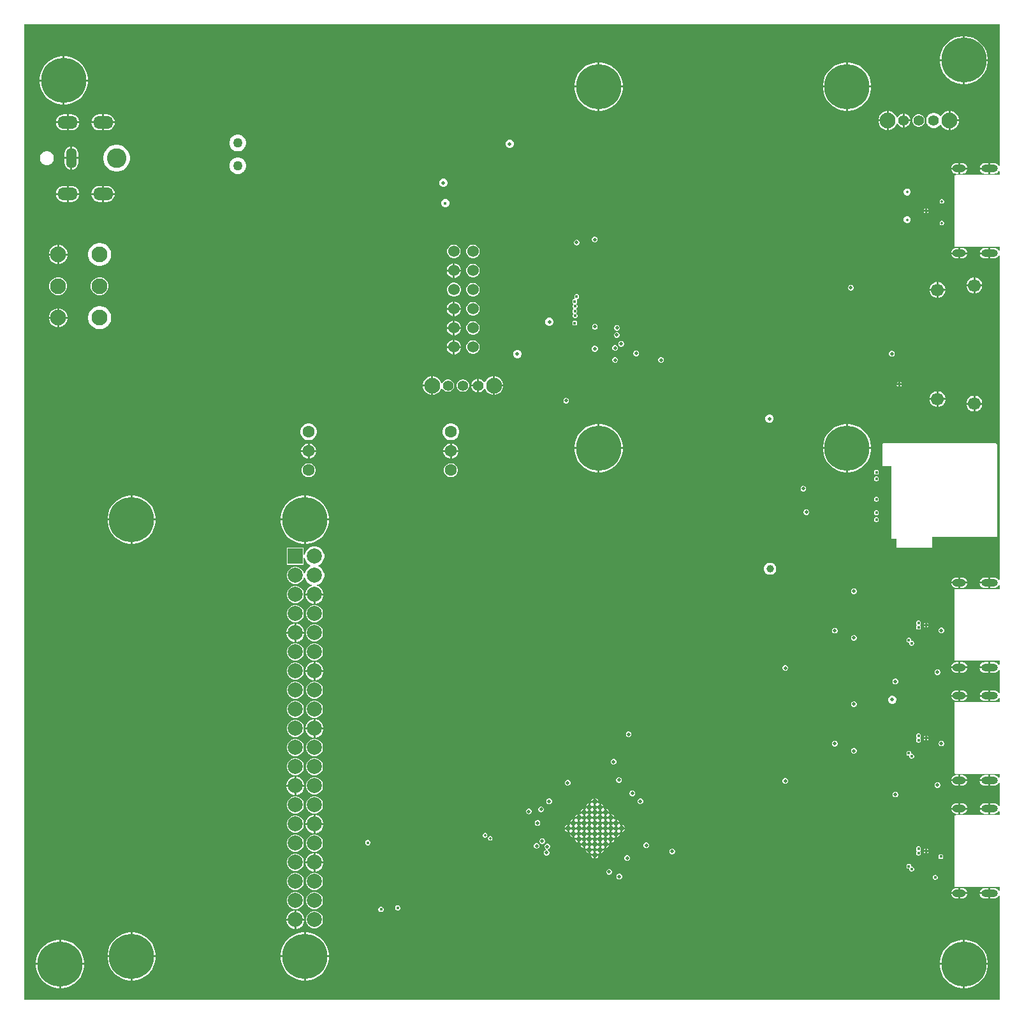
<source format=gbr>
%TF.GenerationSoftware,Altium Limited,Altium Designer,22.4.2 (48)*%
G04 Layer_Physical_Order=5*
G04 Layer_Color=26367*
%FSLAX26Y26*%
%MOIN*%
%TF.SameCoordinates,1C2CB1AA-ACBE-45DF-AC24-D873E68AE3FE*%
%TF.FilePolarity,Positive*%
%TF.FileFunction,Copper,L5,Inr,Signal*%
%TF.Part,Single*%
G01*
G75*
%TA.AperFunction,ComponentPad*%
%ADD68O,0.086614X0.039370*%
%ADD69O,0.070866X0.039370*%
%ADD70C,0.082677*%
%ADD71R,0.078740X0.078740*%
%ADD72C,0.078740*%
%ADD73O,0.106299X0.066929*%
%ADD74O,0.055118X0.106299*%
%ADD75C,0.102362*%
%ADD76C,0.055118*%
%ADD77C,0.062992*%
%ADD78C,0.236220*%
%ADD79C,0.066929*%
%ADD80C,0.060000*%
%TA.AperFunction,ViaPad*%
%ADD81C,0.027559*%
%ADD82C,0.019685*%
%ADD83C,0.013780*%
%ADD84C,0.015748*%
%ADD85C,0.017716*%
%ADD86C,0.039370*%
%ADD87C,0.050000*%
G36*
X6092167Y5354016D02*
X6087167Y5353021D01*
X6087065Y5353268D01*
X6082648Y5359025D01*
X6076891Y5363443D01*
X6070186Y5366220D01*
X6062992Y5367167D01*
X6044370D01*
Y5339370D01*
Y5311573D01*
X6062992D01*
X6070186Y5312520D01*
X6076891Y5315297D01*
X6082648Y5319715D01*
X6087065Y5325472D01*
X6087167Y5325718D01*
X6092167Y5324724D01*
Y5305327D01*
X5862205D01*
X5861226Y5304921D01*
X5857283D01*
Y5300979D01*
X5856878Y5300000D01*
Y4936221D01*
X5857283Y4935242D01*
Y4931299D01*
X5861226D01*
X5862205Y4930894D01*
X6092167D01*
Y4911496D01*
X6087167Y4910502D01*
X6087065Y4910749D01*
X6082648Y4916506D01*
X6076891Y4920923D01*
X6070186Y4923700D01*
X6062992Y4924647D01*
X6044370D01*
Y4896850D01*
Y4869054D01*
X6062992D01*
X6070186Y4870001D01*
X6076891Y4872778D01*
X6082648Y4877195D01*
X6087065Y4882952D01*
X6087167Y4883199D01*
X6092167Y4882204D01*
Y3188662D01*
X6087167Y3187667D01*
X6087065Y3187914D01*
X6082648Y3193671D01*
X6076891Y3198088D01*
X6070186Y3200865D01*
X6062992Y3201812D01*
X6044370D01*
Y3174016D01*
Y3146219D01*
X6062992D01*
X6070186Y3147166D01*
X6076891Y3149943D01*
X6082648Y3154360D01*
X6087065Y3160117D01*
X6087167Y3160364D01*
X6092167Y3159370D01*
Y3139972D01*
X5862205D01*
X5861226Y3139567D01*
X5857283D01*
Y3135624D01*
X5856878Y3134646D01*
Y2770866D01*
X5857283Y2769887D01*
Y2765945D01*
X5861226D01*
X5862205Y2765539D01*
X6092167D01*
Y2746142D01*
X6087167Y2745148D01*
X6087065Y2745394D01*
X6082648Y2751151D01*
X6076891Y2755569D01*
X6070186Y2758346D01*
X6062992Y2759293D01*
X6044370D01*
Y2731496D01*
Y2703699D01*
X6062992D01*
X6070186Y2704646D01*
X6076891Y2707423D01*
X6082648Y2711841D01*
X6087065Y2717598D01*
X6087167Y2717845D01*
X6092167Y2716850D01*
Y2598110D01*
X6087167Y2597116D01*
X6087065Y2597363D01*
X6082648Y2603120D01*
X6076891Y2607537D01*
X6070186Y2610314D01*
X6062992Y2611261D01*
X6044370D01*
Y2583465D01*
Y2555668D01*
X6062992D01*
X6070186Y2556615D01*
X6076891Y2559392D01*
X6082648Y2563809D01*
X6087065Y2569566D01*
X6087167Y2569813D01*
X6092167Y2568818D01*
Y2549421D01*
X5862205D01*
X5861226Y2549016D01*
X5857283D01*
Y2545073D01*
X5856878Y2544094D01*
Y2180315D01*
X5857283Y2179336D01*
Y2175394D01*
X5861226D01*
X5862205Y2174988D01*
X6092167D01*
Y2155591D01*
X6087167Y2154596D01*
X6087065Y2154843D01*
X6082648Y2160600D01*
X6076891Y2165018D01*
X6070186Y2167794D01*
X6062992Y2168742D01*
X6044370D01*
Y2140945D01*
Y2113148D01*
X6062992D01*
X6070186Y2114095D01*
X6076891Y2116872D01*
X6082648Y2121290D01*
X6087065Y2127046D01*
X6087167Y2127293D01*
X6092167Y2126299D01*
Y2007559D01*
X6087167Y2006565D01*
X6087065Y2006812D01*
X6082648Y2012569D01*
X6076891Y2016986D01*
X6070186Y2019763D01*
X6062992Y2020710D01*
X6044370D01*
Y1992913D01*
Y1965117D01*
X6062992D01*
X6070186Y1966064D01*
X6076891Y1968841D01*
X6082648Y1973258D01*
X6087065Y1979015D01*
X6087167Y1979262D01*
X6092167Y1978267D01*
Y1958870D01*
X5862205D01*
X5861226Y1958465D01*
X5857283D01*
Y1954522D01*
X5856878Y1953543D01*
Y1589764D01*
X5857283Y1588785D01*
Y1584842D01*
X5861226D01*
X5862205Y1584437D01*
X6092167D01*
Y1565040D01*
X6087167Y1564045D01*
X6087065Y1564292D01*
X6082648Y1570049D01*
X6076891Y1574466D01*
X6070186Y1577243D01*
X6062992Y1578190D01*
X6044370D01*
Y1550394D01*
Y1522597D01*
X6062992D01*
X6070186Y1523544D01*
X6076891Y1526321D01*
X6082648Y1530738D01*
X6087065Y1536495D01*
X6087167Y1536742D01*
X6092167Y1535748D01*
Y994447D01*
X994447D01*
Y6092167D01*
X6092167D01*
Y5354016D01*
D02*
G37*
%LPC*%
G36*
X5915427Y6031496D02*
X5910512D01*
Y5910512D01*
X6031496D01*
Y5915427D01*
X6028394Y5935013D01*
X6022266Y5953873D01*
X6013263Y5971542D01*
X6001607Y5987585D01*
X5987585Y6001607D01*
X5971542Y6013263D01*
X5953873Y6022266D01*
X5935013Y6028394D01*
X5915427Y6031496D01*
D02*
G37*
G36*
X5900512D02*
X5895597D01*
X5876010Y6028394D01*
X5857151Y6022266D01*
X5839482Y6013263D01*
X5823439Y6001607D01*
X5809416Y5987585D01*
X5797760Y5971542D01*
X5788758Y5953873D01*
X5782630Y5935013D01*
X5779528Y5915427D01*
Y5910512D01*
X5900512D01*
Y6031496D01*
D02*
G37*
G36*
X1209915Y5925984D02*
X1205000D01*
Y5805000D01*
X1325984D01*
Y5809915D01*
X1322882Y5829501D01*
X1316754Y5848361D01*
X1307751Y5866030D01*
X1296095Y5882073D01*
X1282073Y5896095D01*
X1266030Y5907751D01*
X1248361Y5916754D01*
X1229501Y5922882D01*
X1209915Y5925984D01*
D02*
G37*
G36*
X1195000D02*
X1190085D01*
X1170499Y5922882D01*
X1151639Y5916754D01*
X1133970Y5907751D01*
X1117927Y5896095D01*
X1103905Y5882073D01*
X1092249Y5866030D01*
X1083246Y5848361D01*
X1077118Y5829501D01*
X1074016Y5809915D01*
Y5805000D01*
X1195000D01*
Y5925984D01*
D02*
G37*
G36*
X6031496Y5900512D02*
X5910512D01*
Y5779528D01*
X5915427D01*
X5935013Y5782630D01*
X5953873Y5788758D01*
X5971542Y5797760D01*
X5987585Y5809416D01*
X6001607Y5823439D01*
X6013263Y5839482D01*
X6022266Y5857151D01*
X6028394Y5876010D01*
X6031496Y5895597D01*
Y5900512D01*
D02*
G37*
G36*
X5900512D02*
X5779528D01*
Y5895597D01*
X5782630Y5876010D01*
X5788758Y5857151D01*
X5797760Y5839482D01*
X5809416Y5823439D01*
X5823439Y5809416D01*
X5839482Y5797760D01*
X5857151Y5788758D01*
X5876010Y5782630D01*
X5895597Y5779528D01*
X5900512D01*
Y5900512D01*
D02*
G37*
G36*
X5305191Y5893701D02*
X5300275D01*
Y5772716D01*
X5421260D01*
Y5777632D01*
X5418158Y5797218D01*
X5412030Y5816078D01*
X5403027Y5833747D01*
X5391371Y5849790D01*
X5377349Y5863812D01*
X5361306Y5875468D01*
X5343637Y5884471D01*
X5324777Y5890599D01*
X5305191Y5893701D01*
D02*
G37*
G36*
X5290275D02*
X5285360D01*
X5265774Y5890599D01*
X5246914Y5884471D01*
X5229245Y5875468D01*
X5213202Y5863812D01*
X5199180Y5849790D01*
X5187524Y5833747D01*
X5178521Y5816078D01*
X5172394Y5797218D01*
X5169291Y5777632D01*
Y5772716D01*
X5290275D01*
Y5893701D01*
D02*
G37*
G36*
X4005978D02*
X4001063D01*
Y5772716D01*
X4122047D01*
Y5777632D01*
X4118945Y5797218D01*
X4112817Y5816078D01*
X4103814Y5833747D01*
X4092158Y5849790D01*
X4078136Y5863812D01*
X4062093Y5875468D01*
X4044424Y5884471D01*
X4025564Y5890599D01*
X4005978Y5893701D01*
D02*
G37*
G36*
X3991063D02*
X3986148D01*
X3966562Y5890599D01*
X3947702Y5884471D01*
X3930033Y5875468D01*
X3913990Y5863812D01*
X3899968Y5849790D01*
X3888312Y5833747D01*
X3879309Y5816078D01*
X3873181Y5797218D01*
X3870079Y5777632D01*
Y5772716D01*
X3991063D01*
Y5893701D01*
D02*
G37*
G36*
X1325984Y5795000D02*
X1205000D01*
Y5674016D01*
X1209915D01*
X1229501Y5677118D01*
X1248361Y5683246D01*
X1266030Y5692249D01*
X1282073Y5703905D01*
X1296095Y5717927D01*
X1307751Y5733970D01*
X1316754Y5751639D01*
X1322882Y5770499D01*
X1325984Y5790085D01*
Y5795000D01*
D02*
G37*
G36*
X1195000D02*
X1074016D01*
Y5790085D01*
X1077118Y5770499D01*
X1083246Y5751639D01*
X1092249Y5733970D01*
X1103905Y5717927D01*
X1117927Y5703905D01*
X1133970Y5692249D01*
X1151639Y5683246D01*
X1170499Y5677118D01*
X1190085Y5674016D01*
X1195000D01*
Y5795000D01*
D02*
G37*
G36*
X5421260Y5762716D02*
X5300275D01*
Y5641732D01*
X5305191D01*
X5324777Y5644834D01*
X5343637Y5650962D01*
X5361306Y5659965D01*
X5377349Y5671621D01*
X5391371Y5685643D01*
X5403027Y5701686D01*
X5412030Y5719355D01*
X5418158Y5738215D01*
X5421260Y5757801D01*
Y5762716D01*
D02*
G37*
G36*
X5290275D02*
X5169291D01*
Y5757801D01*
X5172394Y5738215D01*
X5178521Y5719355D01*
X5187524Y5701686D01*
X5199180Y5685643D01*
X5213202Y5671621D01*
X5229245Y5659965D01*
X5246914Y5650962D01*
X5265774Y5644834D01*
X5285360Y5641732D01*
X5290275D01*
Y5762716D01*
D02*
G37*
G36*
X4122047Y5762716D02*
X4001063D01*
Y5641732D01*
X4005978D01*
X4025564Y5644834D01*
X4044424Y5650962D01*
X4062093Y5659965D01*
X4078136Y5671621D01*
X4092158Y5685643D01*
X4103814Y5701686D01*
X4112817Y5719355D01*
X4118945Y5738215D01*
X4122047Y5757801D01*
Y5762716D01*
D02*
G37*
G36*
X3991063D02*
X3870079D01*
Y5757801D01*
X3873181Y5738215D01*
X3879309Y5719355D01*
X3888312Y5701686D01*
X3899968Y5685643D01*
X3913990Y5671621D01*
X3930033Y5659965D01*
X3947702Y5650962D01*
X3966562Y5644834D01*
X3986148Y5641732D01*
X3991063D01*
Y5762716D01*
D02*
G37*
G36*
X5825709Y5639764D02*
X5824230D01*
X5811713Y5636410D01*
X5800491Y5629931D01*
X5791329Y5620769D01*
X5786574Y5612533D01*
X5780801D01*
X5779535Y5614725D01*
X5772205Y5622055D01*
X5763228Y5627238D01*
X5753215Y5629921D01*
X5742848D01*
X5732835Y5627238D01*
X5723858Y5622055D01*
X5716528Y5614725D01*
X5711345Y5605747D01*
X5708662Y5595734D01*
Y5585368D01*
X5711345Y5575355D01*
X5716528Y5566377D01*
X5723858Y5559047D01*
X5732835Y5553864D01*
X5742848Y5551181D01*
X5753215D01*
X5763228Y5553864D01*
X5772205Y5559047D01*
X5779535Y5566377D01*
X5780801Y5568569D01*
X5786574D01*
X5791329Y5560334D01*
X5800491Y5551171D01*
X5811713Y5544692D01*
X5824230Y5541339D01*
X5825709D01*
Y5590551D01*
Y5639764D01*
D02*
G37*
G36*
X5837188D02*
X5835709D01*
Y5595551D01*
X5879921D01*
Y5597030D01*
X5876568Y5609547D01*
X5870088Y5620769D01*
X5860926Y5629931D01*
X5849704Y5636410D01*
X5837188Y5639764D01*
D02*
G37*
G36*
X5595551Y5625894D02*
Y5595551D01*
X5625894D01*
X5623569Y5604228D01*
X5618904Y5612307D01*
X5612307Y5618905D01*
X5604228Y5623569D01*
X5595551Y5625894D01*
D02*
G37*
G36*
X5502874Y5639764D02*
X5501395D01*
X5488879Y5636410D01*
X5477657Y5629931D01*
X5468494Y5620769D01*
X5462015Y5609547D01*
X5458661Y5597030D01*
Y5595551D01*
X5502874D01*
Y5639764D01*
D02*
G37*
G36*
X1425197Y5622404D02*
X1410512D01*
Y5585709D01*
X1466234D01*
X1465471Y5591500D01*
X1461306Y5601556D01*
X1454680Y5610192D01*
X1446044Y5616818D01*
X1435988Y5620983D01*
X1425197Y5622404D01*
D02*
G37*
G36*
X1400512D02*
X1385827D01*
X1375035Y5620983D01*
X1364979Y5616818D01*
X1356344Y5610192D01*
X1349718Y5601556D01*
X1345552Y5591500D01*
X1344790Y5585709D01*
X1400512D01*
Y5622404D01*
D02*
G37*
G36*
X1240158D02*
X1225472D01*
Y5585709D01*
X1281195D01*
X1280432Y5591500D01*
X1276267Y5601556D01*
X1269640Y5610192D01*
X1261005Y5616818D01*
X1250949Y5620983D01*
X1240158Y5622404D01*
D02*
G37*
G36*
X1215472D02*
X1200787D01*
X1189996Y5620983D01*
X1179940Y5616818D01*
X1171304Y5610192D01*
X1164678Y5601556D01*
X1160513Y5591500D01*
X1159750Y5585709D01*
X1215472D01*
Y5622404D01*
D02*
G37*
G36*
X5673567Y5623032D02*
X5665015D01*
X5656754Y5620818D01*
X5649348Y5616542D01*
X5643301Y5610495D01*
X5639025Y5603088D01*
X5636811Y5594827D01*
Y5586275D01*
X5639025Y5578014D01*
X5643301Y5570608D01*
X5649348Y5564560D01*
X5656754Y5560284D01*
X5665015Y5558071D01*
X5673567D01*
X5681828Y5560284D01*
X5689235Y5564560D01*
X5695282Y5570608D01*
X5699558Y5578014D01*
X5701772Y5586275D01*
Y5594827D01*
X5699558Y5603088D01*
X5695282Y5610495D01*
X5689235Y5616542D01*
X5681828Y5620818D01*
X5673567Y5623032D01*
D02*
G37*
G36*
X5625894Y5585551D02*
X5595551D01*
Y5555208D01*
X5604228Y5557533D01*
X5612307Y5562198D01*
X5618904Y5568795D01*
X5623569Y5576875D01*
X5625894Y5585551D01*
D02*
G37*
G36*
X5514353Y5639764D02*
X5512874D01*
Y5590551D01*
Y5541339D01*
X5514353D01*
X5526869Y5544692D01*
X5538091Y5551171D01*
X5547254Y5560334D01*
X5553733Y5571556D01*
X5554081Y5572854D01*
X5559446Y5573560D01*
X5562198Y5568795D01*
X5568795Y5562198D01*
X5576874Y5557533D01*
X5585551Y5555208D01*
Y5590551D01*
Y5625894D01*
X5576874Y5623569D01*
X5568795Y5618905D01*
X5562198Y5612307D01*
X5559446Y5607542D01*
X5554081Y5608249D01*
X5553733Y5609547D01*
X5547254Y5620769D01*
X5538091Y5629931D01*
X5526869Y5636410D01*
X5514353Y5639764D01*
D02*
G37*
G36*
X5879921Y5585551D02*
X5835709D01*
Y5541339D01*
X5837188D01*
X5849704Y5544692D01*
X5860926Y5551171D01*
X5870088Y5560334D01*
X5876568Y5571556D01*
X5879921Y5584072D01*
Y5585551D01*
D02*
G37*
G36*
X5502874D02*
X5458661D01*
Y5584072D01*
X5462015Y5571556D01*
X5468494Y5560334D01*
X5477657Y5551171D01*
X5488879Y5544692D01*
X5501395Y5541339D01*
X5502874D01*
Y5585551D01*
D02*
G37*
G36*
X1466234Y5575709D02*
X1410512D01*
Y5539014D01*
X1425197D01*
X1435988Y5540434D01*
X1446044Y5544600D01*
X1454680Y5551226D01*
X1461306Y5559861D01*
X1465471Y5569917D01*
X1466234Y5575709D01*
D02*
G37*
G36*
X1400512D02*
X1344790D01*
X1345552Y5569917D01*
X1349718Y5559861D01*
X1356344Y5551226D01*
X1364979Y5544600D01*
X1375035Y5540434D01*
X1385827Y5539014D01*
X1400512D01*
Y5575709D01*
D02*
G37*
G36*
X1281195Y5575709D02*
X1225472D01*
Y5539014D01*
X1240158D01*
X1250949Y5540434D01*
X1261005Y5544600D01*
X1269640Y5551226D01*
X1276267Y5559861D01*
X1280432Y5569917D01*
X1281195Y5575709D01*
D02*
G37*
G36*
X1215472D02*
X1159750D01*
X1160513Y5569917D01*
X1164678Y5559861D01*
X1171304Y5551226D01*
X1179940Y5544600D01*
X1189996Y5540434D01*
X1200787Y5539014D01*
X1215472D01*
Y5575709D01*
D02*
G37*
G36*
X3535803Y5490157D02*
X3527189D01*
X3519230Y5486861D01*
X3513139Y5480770D01*
X3509843Y5472811D01*
Y5464197D01*
X3513139Y5456238D01*
X3519230Y5450147D01*
X3527189Y5446850D01*
X3535803D01*
X3543762Y5450147D01*
X3549853Y5456238D01*
X3553150Y5464197D01*
Y5472811D01*
X3549853Y5480770D01*
X3543762Y5486861D01*
X3535803Y5490157D01*
D02*
G37*
G36*
X2115990Y5516142D02*
X2104483D01*
X2093368Y5513164D01*
X2083403Y5507410D01*
X2075267Y5499274D01*
X2069514Y5489309D01*
X2066535Y5478194D01*
Y5466688D01*
X2069514Y5455573D01*
X2075267Y5445608D01*
X2083403Y5437472D01*
X2093368Y5431718D01*
X2104483Y5428740D01*
X2115990D01*
X2127104Y5431718D01*
X2137069Y5437472D01*
X2145206Y5445608D01*
X2150959Y5455573D01*
X2153937Y5466688D01*
Y5478194D01*
X2150959Y5489309D01*
X2145206Y5499274D01*
X2137069Y5507410D01*
X2127104Y5513164D01*
X2115990Y5516142D01*
D02*
G37*
G36*
X1245158Y5454372D02*
Y5398701D01*
X1275896D01*
Y5419291D01*
X1274678Y5428541D01*
X1271108Y5437161D01*
X1265429Y5444562D01*
X1258027Y5450242D01*
X1249407Y5453812D01*
X1245158Y5454372D01*
D02*
G37*
G36*
X1235158D02*
X1230908Y5453812D01*
X1222288Y5450242D01*
X1214886Y5444562D01*
X1209207Y5437161D01*
X1205637Y5428541D01*
X1204419Y5419291D01*
Y5398701D01*
X1235158D01*
Y5454372D01*
D02*
G37*
G36*
X1116999Y5430118D02*
X1107410D01*
X1098148Y5427636D01*
X1089844Y5422842D01*
X1083064Y5416061D01*
X1078269Y5407757D01*
X1075787Y5398495D01*
Y5388906D01*
X1078269Y5379644D01*
X1083064Y5371340D01*
X1089844Y5364560D01*
X1098148Y5359765D01*
X1107410Y5357283D01*
X1116999D01*
X1126261Y5359765D01*
X1134565Y5364560D01*
X1141346Y5371340D01*
X1146140Y5379644D01*
X1148622Y5388906D01*
Y5398495D01*
X1146140Y5407757D01*
X1141346Y5416061D01*
X1134565Y5422842D01*
X1126261Y5427636D01*
X1116999Y5430118D01*
D02*
G37*
G36*
X6034370Y5367167D02*
X6015748D01*
X6008554Y5366220D01*
X6001850Y5363443D01*
X5996093Y5359025D01*
X5991675Y5353268D01*
X5988898Y5346564D01*
X5988609Y5344370D01*
X6034370D01*
Y5367167D01*
D02*
G37*
G36*
X5897638D02*
X5886890D01*
Y5344370D01*
X5924776D01*
X5924487Y5346564D01*
X5921711Y5353268D01*
X5917293Y5359025D01*
X5911536Y5363443D01*
X5904832Y5366220D01*
X5897638Y5367167D01*
D02*
G37*
G36*
X5876890D02*
X5866142D01*
X5858948Y5366220D01*
X5852243Y5363443D01*
X5846486Y5359025D01*
X5842069Y5353268D01*
X5839292Y5346564D01*
X5839003Y5344370D01*
X5876890D01*
Y5367167D01*
D02*
G37*
G36*
X1275896Y5388701D02*
X1245158D01*
Y5333030D01*
X1249407Y5333589D01*
X1258027Y5337160D01*
X1265429Y5342839D01*
X1271108Y5350241D01*
X1274678Y5358860D01*
X1275896Y5368110D01*
Y5388701D01*
D02*
G37*
G36*
X1235158D02*
X1204419D01*
Y5368110D01*
X1205637Y5358860D01*
X1209207Y5350241D01*
X1214886Y5342839D01*
X1222288Y5337160D01*
X1230908Y5333589D01*
X1235158Y5333030D01*
Y5388701D01*
D02*
G37*
G36*
X1483261Y5463583D02*
X1469495D01*
X1455994Y5460897D01*
X1443276Y5455629D01*
X1431831Y5447982D01*
X1422097Y5438248D01*
X1414449Y5426802D01*
X1409181Y5414085D01*
X1406496Y5400584D01*
Y5386818D01*
X1409181Y5373317D01*
X1414449Y5360599D01*
X1422097Y5349154D01*
X1431831Y5339420D01*
X1443276Y5331772D01*
X1455994Y5326504D01*
X1469495Y5323819D01*
X1483261D01*
X1496762Y5326504D01*
X1509479Y5331772D01*
X1520925Y5339420D01*
X1530659Y5349154D01*
X1538306Y5360599D01*
X1543574Y5373317D01*
X1546260Y5386818D01*
Y5400584D01*
X1543574Y5414085D01*
X1538306Y5426802D01*
X1530659Y5438248D01*
X1520925Y5447982D01*
X1509479Y5455629D01*
X1496762Y5460897D01*
X1483261Y5463583D01*
D02*
G37*
G36*
X6034370Y5334370D02*
X5988609D01*
X5988898Y5332176D01*
X5991675Y5325472D01*
X5996093Y5319715D01*
X6001850Y5315297D01*
X6008554Y5312520D01*
X6015748Y5311573D01*
X6034370D01*
Y5334370D01*
D02*
G37*
G36*
X5924776Y5334370D02*
X5886890D01*
Y5311573D01*
X5897638D01*
X5904832Y5312520D01*
X5911536Y5315297D01*
X5917293Y5319715D01*
X5921711Y5325472D01*
X5924487Y5332176D01*
X5924776Y5334370D01*
D02*
G37*
G36*
X5876890D02*
X5839003D01*
X5839292Y5332176D01*
X5842069Y5325472D01*
X5846486Y5319715D01*
X5852243Y5315297D01*
X5858948Y5312520D01*
X5866142Y5311573D01*
X5876890D01*
Y5334370D01*
D02*
G37*
G36*
X2115990Y5398032D02*
X2104483D01*
X2093368Y5395053D01*
X2083403Y5389300D01*
X2075267Y5381164D01*
X2069514Y5371199D01*
X2066535Y5360084D01*
Y5348577D01*
X2069514Y5337463D01*
X2075267Y5327498D01*
X2083403Y5319361D01*
X2093368Y5313608D01*
X2104483Y5310630D01*
X2115990D01*
X2127104Y5313608D01*
X2137069Y5319361D01*
X2145206Y5327498D01*
X2150959Y5337463D01*
X2153937Y5348577D01*
Y5360084D01*
X2150959Y5371199D01*
X2145206Y5381164D01*
X2137069Y5389300D01*
X2127104Y5395053D01*
X2115990Y5398032D01*
D02*
G37*
G36*
X3189347Y5285433D02*
X3180732D01*
X3172774Y5282136D01*
X3166682Y5276045D01*
X3163386Y5268087D01*
Y5259472D01*
X3166682Y5251514D01*
X3172774Y5245423D01*
X3180732Y5242126D01*
X3189347D01*
X3197305Y5245423D01*
X3203396Y5251514D01*
X3206693Y5259472D01*
Y5268087D01*
X3203396Y5276045D01*
X3197305Y5282136D01*
X3189347Y5285433D01*
D02*
G37*
G36*
X1240158Y5248388D02*
X1225472D01*
Y5211693D01*
X1281195D01*
X1280432Y5217484D01*
X1276267Y5227541D01*
X1269640Y5236176D01*
X1261005Y5242802D01*
X1250949Y5246967D01*
X1240158Y5248388D01*
D02*
G37*
G36*
X1215472D02*
X1200787D01*
X1189996Y5246967D01*
X1179940Y5242802D01*
X1171304Y5236176D01*
X1164678Y5227541D01*
X1160513Y5217484D01*
X1159750Y5211693D01*
X1215472D01*
Y5248388D01*
D02*
G37*
G36*
X1425197D02*
X1410512D01*
Y5211693D01*
X1466234D01*
X1465471Y5217484D01*
X1461306Y5227541D01*
X1454680Y5236176D01*
X1446044Y5242802D01*
X1435988Y5246967D01*
X1425197Y5248388D01*
D02*
G37*
G36*
X1400512D02*
X1385827D01*
X1375035Y5246967D01*
X1364979Y5242802D01*
X1356344Y5236176D01*
X1349718Y5227541D01*
X1345552Y5217484D01*
X1344790Y5211693D01*
X1400512D01*
Y5248388D01*
D02*
G37*
G36*
X5612972Y5235236D02*
X5605532D01*
X5598659Y5232389D01*
X5593398Y5227128D01*
X5590551Y5220255D01*
Y5212816D01*
X5593398Y5205942D01*
X5598659Y5200682D01*
X5605532Y5197835D01*
X5612972D01*
X5619845Y5200682D01*
X5625106Y5205942D01*
X5627953Y5212816D01*
Y5220255D01*
X5625106Y5227128D01*
X5619845Y5232389D01*
X5612972Y5235236D01*
D02*
G37*
G36*
X1466234Y5201693D02*
X1410512D01*
Y5164998D01*
X1425197D01*
X1435988Y5166418D01*
X1446044Y5170584D01*
X1454680Y5177210D01*
X1461306Y5185845D01*
X1465471Y5195901D01*
X1466234Y5201693D01*
D02*
G37*
G36*
X1400512D02*
X1344790D01*
X1345552Y5195901D01*
X1349718Y5185845D01*
X1356344Y5177210D01*
X1364979Y5170584D01*
X1375035Y5166418D01*
X1385827Y5164998D01*
X1400512D01*
Y5201693D01*
D02*
G37*
G36*
X1281195Y5201693D02*
X1225472D01*
Y5164998D01*
X1240158D01*
X1250949Y5166418D01*
X1261005Y5170584D01*
X1269640Y5177210D01*
X1276267Y5185845D01*
X1280432Y5195901D01*
X1281195Y5201693D01*
D02*
G37*
G36*
X1215472D02*
X1159750D01*
X1160513Y5195901D01*
X1164678Y5185845D01*
X1171304Y5177210D01*
X1179940Y5170584D01*
X1189996Y5166418D01*
X1200787Y5164998D01*
X1215472D01*
Y5201693D01*
D02*
G37*
G36*
X5793649Y5179134D02*
X5788950D01*
X5784609Y5177336D01*
X5781286Y5174013D01*
X5779488Y5169672D01*
Y5164973D01*
X5781286Y5160632D01*
X5784609Y5157310D01*
X5788950Y5155512D01*
X5793649D01*
X5797990Y5157310D01*
X5801312Y5160632D01*
X5803110Y5164973D01*
Y5169672D01*
X5801312Y5174013D01*
X5797990Y5177336D01*
X5793649Y5179134D01*
D02*
G37*
G36*
X3199111Y5178669D02*
X3190889D01*
X3183292Y5175523D01*
X3177477Y5169708D01*
X3174331Y5162111D01*
Y5153889D01*
X3177477Y5146292D01*
X3183292Y5140477D01*
X3190889Y5137331D01*
X3199111D01*
X3206708Y5140477D01*
X3212523Y5146292D01*
X3215669Y5153889D01*
Y5162111D01*
X3212523Y5169708D01*
X3206708Y5175523D01*
X3199111Y5178669D01*
D02*
G37*
G36*
X5713661Y5129974D02*
Y5123110D01*
X5720525D01*
X5719575Y5125403D01*
X5715954Y5129024D01*
X5713661Y5129974D01*
D02*
G37*
G36*
X5703661D02*
X5701369Y5129024D01*
X5697747Y5125403D01*
X5696798Y5123110D01*
X5703661D01*
Y5129974D01*
D02*
G37*
G36*
X5720525Y5113110D02*
X5713661D01*
Y5106247D01*
X5715954Y5107196D01*
X5719575Y5110818D01*
X5720525Y5113110D01*
D02*
G37*
G36*
X5703661D02*
X5696798D01*
X5697747Y5110818D01*
X5701369Y5107196D01*
X5703661Y5106247D01*
Y5113110D01*
D02*
G37*
G36*
X5612972Y5090551D02*
X5605532D01*
X5598659Y5087704D01*
X5593398Y5082444D01*
X5590551Y5075570D01*
Y5068131D01*
X5593398Y5061257D01*
X5598659Y5055997D01*
X5605532Y5053150D01*
X5612972D01*
X5619845Y5055997D01*
X5625106Y5061257D01*
X5627953Y5068131D01*
Y5075570D01*
X5625106Y5082444D01*
X5619845Y5087704D01*
X5612972Y5090551D01*
D02*
G37*
G36*
X5794226Y5066391D02*
X5789527D01*
X5785186Y5064593D01*
X5781863Y5061271D01*
X5780065Y5056930D01*
Y5052231D01*
X5781863Y5047890D01*
X5785186Y5044568D01*
X5789527Y5042769D01*
X5794226D01*
X5798567Y5044568D01*
X5801889Y5047890D01*
X5803687Y5052231D01*
Y5056930D01*
X5801889Y5061271D01*
X5798567Y5064593D01*
X5794226Y5066391D01*
D02*
G37*
G36*
X3979441Y4983268D02*
X3973567D01*
X3968141Y4981020D01*
X3963988Y4976867D01*
X3961740Y4971441D01*
Y4965567D01*
X3963988Y4960141D01*
X3968141Y4955988D01*
X3973567Y4953740D01*
X3979441D01*
X3984867Y4955988D01*
X3989020Y4960141D01*
X3991268Y4965567D01*
Y4971441D01*
X3989020Y4976867D01*
X3984867Y4981020D01*
X3979441Y4983268D01*
D02*
G37*
G36*
X3884827Y4967520D02*
X3878953D01*
X3873527Y4965272D01*
X3869374Y4961119D01*
X3867126Y4955693D01*
Y4949819D01*
X3869374Y4944393D01*
X3873527Y4940240D01*
X3878953Y4937992D01*
X3884827D01*
X3890253Y4940240D01*
X3894406Y4944393D01*
X3896654Y4949819D01*
Y4955693D01*
X3894406Y4961119D01*
X3890253Y4965272D01*
X3884827Y4967520D01*
D02*
G37*
G36*
X5897638Y4924647D02*
X5886890D01*
Y4901851D01*
X5924776D01*
X5924487Y4904045D01*
X5921711Y4910749D01*
X5917293Y4916506D01*
X5911536Y4920923D01*
X5904832Y4923700D01*
X5897638Y4924647D01*
D02*
G37*
G36*
X5876890D02*
X5866142D01*
X5858948Y4923700D01*
X5852243Y4920923D01*
X5846486Y4916506D01*
X5842069Y4910749D01*
X5839292Y4904045D01*
X5839003Y4901851D01*
X5876890D01*
Y4924647D01*
D02*
G37*
G36*
X6034370D02*
X6015748D01*
X6008554Y4923700D01*
X6001850Y4920923D01*
X5996093Y4916506D01*
X5991675Y4910749D01*
X5988898Y4904045D01*
X5988609Y4901850D01*
X6034370D01*
Y4924647D01*
D02*
G37*
G36*
X1177739Y4938976D02*
X1176260D01*
Y4894764D01*
X1220473D01*
Y4896243D01*
X1217119Y4908759D01*
X1210640Y4919981D01*
X1201477Y4929144D01*
X1190255Y4935623D01*
X1177739Y4938976D01*
D02*
G37*
G36*
X1166260D02*
X1164781D01*
X1152264Y4935623D01*
X1141043Y4929144D01*
X1131880Y4919981D01*
X1125401Y4908759D01*
X1122047Y4896243D01*
Y4894764D01*
X1166260D01*
Y4938976D01*
D02*
G37*
G36*
X3344558Y4941221D02*
X3335363D01*
X3326481Y4938841D01*
X3318518Y4934243D01*
X3312017Y4927741D01*
X3307419Y4919778D01*
X3305039Y4910897D01*
Y4901702D01*
X3307419Y4892820D01*
X3312017Y4884857D01*
X3318518Y4878355D01*
X3326481Y4873758D01*
X3335363Y4871378D01*
X3344558D01*
X3353440Y4873758D01*
X3361403Y4878355D01*
X3367905Y4884857D01*
X3372502Y4892820D01*
X3374882Y4901702D01*
Y4910897D01*
X3372502Y4919778D01*
X3367905Y4927741D01*
X3361403Y4934243D01*
X3353440Y4938841D01*
X3344558Y4941221D01*
D02*
G37*
G36*
X3244558D02*
X3235363D01*
X3226481Y4938841D01*
X3218518Y4934243D01*
X3212017Y4927741D01*
X3207419Y4919778D01*
X3205039Y4910897D01*
Y4901702D01*
X3207419Y4892820D01*
X3212017Y4884857D01*
X3218518Y4878355D01*
X3226481Y4873758D01*
X3235363Y4871378D01*
X3244558D01*
X3253440Y4873758D01*
X3261403Y4878355D01*
X3267905Y4884857D01*
X3272502Y4892820D01*
X3274882Y4901702D01*
Y4910897D01*
X3272502Y4919778D01*
X3267905Y4927741D01*
X3261403Y4934243D01*
X3253440Y4938841D01*
X3244558Y4941221D01*
D02*
G37*
G36*
X6034370Y4891850D02*
X5988609D01*
X5988898Y4889656D01*
X5991675Y4882952D01*
X5996093Y4877195D01*
X6001850Y4872778D01*
X6008554Y4870001D01*
X6015748Y4869054D01*
X6034370D01*
Y4891850D01*
D02*
G37*
G36*
X5924776Y4891851D02*
X5886890D01*
Y4869054D01*
X5897638D01*
X5904832Y4870001D01*
X5911536Y4872778D01*
X5917293Y4877195D01*
X5921711Y4882952D01*
X5924487Y4889656D01*
X5924776Y4891851D01*
D02*
G37*
G36*
X5876890D02*
X5839003D01*
X5839292Y4889656D01*
X5842069Y4882952D01*
X5846486Y4877195D01*
X5852243Y4872778D01*
X5858948Y4870001D01*
X5866142Y4869054D01*
X5876890D01*
Y4891851D01*
D02*
G37*
G36*
X1220473Y4884764D02*
X1176260D01*
Y4840551D01*
X1177739D01*
X1190255Y4843905D01*
X1201477Y4850384D01*
X1210640Y4859546D01*
X1217119Y4870768D01*
X1220473Y4883285D01*
Y4884764D01*
D02*
G37*
G36*
X1166260D02*
X1122047D01*
Y4883285D01*
X1125401Y4870768D01*
X1131880Y4859546D01*
X1141043Y4850384D01*
X1152264Y4843905D01*
X1164781Y4840551D01*
X1166260D01*
Y4884764D01*
D02*
G37*
G36*
X1393709Y4949803D02*
X1381882D01*
X1370283Y4947496D01*
X1359356Y4942970D01*
X1349522Y4936399D01*
X1341160Y4928037D01*
X1334589Y4918203D01*
X1330063Y4907276D01*
X1327756Y4895677D01*
Y4883850D01*
X1330063Y4872251D01*
X1334589Y4861324D01*
X1341160Y4851491D01*
X1349522Y4843128D01*
X1359356Y4836557D01*
X1370283Y4832032D01*
X1381882Y4829724D01*
X1393709D01*
X1405308Y4832032D01*
X1416235Y4836557D01*
X1426068Y4843128D01*
X1434431Y4851491D01*
X1441002Y4861324D01*
X1445527Y4872251D01*
X1447835Y4883850D01*
Y4895677D01*
X1445527Y4907276D01*
X1441002Y4918203D01*
X1434431Y4928037D01*
X1426068Y4936399D01*
X1416235Y4942970D01*
X1405308Y4947496D01*
X1393709Y4949803D01*
D02*
G37*
G36*
X3244961Y4844169D02*
Y4811299D01*
X3277831D01*
X3275253Y4820918D01*
X3270267Y4829554D01*
X3263216Y4836606D01*
X3254579Y4841592D01*
X3244961Y4844169D01*
D02*
G37*
G36*
X3234961D02*
X3225342Y4841592D01*
X3216705Y4836606D01*
X3209654Y4829554D01*
X3204668Y4820918D01*
X3202090Y4811299D01*
X3234961D01*
Y4844169D01*
D02*
G37*
G36*
X3344558Y4841221D02*
X3335363D01*
X3326481Y4838841D01*
X3318518Y4834243D01*
X3312017Y4827741D01*
X3307419Y4819778D01*
X3305039Y4810897D01*
Y4801702D01*
X3307419Y4792820D01*
X3312017Y4784857D01*
X3318518Y4778355D01*
X3326481Y4773758D01*
X3335363Y4771378D01*
X3344558D01*
X3353440Y4773758D01*
X3361403Y4778355D01*
X3367905Y4784857D01*
X3372502Y4792820D01*
X3374882Y4801702D01*
Y4810897D01*
X3372502Y4819778D01*
X3367905Y4827741D01*
X3361403Y4834243D01*
X3353440Y4838841D01*
X3344558Y4841221D01*
D02*
G37*
G36*
X3277831Y4801299D02*
X3244961D01*
Y4768429D01*
X3254579Y4771006D01*
X3263216Y4775993D01*
X3270267Y4783044D01*
X3275253Y4791680D01*
X3277831Y4801299D01*
D02*
G37*
G36*
X3234961D02*
X3202090D01*
X3204668Y4791680D01*
X3209654Y4783044D01*
X3216705Y4775993D01*
X3225342Y4771006D01*
X3234961Y4768429D01*
Y4801299D01*
D02*
G37*
G36*
X5966072Y4769685D02*
X5965630D01*
Y4733346D01*
X6001968D01*
Y4733789D01*
X5999151Y4744302D01*
X5993709Y4753729D01*
X5986012Y4761425D01*
X5976586Y4766868D01*
X5966072Y4769685D01*
D02*
G37*
G36*
X5955630D02*
X5955188D01*
X5944674Y4766868D01*
X5935248Y4761425D01*
X5927551Y4753729D01*
X5922109Y4744302D01*
X5919292Y4733789D01*
Y4733346D01*
X5955630D01*
Y4769685D01*
D02*
G37*
G36*
X5773159Y4746063D02*
X5772717D01*
Y4709724D01*
X5809055D01*
Y4710167D01*
X5806238Y4720681D01*
X5800796Y4730107D01*
X5793099Y4737803D01*
X5783673Y4743246D01*
X5773159Y4746063D01*
D02*
G37*
G36*
X5762717D02*
X5762274D01*
X5751761Y4743246D01*
X5742334Y4737803D01*
X5734638Y4730107D01*
X5729195Y4720681D01*
X5726378Y4710167D01*
Y4709724D01*
X5762717D01*
Y4746063D01*
D02*
G37*
G36*
X5317897Y4731299D02*
X5312024D01*
X5306598Y4729051D01*
X5302444Y4724898D01*
X5300197Y4719472D01*
Y4713599D01*
X5302444Y4708172D01*
X5306598Y4704019D01*
X5312024Y4701772D01*
X5317897D01*
X5323324Y4704019D01*
X5327477Y4708172D01*
X5329724Y4713599D01*
Y4719472D01*
X5327477Y4724898D01*
X5323324Y4729051D01*
X5317897Y4731299D01*
D02*
G37*
G36*
X6001968Y4723346D02*
X5965630D01*
Y4687008D01*
X5966072D01*
X5976586Y4689825D01*
X5986012Y4695267D01*
X5993709Y4702964D01*
X5999151Y4712390D01*
X6001968Y4722904D01*
Y4723346D01*
D02*
G37*
G36*
X5955630D02*
X5919292D01*
Y4722904D01*
X5922109Y4712390D01*
X5927551Y4702964D01*
X5935248Y4695267D01*
X5944674Y4689825D01*
X5955188Y4687008D01*
X5955630D01*
Y4723346D01*
D02*
G37*
G36*
X1393886Y4770669D02*
X1381705D01*
X1369940Y4767517D01*
X1359391Y4761427D01*
X1350778Y4752814D01*
X1344688Y4742265D01*
X1341535Y4730500D01*
Y4718319D01*
X1344688Y4706554D01*
X1350778Y4696005D01*
X1359391Y4687392D01*
X1369940Y4681302D01*
X1381705Y4678150D01*
X1393886D01*
X1405651Y4681302D01*
X1416200Y4687392D01*
X1424812Y4696005D01*
X1430903Y4706554D01*
X1434055Y4718319D01*
Y4730500D01*
X1430903Y4742265D01*
X1424812Y4752814D01*
X1416200Y4761427D01*
X1405651Y4767517D01*
X1393886Y4770669D01*
D02*
G37*
G36*
X1177350D02*
X1165170D01*
X1153404Y4767517D01*
X1142856Y4761427D01*
X1134243Y4752814D01*
X1128152Y4742265D01*
X1125000Y4730500D01*
Y4718319D01*
X1128152Y4706554D01*
X1134243Y4696005D01*
X1142856Y4687392D01*
X1153404Y4681302D01*
X1165170Y4678150D01*
X1177350D01*
X1189116Y4681302D01*
X1199664Y4687392D01*
X1208277Y4696005D01*
X1214367Y4706554D01*
X1217520Y4718319D01*
Y4730500D01*
X1214367Y4742265D01*
X1208277Y4752814D01*
X1199664Y4761427D01*
X1189116Y4767517D01*
X1177350Y4770669D01*
D02*
G37*
G36*
X3344558Y4741221D02*
X3335363D01*
X3326481Y4738841D01*
X3318518Y4734243D01*
X3312017Y4727741D01*
X3307419Y4719778D01*
X3305039Y4710897D01*
Y4701702D01*
X3307419Y4692820D01*
X3312017Y4684857D01*
X3318518Y4678355D01*
X3326481Y4673758D01*
X3335363Y4671378D01*
X3344558D01*
X3353440Y4673758D01*
X3361403Y4678355D01*
X3367905Y4684857D01*
X3372502Y4692820D01*
X3374882Y4701702D01*
Y4710897D01*
X3372502Y4719778D01*
X3367905Y4727741D01*
X3361403Y4734243D01*
X3353440Y4738841D01*
X3344558Y4741221D01*
D02*
G37*
G36*
X3244688Y4742205D02*
X3235234D01*
X3226102Y4739758D01*
X3217914Y4735031D01*
X3211229Y4728346D01*
X3206502Y4720158D01*
X3204055Y4711026D01*
Y4701572D01*
X3206502Y4692440D01*
X3211229Y4684253D01*
X3217914Y4677568D01*
X3226102Y4672841D01*
X3235234Y4670394D01*
X3244688D01*
X3253820Y4672841D01*
X3262007Y4677568D01*
X3268692Y4684253D01*
X3273419Y4692440D01*
X3275866Y4701572D01*
Y4711026D01*
X3273419Y4720158D01*
X3268692Y4728346D01*
X3262007Y4735031D01*
X3253820Y4739758D01*
X3244688Y4742205D01*
D02*
G37*
G36*
X5809055Y4699724D02*
X5772717D01*
Y4663386D01*
X5773159D01*
X5783673Y4666203D01*
X5793099Y4671645D01*
X5800796Y4679342D01*
X5806238Y4688768D01*
X5809055Y4699282D01*
Y4699724D01*
D02*
G37*
G36*
X5762717D02*
X5726378D01*
Y4699282D01*
X5729195Y4688768D01*
X5734638Y4679342D01*
X5742334Y4671645D01*
X5751761Y4666203D01*
X5762274Y4663386D01*
X5762717D01*
Y4699724D01*
D02*
G37*
G36*
X3244961Y4644169D02*
Y4611299D01*
X3277831D01*
X3275253Y4620918D01*
X3270267Y4629554D01*
X3263216Y4636606D01*
X3254579Y4641592D01*
X3244961Y4644169D01*
D02*
G37*
G36*
X3234961D02*
X3225342Y4641592D01*
X3216705Y4636606D01*
X3209654Y4629554D01*
X3204668Y4620918D01*
X3202090Y4611299D01*
X3234961D01*
Y4644169D01*
D02*
G37*
G36*
X3344558Y4641221D02*
X3335363D01*
X3326481Y4638841D01*
X3318518Y4634243D01*
X3312017Y4627741D01*
X3307419Y4619778D01*
X3305039Y4610897D01*
Y4601702D01*
X3307419Y4592820D01*
X3312017Y4584857D01*
X3318518Y4578355D01*
X3326481Y4573758D01*
X3335363Y4571378D01*
X3344558D01*
X3353440Y4573758D01*
X3361403Y4578355D01*
X3367905Y4584857D01*
X3372502Y4592820D01*
X3374882Y4601702D01*
Y4610897D01*
X3372502Y4619778D01*
X3367905Y4627741D01*
X3361403Y4634243D01*
X3353440Y4638841D01*
X3344558Y4641221D01*
D02*
G37*
G36*
X3277831Y4601299D02*
X3244961D01*
Y4568429D01*
X3254579Y4571006D01*
X3263216Y4575993D01*
X3270267Y4583044D01*
X3275253Y4591680D01*
X3277831Y4601299D01*
D02*
G37*
G36*
X3234961D02*
X3202090D01*
X3204668Y4591680D01*
X3209654Y4583044D01*
X3216705Y4575993D01*
X3225342Y4571006D01*
X3234961Y4568429D01*
Y4601299D01*
D02*
G37*
G36*
X1177739Y4608268D02*
X1176260D01*
Y4564055D01*
X1220473D01*
Y4565534D01*
X1217119Y4578051D01*
X1210640Y4589272D01*
X1201477Y4598435D01*
X1190255Y4604914D01*
X1177739Y4608268D01*
D02*
G37*
G36*
X1166260D02*
X1164781D01*
X1152264Y4604914D01*
X1141043Y4598435D01*
X1131880Y4589272D01*
X1125401Y4578051D01*
X1122047Y4565534D01*
Y4564055D01*
X1166260D01*
Y4608268D01*
D02*
G37*
G36*
X3884435Y4682087D02*
X3879345D01*
X3874642Y4680139D01*
X3871042Y4676539D01*
X3869095Y4671836D01*
Y4666746D01*
X3871042Y4662043D01*
X3870387Y4660220D01*
X3868909Y4657106D01*
X3864629Y4655333D01*
X3861030Y4651734D01*
X3859082Y4647031D01*
Y4641941D01*
X3861030Y4637238D01*
X3863820Y4634448D01*
X3864564Y4632674D01*
X3864277Y4628372D01*
X3862153Y4626248D01*
X3860205Y4621545D01*
Y4616455D01*
X3862153Y4611752D01*
X3863638Y4610267D01*
X3864617Y4606111D01*
X3863418Y4603954D01*
X3861200Y4601736D01*
X3859252Y4597033D01*
Y4591943D01*
X3861200Y4587240D01*
X3863788Y4584652D01*
X3864746Y4583213D01*
X3864162Y4578493D01*
X3862800Y4577131D01*
X3860852Y4572428D01*
Y4567338D01*
X3862800Y4562635D01*
X3866399Y4559036D01*
X3871102Y4557088D01*
X3876193D01*
X3880896Y4559036D01*
X3884495Y4562635D01*
X3886443Y4567338D01*
Y4572428D01*
X3884495Y4577131D01*
X3881907Y4579720D01*
X3880948Y4581158D01*
X3881533Y4585879D01*
X3882895Y4587240D01*
X3884843Y4591943D01*
Y4597033D01*
X3882895Y4601736D01*
X3881409Y4603222D01*
X3880431Y4607378D01*
X3881630Y4609534D01*
X3883847Y4611752D01*
X3885795Y4616455D01*
Y4621545D01*
X3883847Y4626248D01*
X3881057Y4629038D01*
X3880312Y4630811D01*
X3880600Y4635114D01*
X3882724Y4637238D01*
X3884672Y4641941D01*
Y4647031D01*
X3882724Y4651734D01*
X3883379Y4653557D01*
X3884858Y4656671D01*
X3889138Y4658444D01*
X3892737Y4662043D01*
X3894685Y4666746D01*
Y4671836D01*
X3892737Y4676539D01*
X3889138Y4680139D01*
X3884435Y4682087D01*
D02*
G37*
G36*
X3874003Y4544500D02*
X3868913D01*
X3864210Y4542552D01*
X3860611Y4538953D01*
X3858663Y4534250D01*
Y4529160D01*
X3860611Y4524457D01*
X3864210Y4520858D01*
X3868913Y4518910D01*
X3874003D01*
X3878706Y4520858D01*
X3882305Y4524457D01*
X3884253Y4529160D01*
Y4534250D01*
X3882305Y4538953D01*
X3878706Y4542552D01*
X3874003Y4544500D01*
D02*
G37*
G36*
X3743480Y4559055D02*
X3734866D01*
X3726907Y4555758D01*
X3720816Y4549667D01*
X3717520Y4541709D01*
Y4533095D01*
X3720816Y4525136D01*
X3726907Y4519045D01*
X3734866Y4515748D01*
X3743480D01*
X3751439Y4519045D01*
X3757530Y4525136D01*
X3760827Y4533095D01*
Y4541709D01*
X3757530Y4549667D01*
X3751439Y4555758D01*
X3743480Y4559055D01*
D02*
G37*
G36*
X3244961Y4544169D02*
Y4511299D01*
X3277831D01*
X3275253Y4520918D01*
X3270267Y4529554D01*
X3263216Y4536606D01*
X3254579Y4541592D01*
X3244961Y4544169D01*
D02*
G37*
G36*
X3234961D02*
X3225342Y4541592D01*
X3216705Y4536606D01*
X3209654Y4529554D01*
X3204668Y4520918D01*
X3202090Y4511299D01*
X3234961D01*
Y4544169D01*
D02*
G37*
G36*
X1220473Y4554055D02*
X1176260D01*
Y4509842D01*
X1177739D01*
X1190255Y4513196D01*
X1201477Y4519675D01*
X1210640Y4528838D01*
X1217119Y4540060D01*
X1220473Y4552576D01*
Y4554055D01*
D02*
G37*
G36*
X1166260D02*
X1122047D01*
Y4552576D01*
X1125401Y4540060D01*
X1131880Y4528838D01*
X1141043Y4519675D01*
X1152264Y4513196D01*
X1164781Y4509842D01*
X1166260D01*
Y4554055D01*
D02*
G37*
G36*
X1393709Y4619095D02*
X1381882D01*
X1370283Y4616787D01*
X1359356Y4612261D01*
X1349522Y4605691D01*
X1341160Y4597328D01*
X1334589Y4587494D01*
X1330063Y4576568D01*
X1327756Y4564968D01*
Y4553142D01*
X1330063Y4541542D01*
X1334589Y4530616D01*
X1341160Y4520782D01*
X1349522Y4512419D01*
X1359356Y4505849D01*
X1370283Y4501323D01*
X1381882Y4499016D01*
X1393709D01*
X1405308Y4501323D01*
X1416235Y4505849D01*
X1426068Y4512419D01*
X1434431Y4520782D01*
X1441002Y4530616D01*
X1445527Y4541542D01*
X1447835Y4553142D01*
Y4564968D01*
X1445527Y4576568D01*
X1441002Y4587494D01*
X1434431Y4597328D01*
X1426068Y4605691D01*
X1416235Y4612261D01*
X1405308Y4616787D01*
X1393709Y4619095D01*
D02*
G37*
G36*
X3979937Y4526764D02*
X3974063D01*
X3968637Y4524516D01*
X3964484Y4520363D01*
X3962236Y4514937D01*
Y4509063D01*
X3964484Y4503637D01*
X3968637Y4499484D01*
X3974063Y4497236D01*
X3979937D01*
X3985363Y4499484D01*
X3989516Y4503637D01*
X3991764Y4509063D01*
Y4514937D01*
X3989516Y4520363D01*
X3985363Y4524516D01*
X3979937Y4526764D01*
D02*
G37*
G36*
X4094993Y4520993D02*
X4089119D01*
X4083693Y4518745D01*
X4079540Y4514592D01*
X4077292Y4509166D01*
Y4503293D01*
X4079540Y4497866D01*
X4083693Y4493713D01*
X4089119Y4491466D01*
X4094993D01*
X4100419Y4493713D01*
X4104572Y4497866D01*
X4106820Y4503293D01*
Y4509166D01*
X4104572Y4514592D01*
X4100419Y4518745D01*
X4094993Y4520993D01*
D02*
G37*
G36*
X3344558Y4541221D02*
X3335363D01*
X3326481Y4538841D01*
X3318518Y4534243D01*
X3312017Y4527741D01*
X3307419Y4519778D01*
X3305039Y4510897D01*
Y4501702D01*
X3307419Y4492820D01*
X3312017Y4484857D01*
X3318518Y4478355D01*
X3326481Y4473758D01*
X3335363Y4471378D01*
X3344558D01*
X3353440Y4473758D01*
X3361403Y4478355D01*
X3367905Y4484857D01*
X3372502Y4492820D01*
X3374882Y4501702D01*
Y4510897D01*
X3372502Y4519778D01*
X3367905Y4527741D01*
X3361403Y4534243D01*
X3353440Y4538841D01*
X3344558Y4541221D01*
D02*
G37*
G36*
X3277831Y4501299D02*
X3244961D01*
Y4468429D01*
X3254579Y4471006D01*
X3263216Y4475993D01*
X3270267Y4483044D01*
X3275253Y4491680D01*
X3277831Y4501299D01*
D02*
G37*
G36*
X3234961D02*
X3202090D01*
X3204668Y4491680D01*
X3209654Y4483044D01*
X3216705Y4475993D01*
X3225342Y4471006D01*
X3234961Y4468429D01*
Y4501299D01*
D02*
G37*
G36*
X4094350Y4484177D02*
X4088477D01*
X4083050Y4481929D01*
X4078897Y4477776D01*
X4076650Y4472350D01*
Y4466477D01*
X4078897Y4461050D01*
X4083050Y4456897D01*
X4088477Y4454650D01*
X4094350D01*
X4099776Y4456897D01*
X4103930Y4461050D01*
X4106177Y4466477D01*
Y4472350D01*
X4103930Y4477776D01*
X4099776Y4481929D01*
X4094350Y4484177D01*
D02*
G37*
G36*
X3244961Y4444169D02*
Y4411299D01*
X3277831D01*
X3275253Y4420918D01*
X3270267Y4429554D01*
X3263216Y4436606D01*
X3254579Y4441592D01*
X3244961Y4444169D01*
D02*
G37*
G36*
X3234961D02*
X3225342Y4441592D01*
X3216705Y4436606D01*
X3209654Y4429554D01*
X3204668Y4420918D01*
X3202090Y4411299D01*
X3234961D01*
Y4444169D01*
D02*
G37*
G36*
X4117110Y4437764D02*
X4111236D01*
X4105810Y4435516D01*
X4101657Y4431363D01*
X4099409Y4425937D01*
Y4420063D01*
X4101657Y4414637D01*
X4105810Y4410484D01*
X4111236Y4408236D01*
X4117110D01*
X4122536Y4410484D01*
X4126689Y4414637D01*
X4128937Y4420063D01*
Y4425937D01*
X4126689Y4431363D01*
X4122536Y4435516D01*
X4117110Y4437764D01*
D02*
G37*
G36*
X4085614Y4416339D02*
X4079740D01*
X4074314Y4414091D01*
X4070161Y4409938D01*
X4067913Y4404511D01*
Y4398638D01*
X4070161Y4393212D01*
X4074314Y4389059D01*
X4079740Y4386811D01*
X4085614D01*
X4091040Y4389059D01*
X4095193Y4393212D01*
X4097441Y4398638D01*
Y4404511D01*
X4095193Y4409938D01*
X4091040Y4414091D01*
X4085614Y4416339D01*
D02*
G37*
G36*
X3979510Y4412401D02*
X3973245D01*
X3967457Y4410004D01*
X3963028Y4405574D01*
X3960630Y4399786D01*
Y4393521D01*
X3963028Y4387733D01*
X3967457Y4383303D01*
X3973245Y4380905D01*
X3979510D01*
X3985298Y4383303D01*
X3989729Y4387733D01*
X3992126Y4393521D01*
Y4399786D01*
X3989729Y4405574D01*
X3985298Y4410004D01*
X3979510Y4412401D01*
D02*
G37*
G36*
X3344558Y4441221D02*
X3335363D01*
X3326481Y4438841D01*
X3318518Y4434243D01*
X3312017Y4427741D01*
X3307419Y4419778D01*
X3305039Y4410897D01*
Y4401702D01*
X3307419Y4392820D01*
X3312017Y4384857D01*
X3318518Y4378355D01*
X3326481Y4373758D01*
X3335363Y4371378D01*
X3344558D01*
X3353440Y4373758D01*
X3361403Y4378355D01*
X3367905Y4384857D01*
X3372502Y4392820D01*
X3374882Y4401702D01*
Y4410897D01*
X3372502Y4419778D01*
X3367905Y4427741D01*
X3361403Y4434243D01*
X3353440Y4438841D01*
X3344558Y4441221D01*
D02*
G37*
G36*
X3277831Y4401299D02*
X3244961D01*
Y4368429D01*
X3254579Y4371006D01*
X3263216Y4375993D01*
X3270267Y4383044D01*
X3275253Y4391680D01*
X3277831Y4401299D01*
D02*
G37*
G36*
X3234961D02*
X3202090D01*
X3204668Y4391680D01*
X3209654Y4383044D01*
X3216705Y4375993D01*
X3225342Y4371006D01*
X3234961Y4368429D01*
Y4401299D01*
D02*
G37*
G36*
X4195850Y4387795D02*
X4189977D01*
X4184550Y4385548D01*
X4180397Y4381395D01*
X4178150Y4375968D01*
Y4370095D01*
X4180397Y4364668D01*
X4184550Y4360515D01*
X4189977Y4358268D01*
X4195850D01*
X4201276Y4360515D01*
X4205430Y4364668D01*
X4207677Y4370095D01*
Y4375968D01*
X4205430Y4381395D01*
X4201276Y4385548D01*
X4195850Y4387795D01*
D02*
G37*
G36*
X5532464Y4385827D02*
X5526591D01*
X5521165Y4383579D01*
X5517011Y4379426D01*
X5514764Y4374000D01*
Y4368126D01*
X5517011Y4362700D01*
X5521165Y4358547D01*
X5526591Y4356299D01*
X5532464D01*
X5537891Y4358547D01*
X5542044Y4362700D01*
X5544291Y4368126D01*
Y4374000D01*
X5542044Y4379426D01*
X5537891Y4383579D01*
X5532464Y4385827D01*
D02*
G37*
G36*
X3576157Y4391732D02*
X3567543D01*
X3559585Y4388436D01*
X3553494Y4382344D01*
X3550197Y4374386D01*
Y4365772D01*
X3553494Y4357813D01*
X3559585Y4351722D01*
X3567543Y4348425D01*
X3576157D01*
X3584116Y4351722D01*
X3590207Y4357813D01*
X3593504Y4365772D01*
Y4374386D01*
X3590207Y4382344D01*
X3584116Y4388436D01*
X3576157Y4391732D01*
D02*
G37*
G36*
X4325771Y4353346D02*
X4319898D01*
X4314472Y4351099D01*
X4310319Y4346946D01*
X4308071Y4341519D01*
Y4335646D01*
X4310319Y4330220D01*
X4314472Y4326067D01*
X4319898Y4323819D01*
X4325771D01*
X4331198Y4326067D01*
X4335351Y4330220D01*
X4337598Y4335646D01*
Y4341519D01*
X4335351Y4346946D01*
X4331198Y4351099D01*
X4325771Y4353346D01*
D02*
G37*
G36*
X4085614D02*
X4079740D01*
X4074314Y4351099D01*
X4070161Y4346946D01*
X4067913Y4341519D01*
Y4335646D01*
X4070161Y4330220D01*
X4074314Y4326067D01*
X4079740Y4323819D01*
X4085614D01*
X4091040Y4326067D01*
X4095193Y4330220D01*
X4097441Y4335646D01*
Y4341519D01*
X4095193Y4346946D01*
X4091040Y4351099D01*
X4085614Y4353346D01*
D02*
G37*
G36*
X3443819Y4253937D02*
X3442340D01*
X3429823Y4250583D01*
X3418602Y4244104D01*
X3409439Y4234942D01*
X3402960Y4223720D01*
X3402612Y4222422D01*
X3397247Y4221715D01*
X3394495Y4226481D01*
X3387898Y4233078D01*
X3379818Y4237743D01*
X3371142Y4240068D01*
Y4204724D01*
Y4169381D01*
X3379818Y4171706D01*
X3387898Y4176371D01*
X3394495Y4182968D01*
X3397247Y4187733D01*
X3402612Y4187027D01*
X3402960Y4185729D01*
X3409439Y4174507D01*
X3418602Y4165345D01*
X3429823Y4158865D01*
X3442340Y4155512D01*
X3443819D01*
Y4204724D01*
Y4253937D01*
D02*
G37*
G36*
X5573000Y4225929D02*
Y4218000D01*
X5580929D01*
X5579748Y4220850D01*
X5575850Y4224748D01*
X5573000Y4225929D01*
D02*
G37*
G36*
X5563000D02*
X5560150Y4224748D01*
X5556252Y4220850D01*
X5555071Y4218000D01*
X5563000D01*
Y4225929D01*
D02*
G37*
G36*
X3455298Y4253937D02*
X3453819D01*
Y4209724D01*
X3498032D01*
Y4211203D01*
X3494678Y4223720D01*
X3488199Y4234942D01*
X3479036Y4244104D01*
X3467814Y4250583D01*
X3455298Y4253937D01*
D02*
G37*
G36*
X3361142Y4240068D02*
X3352465Y4237743D01*
X3344385Y4233078D01*
X3337788Y4226481D01*
X3333124Y4218401D01*
X3330799Y4209724D01*
X3361142D01*
Y4240068D01*
D02*
G37*
G36*
X3120984Y4253937D02*
X3119505D01*
X3106989Y4250583D01*
X3095767Y4244104D01*
X3086604Y4234942D01*
X3080125Y4223720D01*
X3076772Y4211203D01*
Y4209724D01*
X3120984D01*
Y4253937D01*
D02*
G37*
G36*
X5580929Y4208000D02*
X5573000D01*
Y4200071D01*
X5575850Y4201252D01*
X5579748Y4205150D01*
X5580929Y4208000D01*
D02*
G37*
G36*
X5563000D02*
X5555071D01*
X5556252Y4205150D01*
X5560150Y4201252D01*
X5563000Y4200071D01*
Y4208000D01*
D02*
G37*
G36*
X3291678Y4237205D02*
X3283126D01*
X3274865Y4234991D01*
X3267458Y4230715D01*
X3261411Y4224668D01*
X3257135Y4217261D01*
X3254921Y4209001D01*
Y4200448D01*
X3257135Y4192188D01*
X3261411Y4184781D01*
X3267458Y4178734D01*
X3274865Y4174458D01*
X3283126Y4172244D01*
X3291678D01*
X3299939Y4174458D01*
X3307345Y4178734D01*
X3313392Y4184781D01*
X3317668Y4192188D01*
X3319882Y4200448D01*
Y4209001D01*
X3317668Y4217261D01*
X3313392Y4224668D01*
X3307345Y4230715D01*
X3299939Y4234991D01*
X3291678Y4237205D01*
D02*
G37*
G36*
X3132463Y4253937D02*
X3130984D01*
Y4204724D01*
Y4155512D01*
X3132463D01*
X3144980Y4158865D01*
X3156202Y4165345D01*
X3165364Y4174507D01*
X3171843Y4185729D01*
X3173396Y4191524D01*
X3177124Y4192019D01*
X3178637Y4191767D01*
X3182671Y4184781D01*
X3188718Y4178734D01*
X3196124Y4174458D01*
X3204385Y4172244D01*
X3212938D01*
X3221198Y4174458D01*
X3228605Y4178734D01*
X3234652Y4184781D01*
X3238928Y4192188D01*
X3241142Y4200448D01*
Y4209001D01*
X3238928Y4217261D01*
X3234652Y4224668D01*
X3228605Y4230715D01*
X3221198Y4234991D01*
X3212938Y4237205D01*
X3204385D01*
X3196124Y4234991D01*
X3188718Y4230715D01*
X3182671Y4224668D01*
X3178637Y4217682D01*
X3177124Y4217430D01*
X3173396Y4217925D01*
X3171843Y4223720D01*
X3165364Y4234942D01*
X3156202Y4244104D01*
X3144980Y4250583D01*
X3132463Y4253937D01*
D02*
G37*
G36*
X3361142Y4199724D02*
X3330799D01*
X3333124Y4191048D01*
X3337788Y4182968D01*
X3344385Y4176371D01*
X3352465Y4171706D01*
X3361142Y4169381D01*
Y4199724D01*
D02*
G37*
G36*
X3498032D02*
X3453819D01*
Y4155512D01*
X3455298D01*
X3467814Y4158865D01*
X3479036Y4165345D01*
X3488199Y4174507D01*
X3494678Y4185729D01*
X3498032Y4198245D01*
Y4199724D01*
D02*
G37*
G36*
X3120984D02*
X3076772D01*
Y4198245D01*
X3080125Y4185729D01*
X3086604Y4174507D01*
X3095767Y4165345D01*
X3106989Y4158865D01*
X3119505Y4155512D01*
X3120984D01*
Y4199724D01*
D02*
G37*
G36*
X5773159Y4175197D02*
X5772717D01*
Y4138858D01*
X5809055D01*
Y4139301D01*
X5806238Y4149814D01*
X5800796Y4159241D01*
X5793099Y4166937D01*
X5783673Y4172380D01*
X5773159Y4175197D01*
D02*
G37*
G36*
X5762717D02*
X5762274D01*
X5751761Y4172380D01*
X5742334Y4166937D01*
X5734638Y4159241D01*
X5729195Y4149814D01*
X5726378Y4139301D01*
Y4138858D01*
X5762717D01*
Y4175197D01*
D02*
G37*
G36*
X5966072Y4151575D02*
X5965630D01*
Y4115236D01*
X6001968D01*
Y4115678D01*
X5999151Y4126192D01*
X5993709Y4135619D01*
X5986012Y4143315D01*
X5976586Y4148757D01*
X5966072Y4151575D01*
D02*
G37*
G36*
X5955630D02*
X5955188D01*
X5944674Y4148757D01*
X5935248Y4143315D01*
X5927551Y4135619D01*
X5922109Y4126192D01*
X5919292Y4115678D01*
Y4115236D01*
X5955630D01*
Y4151575D01*
D02*
G37*
G36*
X3829708Y4140748D02*
X3823835D01*
X3818409Y4138500D01*
X3814256Y4134347D01*
X3812008Y4128921D01*
Y4123048D01*
X3814256Y4117621D01*
X3818409Y4113468D01*
X3823835Y4111221D01*
X3829708D01*
X3835135Y4113468D01*
X3839288Y4117621D01*
X3841535Y4123048D01*
Y4128921D01*
X3839288Y4134347D01*
X3835135Y4138500D01*
X3829708Y4140748D01*
D02*
G37*
G36*
X5809055Y4128858D02*
X5772717D01*
Y4092520D01*
X5773159D01*
X5783673Y4095337D01*
X5793099Y4100779D01*
X5800796Y4108476D01*
X5806238Y4117902D01*
X5809055Y4128416D01*
Y4128858D01*
D02*
G37*
G36*
X5762717D02*
X5726378D01*
Y4128416D01*
X5729195Y4117902D01*
X5734638Y4108476D01*
X5742334Y4100779D01*
X5751761Y4095337D01*
X5762274Y4092520D01*
X5762717D01*
Y4128858D01*
D02*
G37*
G36*
X6001968Y4105236D02*
X5965630D01*
Y4068898D01*
X5966072D01*
X5976586Y4071715D01*
X5986012Y4077157D01*
X5993709Y4084854D01*
X5999151Y4094280D01*
X6001968Y4104794D01*
Y4105236D01*
D02*
G37*
G36*
X5955630D02*
X5919292D01*
Y4104794D01*
X5922109Y4094280D01*
X5927551Y4084854D01*
X5935248Y4077157D01*
X5944674Y4071715D01*
X5955188Y4068898D01*
X5955630D01*
Y4105236D01*
D02*
G37*
G36*
X4894071Y4053150D02*
X4885457D01*
X4877498Y4049853D01*
X4871407Y4043762D01*
X4868110Y4035803D01*
Y4027189D01*
X4871407Y4019230D01*
X4877498Y4013139D01*
X4885457Y4009843D01*
X4894071D01*
X4902029Y4013139D01*
X4908121Y4019230D01*
X4911417Y4027189D01*
Y4035803D01*
X4908121Y4043762D01*
X4902029Y4049853D01*
X4894071Y4053150D01*
D02*
G37*
G36*
X3230111Y4005512D02*
X3218708D01*
X3207693Y4002560D01*
X3197818Y3996859D01*
X3189755Y3988796D01*
X3184054Y3978921D01*
X3181102Y3967906D01*
Y3956503D01*
X3184054Y3945489D01*
X3189755Y3935614D01*
X3197818Y3927550D01*
X3207693Y3921849D01*
X3218708Y3918898D01*
X3230111D01*
X3241125Y3921849D01*
X3251001Y3927550D01*
X3259064Y3935614D01*
X3264765Y3945489D01*
X3267716Y3956503D01*
Y3967906D01*
X3264765Y3978921D01*
X3259064Y3988796D01*
X3251001Y3996859D01*
X3241125Y4002560D01*
X3230111Y4005512D01*
D02*
G37*
G36*
X2486017D02*
X2474613D01*
X2463599Y4002560D01*
X2453724Y3996859D01*
X2445661Y3988796D01*
X2439959Y3978921D01*
X2437008Y3967906D01*
Y3956503D01*
X2439959Y3945489D01*
X2445661Y3935614D01*
X2453724Y3927550D01*
X2463599Y3921849D01*
X2474613Y3918898D01*
X2486017D01*
X2497031Y3921849D01*
X2506906Y3927550D01*
X2514969Y3935614D01*
X2520671Y3945489D01*
X2523622Y3956503D01*
Y3967906D01*
X2520671Y3978921D01*
X2514969Y3988796D01*
X2506906Y3996859D01*
X2497031Y4002560D01*
X2486017Y4005512D01*
D02*
G37*
G36*
X5305191Y4003937D02*
X5300276D01*
Y3882953D01*
X5421260D01*
Y3887868D01*
X5418158Y3907454D01*
X5412030Y3926314D01*
X5403027Y3943983D01*
X5391371Y3960026D01*
X5377349Y3974048D01*
X5361306Y3985704D01*
X5343637Y3994707D01*
X5324777Y4000835D01*
X5305191Y4003937D01*
D02*
G37*
G36*
X5290276D02*
X5285360D01*
X5265774Y4000835D01*
X5246914Y3994707D01*
X5229245Y3985704D01*
X5213202Y3974048D01*
X5199180Y3960026D01*
X5187524Y3943983D01*
X5178521Y3926314D01*
X5172394Y3907454D01*
X5169291Y3887868D01*
Y3882953D01*
X5290276D01*
Y4003937D01*
D02*
G37*
G36*
X4005978D02*
X4001063D01*
Y3882953D01*
X4122047D01*
Y3887868D01*
X4118945Y3907454D01*
X4112817Y3926314D01*
X4103814Y3943983D01*
X4092158Y3960026D01*
X4078136Y3974048D01*
X4062093Y3985704D01*
X4044424Y3994707D01*
X4025564Y4000835D01*
X4005978Y4003937D01*
D02*
G37*
G36*
X3991063D02*
X3986148D01*
X3966562Y4000835D01*
X3947702Y3994707D01*
X3930033Y3985704D01*
X3913990Y3974048D01*
X3899968Y3960026D01*
X3888312Y3943983D01*
X3879309Y3926314D01*
X3873181Y3907454D01*
X3870079Y3887868D01*
Y3882953D01*
X3991063D01*
Y4003937D01*
D02*
G37*
G36*
X3229593Y3901575D02*
X3229409D01*
Y3867205D01*
X3263779D01*
Y3867388D01*
X3261096Y3877401D01*
X3255913Y3886378D01*
X3248583Y3893709D01*
X3239606Y3898892D01*
X3229593Y3901575D01*
D02*
G37*
G36*
X2485498D02*
X2485315D01*
Y3867205D01*
X2519685D01*
Y3867388D01*
X2517002Y3877401D01*
X2511819Y3886378D01*
X2504489Y3893709D01*
X2495511Y3898892D01*
X2485498Y3901575D01*
D02*
G37*
G36*
X3219409D02*
X3219226D01*
X3209213Y3898892D01*
X3200236Y3893709D01*
X3192906Y3886378D01*
X3187722Y3877401D01*
X3185039Y3867388D01*
Y3867205D01*
X3219409D01*
Y3901575D01*
D02*
G37*
G36*
X2475315D02*
X2475132D01*
X2465119Y3898892D01*
X2456141Y3893709D01*
X2448811Y3886378D01*
X2443628Y3877401D01*
X2440945Y3867388D01*
Y3867205D01*
X2475315D01*
Y3901575D01*
D02*
G37*
G36*
X3263779Y3857205D02*
X3229409D01*
Y3822835D01*
X3229593D01*
X3239606Y3825518D01*
X3248583Y3830701D01*
X3255913Y3838031D01*
X3261096Y3847008D01*
X3263779Y3857021D01*
Y3857205D01*
D02*
G37*
G36*
X3219409D02*
X3185039D01*
Y3857021D01*
X3187722Y3847008D01*
X3192906Y3838031D01*
X3200236Y3830701D01*
X3209213Y3825518D01*
X3219226Y3822835D01*
X3219409D01*
Y3857205D01*
D02*
G37*
G36*
X2519685D02*
X2485315D01*
Y3822835D01*
X2485498D01*
X2495511Y3825518D01*
X2504489Y3830701D01*
X2511819Y3838031D01*
X2517002Y3847008D01*
X2519685Y3857021D01*
Y3857205D01*
D02*
G37*
G36*
X2475315D02*
X2440945D01*
Y3857021D01*
X2443628Y3847008D01*
X2448811Y3838031D01*
X2456141Y3830701D01*
X2465119Y3825518D01*
X2475132Y3822835D01*
X2475315D01*
Y3857205D01*
D02*
G37*
G36*
X5421260Y3872953D02*
X5300276D01*
Y3751969D01*
X5305191D01*
X5324777Y3755071D01*
X5343637Y3761199D01*
X5361306Y3770201D01*
X5377349Y3781857D01*
X5391371Y3795880D01*
X5403027Y3811923D01*
X5412030Y3829592D01*
X5418158Y3848451D01*
X5421260Y3868038D01*
Y3872953D01*
D02*
G37*
G36*
X5290276D02*
X5169291D01*
Y3868038D01*
X5172394Y3848451D01*
X5178521Y3829592D01*
X5187524Y3811923D01*
X5199180Y3795880D01*
X5213202Y3781857D01*
X5229245Y3770201D01*
X5246914Y3761199D01*
X5265774Y3755071D01*
X5285360Y3751969D01*
X5290276D01*
Y3872953D01*
D02*
G37*
G36*
X4122047Y3872953D02*
X4001063D01*
Y3751969D01*
X4005978D01*
X4025564Y3755071D01*
X4044424Y3761199D01*
X4062093Y3770201D01*
X4078136Y3781857D01*
X4092158Y3795880D01*
X4103814Y3811923D01*
X4112817Y3829592D01*
X4118945Y3848451D01*
X4122047Y3868038D01*
Y3872953D01*
D02*
G37*
G36*
X3991063D02*
X3870079D01*
Y3868038D01*
X3873181Y3848451D01*
X3879309Y3829592D01*
X3888312Y3811923D01*
X3899968Y3795880D01*
X3913990Y3781857D01*
X3930033Y3770201D01*
X3947702Y3761199D01*
X3966562Y3755071D01*
X3986148Y3751969D01*
X3991063D01*
Y3872953D01*
D02*
G37*
G36*
X5451364Y3764764D02*
X5446274D01*
X5441571Y3762816D01*
X5437971Y3759216D01*
X5436024Y3754514D01*
Y3749423D01*
X5437971Y3744720D01*
X5441571Y3741121D01*
X5446274Y3739173D01*
X5451364D01*
X5456067Y3741121D01*
X5459666Y3744720D01*
X5461614Y3749423D01*
Y3754514D01*
X5459666Y3759216D01*
X5456067Y3762816D01*
X5451364Y3764764D01*
D02*
G37*
G36*
X3229204Y3798622D02*
X3219615D01*
X3210353Y3796140D01*
X3202049Y3791346D01*
X3195268Y3784565D01*
X3190474Y3776261D01*
X3187992Y3766999D01*
Y3757410D01*
X3190474Y3748148D01*
X3195268Y3739844D01*
X3202049Y3733064D01*
X3210353Y3728269D01*
X3219615Y3725787D01*
X3229204D01*
X3238466Y3728269D01*
X3246770Y3733064D01*
X3253550Y3739844D01*
X3258345Y3748148D01*
X3260827Y3757410D01*
Y3766999D01*
X3258345Y3776261D01*
X3253550Y3784565D01*
X3246770Y3791346D01*
X3238466Y3796140D01*
X3229204Y3798622D01*
D02*
G37*
G36*
X2485109D02*
X2475521D01*
X2466258Y3796140D01*
X2457954Y3791346D01*
X2451174Y3784565D01*
X2446380Y3776261D01*
X2443898Y3766999D01*
Y3757410D01*
X2446380Y3748148D01*
X2451174Y3739844D01*
X2457954Y3733064D01*
X2466258Y3728269D01*
X2475521Y3725787D01*
X2485109D01*
X2494372Y3728269D01*
X2502676Y3733064D01*
X2509456Y3739844D01*
X2514251Y3748148D01*
X2516732Y3757410D01*
Y3766999D01*
X2514251Y3776261D01*
X2509456Y3784565D01*
X2502676Y3791346D01*
X2494372Y3796140D01*
X2485109Y3798622D01*
D02*
G37*
G36*
X5451364Y3729331D02*
X5446274D01*
X5441571Y3727383D01*
X5437971Y3723783D01*
X5436024Y3719081D01*
Y3713990D01*
X5437971Y3709287D01*
X5441571Y3705688D01*
X5446274Y3703740D01*
X5451364D01*
X5456067Y3705688D01*
X5459666Y3709287D01*
X5461614Y3713990D01*
Y3719081D01*
X5459666Y3723783D01*
X5456067Y3727383D01*
X5451364Y3729331D01*
D02*
G37*
G36*
X5069866Y3680118D02*
X5063992D01*
X5058566Y3677870D01*
X5054413Y3673717D01*
X5052165Y3668291D01*
Y3662418D01*
X5054413Y3656991D01*
X5058566Y3652838D01*
X5063992Y3650590D01*
X5069866D01*
X5075292Y3652838D01*
X5079445Y3656991D01*
X5081693Y3662418D01*
Y3668291D01*
X5079445Y3673717D01*
X5075292Y3677870D01*
X5069866Y3680118D01*
D02*
G37*
G36*
X5451364Y3623032D02*
X5446274D01*
X5441571Y3621084D01*
X5437971Y3617484D01*
X5436024Y3612781D01*
Y3607691D01*
X5437971Y3602988D01*
X5441571Y3599389D01*
X5446274Y3597441D01*
X5451364D01*
X5456067Y3599389D01*
X5459666Y3602988D01*
X5461614Y3607691D01*
Y3612781D01*
X5459666Y3617484D01*
X5456067Y3621084D01*
X5451364Y3623032D01*
D02*
G37*
G36*
X5085614Y3558071D02*
X5079740D01*
X5074314Y3555823D01*
X5070161Y3551670D01*
X5067913Y3546244D01*
Y3540370D01*
X5070161Y3534944D01*
X5074314Y3530791D01*
X5079740Y3528543D01*
X5085614D01*
X5091040Y3530791D01*
X5095193Y3534944D01*
X5097441Y3540370D01*
Y3546244D01*
X5095193Y3551670D01*
X5091040Y3555823D01*
X5085614Y3558071D01*
D02*
G37*
G36*
X5451364Y3552165D02*
X5446274D01*
X5441571Y3550218D01*
X5437971Y3546618D01*
X5436024Y3541915D01*
Y3536825D01*
X5437971Y3532122D01*
X5441571Y3528523D01*
X5446274Y3526575D01*
X5451364D01*
X5456067Y3528523D01*
X5459666Y3532122D01*
X5461614Y3536825D01*
Y3541915D01*
X5459666Y3546618D01*
X5456067Y3550218D01*
X5451364Y3552165D01*
D02*
G37*
G36*
X1565033Y3629921D02*
X1560118D01*
Y3508937D01*
X1681102D01*
Y3513852D01*
X1678000Y3533438D01*
X1671872Y3552298D01*
X1662870Y3569967D01*
X1651214Y3586010D01*
X1637191Y3600032D01*
X1621148Y3611688D01*
X1603479Y3620691D01*
X1584620Y3626819D01*
X1565033Y3629921D01*
D02*
G37*
G36*
X1550118D02*
X1545203D01*
X1525617Y3626819D01*
X1506757Y3620691D01*
X1489088Y3611688D01*
X1473045Y3600032D01*
X1459023Y3586010D01*
X1447367Y3569967D01*
X1438364Y3552298D01*
X1432236Y3533438D01*
X1429134Y3513852D01*
Y3508937D01*
X1550118D01*
Y3629921D01*
D02*
G37*
G36*
X2470545D02*
X2465630D01*
Y3508937D01*
X2586614D01*
Y3513852D01*
X2583512Y3533438D01*
X2577384Y3552298D01*
X2568381Y3569967D01*
X2556725Y3586010D01*
X2542703Y3600032D01*
X2526660Y3611688D01*
X2508991Y3620691D01*
X2490131Y3626819D01*
X2470545Y3629921D01*
D02*
G37*
G36*
X2455630D02*
X2450715D01*
X2431128Y3626819D01*
X2412269Y3620691D01*
X2394600Y3611688D01*
X2378557Y3600032D01*
X2364535Y3586010D01*
X2352878Y3569967D01*
X2343876Y3552298D01*
X2337748Y3533438D01*
X2334646Y3513852D01*
Y3508937D01*
X2455630D01*
Y3629921D01*
D02*
G37*
G36*
X5451364Y3516732D02*
X5446274D01*
X5441571Y3514784D01*
X5437971Y3511185D01*
X5436024Y3506482D01*
Y3501392D01*
X5437971Y3496689D01*
X5441571Y3493090D01*
X5446274Y3491142D01*
X5451364D01*
X5456067Y3493090D01*
X5459666Y3496689D01*
X5461614Y3501392D01*
Y3506482D01*
X5459666Y3511185D01*
X5456067Y3514784D01*
X5451364Y3516732D01*
D02*
G37*
G36*
X2586614Y3498937D02*
X2465630D01*
Y3377953D01*
X2470545D01*
X2490131Y3381055D01*
X2508991Y3387183D01*
X2526660Y3396186D01*
X2542703Y3407842D01*
X2556725Y3421864D01*
X2568381Y3437907D01*
X2577384Y3455576D01*
X2583512Y3474436D01*
X2586614Y3494022D01*
Y3498937D01*
D02*
G37*
G36*
X2455630D02*
X2334646D01*
Y3494022D01*
X2337748Y3474436D01*
X2343876Y3455576D01*
X2352878Y3437907D01*
X2364535Y3421864D01*
X2378557Y3407842D01*
X2394600Y3396186D01*
X2412269Y3387183D01*
X2431128Y3381055D01*
X2450715Y3377953D01*
X2455630D01*
Y3498937D01*
D02*
G37*
G36*
X1681102Y3498937D02*
X1560118D01*
Y3377953D01*
X1565033D01*
X1584620Y3381055D01*
X1603479Y3387183D01*
X1621148Y3396186D01*
X1637191Y3407842D01*
X1651214Y3421864D01*
X1662870Y3437907D01*
X1671872Y3455576D01*
X1678000Y3474436D01*
X1681102Y3494022D01*
Y3498937D01*
D02*
G37*
G36*
X1550118D02*
X1429134D01*
Y3494022D01*
X1432236Y3474436D01*
X1438364Y3455576D01*
X1447367Y3437907D01*
X1459023Y3421864D01*
X1473045Y3407842D01*
X1489088Y3396186D01*
X1506757Y3387183D01*
X1525617Y3381055D01*
X1545203Y3377953D01*
X1550118D01*
Y3498937D01*
D02*
G37*
G36*
X6074803Y3902965D02*
X5484252D01*
X5480485Y3901404D01*
X5478925Y3897638D01*
Y3787402D01*
X5480485Y3783635D01*
X5484252Y3782075D01*
X5526169D01*
Y3409449D01*
X5527729Y3405682D01*
X5531496Y3404122D01*
X5553728D01*
Y3362205D01*
X5555288Y3358438D01*
X5559055Y3356878D01*
X5736220D01*
X5739987Y3358438D01*
X5741547Y3362205D01*
Y3411996D01*
X6074803D01*
X6078570Y3413556D01*
X6080130Y3417323D01*
Y3897638D01*
X6078570Y3901404D01*
X6074803Y3902965D01*
D02*
G37*
G36*
X2517604Y3363386D02*
X2504128D01*
X2491111Y3359898D01*
X2479440Y3353160D01*
X2469911Y3343631D01*
X2463173Y3331960D01*
X2460157Y3320706D01*
X2455157Y3321365D01*
Y3356496D01*
X2366575D01*
Y3267913D01*
X2455157D01*
Y3303045D01*
X2460157Y3303703D01*
X2463173Y3292450D01*
X2469911Y3280779D01*
X2479440Y3271250D01*
X2490445Y3264896D01*
X2490804Y3262205D01*
X2490445Y3259514D01*
X2479440Y3253160D01*
X2469911Y3243631D01*
X2463173Y3231960D01*
X2461128Y3224329D01*
X2455172Y3221420D01*
X2454133Y3221860D01*
X2452139Y3229300D01*
X2446308Y3239400D01*
X2438062Y3247647D01*
X2427962Y3253478D01*
X2416697Y3256496D01*
X2405035D01*
X2393770Y3253478D01*
X2383671Y3247647D01*
X2375424Y3239400D01*
X2369593Y3229300D01*
X2366575Y3218036D01*
Y3206374D01*
X2369593Y3195109D01*
X2375424Y3185009D01*
X2383671Y3176763D01*
X2393770Y3170932D01*
X2405035Y3167913D01*
X2416697D01*
X2427962Y3170932D01*
X2438062Y3176763D01*
X2446308Y3185009D01*
X2452139Y3195109D01*
X2454133Y3202549D01*
X2455172Y3202989D01*
X2461128Y3200080D01*
X2463173Y3192450D01*
X2469911Y3180779D01*
X2479440Y3171250D01*
X2491111Y3164512D01*
X2497666Y3162755D01*
Y3157579D01*
X2492631Y3156229D01*
X2481858Y3150009D01*
X2473061Y3141213D01*
X2466842Y3130440D01*
X2463622Y3118425D01*
Y3117205D01*
X2510866D01*
X2558110D01*
Y3118425D01*
X2554891Y3130440D01*
X2548671Y3141213D01*
X2539875Y3150009D01*
X2529102Y3156229D01*
X2524066Y3157579D01*
Y3162755D01*
X2530621Y3164512D01*
X2542292Y3171250D01*
X2551821Y3180779D01*
X2558559Y3192450D01*
X2562047Y3205467D01*
Y3218943D01*
X2558559Y3231960D01*
X2551821Y3243631D01*
X2542292Y3253160D01*
X2531287Y3259514D01*
X2530929Y3262205D01*
X2531287Y3264896D01*
X2542292Y3271250D01*
X2551821Y3280779D01*
X2558559Y3292450D01*
X2562047Y3305467D01*
Y3318943D01*
X2558559Y3331960D01*
X2551821Y3343631D01*
X2542292Y3353160D01*
X2530621Y3359898D01*
X2517604Y3363386D01*
D02*
G37*
G36*
X4897146Y3278496D02*
X4888854D01*
X4880843Y3276350D01*
X4873661Y3272203D01*
X4867797Y3266339D01*
X4863650Y3259157D01*
X4861504Y3251146D01*
Y3242854D01*
X4863650Y3234843D01*
X4867797Y3227661D01*
X4873661Y3221797D01*
X4880843Y3217650D01*
X4888854Y3215504D01*
X4897146D01*
X4905157Y3217650D01*
X4912339Y3221797D01*
X4918203Y3227661D01*
X4922350Y3234843D01*
X4924496Y3242854D01*
Y3251146D01*
X4922350Y3259157D01*
X4918203Y3266339D01*
X4912339Y3272203D01*
X4905157Y3276350D01*
X4897146Y3278496D01*
D02*
G37*
G36*
X6034370Y3201812D02*
X6015748D01*
X6008554Y3200865D01*
X6001850Y3198088D01*
X5996093Y3193671D01*
X5991675Y3187914D01*
X5988898Y3181210D01*
X5988609Y3179016D01*
X6034370D01*
Y3201812D01*
D02*
G37*
G36*
X5897638D02*
X5886890D01*
Y3179015D01*
X5924776D01*
X5924487Y3181210D01*
X5921711Y3187914D01*
X5917293Y3193671D01*
X5911536Y3198088D01*
X5904832Y3200865D01*
X5897638Y3201812D01*
D02*
G37*
G36*
X5876890D02*
X5866142D01*
X5858948Y3200865D01*
X5852243Y3198088D01*
X5846486Y3193671D01*
X5842069Y3187914D01*
X5839292Y3181210D01*
X5839003Y3179015D01*
X5876890D01*
Y3201812D01*
D02*
G37*
G36*
X6034370Y3169016D02*
X5988609D01*
X5988898Y3166821D01*
X5991675Y3160117D01*
X5996093Y3154360D01*
X6001850Y3149943D01*
X6008554Y3147166D01*
X6015748Y3146219D01*
X6034370D01*
Y3169016D01*
D02*
G37*
G36*
X5924776Y3169015D02*
X5886890D01*
Y3146219D01*
X5897638D01*
X5904832Y3147166D01*
X5911536Y3149943D01*
X5917293Y3154360D01*
X5921711Y3160117D01*
X5924487Y3166821D01*
X5924776Y3169015D01*
D02*
G37*
G36*
X5876890D02*
X5839003D01*
X5839292Y3166821D01*
X5842069Y3160117D01*
X5846486Y3154360D01*
X5852243Y3149943D01*
X5858948Y3147166D01*
X5866142Y3146219D01*
X5876890D01*
Y3169015D01*
D02*
G37*
G36*
X5333645Y3144685D02*
X5327772D01*
X5322346Y3142437D01*
X5318193Y3138284D01*
X5315945Y3132858D01*
Y3126985D01*
X5318193Y3121558D01*
X5322346Y3117405D01*
X5327772Y3115157D01*
X5333645D01*
X5339072Y3117405D01*
X5343225Y3121558D01*
X5345472Y3126985D01*
Y3132858D01*
X5343225Y3138284D01*
X5339072Y3142437D01*
X5333645Y3144685D01*
D02*
G37*
G36*
X2416697Y3156496D02*
X2405035D01*
X2393770Y3153478D01*
X2383671Y3147647D01*
X2375424Y3139400D01*
X2369593Y3129300D01*
X2366575Y3118036D01*
Y3106374D01*
X2369593Y3095109D01*
X2375424Y3085009D01*
X2383671Y3076763D01*
X2393770Y3070932D01*
X2405035Y3067913D01*
X2416697D01*
X2427962Y3070932D01*
X2438062Y3076763D01*
X2446308Y3085009D01*
X2452139Y3095109D01*
X2455157Y3106374D01*
Y3118036D01*
X2452139Y3129300D01*
X2446308Y3139400D01*
X2438062Y3147647D01*
X2427962Y3153478D01*
X2416697Y3156496D01*
D02*
G37*
G36*
X2558110Y3107205D02*
X2515866D01*
Y3064961D01*
X2517086D01*
X2529102Y3068180D01*
X2539875Y3074400D01*
X2548671Y3083196D01*
X2554891Y3093969D01*
X2558110Y3105985D01*
Y3107205D01*
D02*
G37*
G36*
X2505866D02*
X2463622D01*
Y3105985D01*
X2466842Y3093969D01*
X2473061Y3083196D01*
X2481858Y3074400D01*
X2492631Y3068180D01*
X2504646Y3064961D01*
X2505866D01*
Y3107205D01*
D02*
G37*
G36*
X2516697Y3056496D02*
X2505035D01*
X2493770Y3053478D01*
X2483671Y3047647D01*
X2475424Y3039400D01*
X2469593Y3029300D01*
X2466575Y3018036D01*
Y3006374D01*
X2469593Y2995109D01*
X2475424Y2985009D01*
X2483671Y2976763D01*
X2493770Y2970932D01*
X2505035Y2967913D01*
X2516697D01*
X2527962Y2970932D01*
X2538062Y2976763D01*
X2546308Y2985009D01*
X2552139Y2995109D01*
X2555157Y3006374D01*
Y3018036D01*
X2552139Y3029300D01*
X2546308Y3039400D01*
X2538062Y3047647D01*
X2527962Y3053478D01*
X2516697Y3056496D01*
D02*
G37*
G36*
X2416697D02*
X2405035D01*
X2393770Y3053478D01*
X2383671Y3047647D01*
X2375424Y3039400D01*
X2369593Y3029300D01*
X2366575Y3018036D01*
Y3006374D01*
X2369593Y2995109D01*
X2375424Y2985009D01*
X2383671Y2976763D01*
X2393770Y2970932D01*
X2405035Y2967913D01*
X2416697D01*
X2427962Y2970932D01*
X2438062Y2976763D01*
X2446308Y2985009D01*
X2452139Y2995109D01*
X2455157Y3006374D01*
Y3018036D01*
X2452139Y3029300D01*
X2446308Y3039400D01*
X2438062Y3047647D01*
X2427962Y3053478D01*
X2416697Y3056496D01*
D02*
G37*
G36*
X5713661Y2964619D02*
Y2957756D01*
X5720525D01*
X5719575Y2960048D01*
X5715954Y2963670D01*
X5713661Y2964619D01*
D02*
G37*
G36*
X5703661D02*
X5701369Y2963670D01*
X5697747Y2960048D01*
X5696798Y2957756D01*
X5703661D01*
Y2964619D01*
D02*
G37*
G36*
X5720525Y2947756D02*
X5713661D01*
Y2940892D01*
X5715954Y2941842D01*
X5719575Y2945463D01*
X5720525Y2947756D01*
D02*
G37*
G36*
X5703661D02*
X5696798D01*
X5697747Y2945463D01*
X5701369Y2941842D01*
X5703661Y2940892D01*
Y2947756D01*
D02*
G37*
G36*
X5671223Y2976575D02*
X5666133D01*
X5661430Y2974627D01*
X5657831Y2971028D01*
X5655883Y2966325D01*
Y2961235D01*
X5657831Y2956532D01*
X5658340Y2956022D01*
X5661272Y2952756D01*
X5658340Y2949490D01*
X5657831Y2948980D01*
X5655883Y2944277D01*
Y2939187D01*
X5657831Y2934484D01*
X5661430Y2930885D01*
X5666133Y2928937D01*
X5671223D01*
X5675926Y2930885D01*
X5679525Y2934484D01*
X5681473Y2939187D01*
Y2944277D01*
X5679525Y2948980D01*
X5679016Y2949490D01*
X5676084Y2952756D01*
X5679016Y2956022D01*
X5679525Y2956532D01*
X5681473Y2961235D01*
Y2966325D01*
X5679525Y2971028D01*
X5675926Y2974627D01*
X5671223Y2976575D01*
D02*
G37*
G36*
X2417086Y2959449D02*
X2415866D01*
Y2917205D01*
X2458110D01*
Y2918425D01*
X2454891Y2930440D01*
X2448671Y2941213D01*
X2439875Y2950009D01*
X2429102Y2956229D01*
X2417086Y2959449D01*
D02*
G37*
G36*
X2405866D02*
X2404646D01*
X2392631Y2956229D01*
X2381858Y2950009D01*
X2373061Y2941213D01*
X2366842Y2930440D01*
X2363622Y2918425D01*
Y2917205D01*
X2405866D01*
Y2959449D01*
D02*
G37*
G36*
X5790937Y2938866D02*
X5785063D01*
X5779637Y2936619D01*
X5775484Y2932465D01*
X5773236Y2927039D01*
Y2921166D01*
X5775484Y2915739D01*
X5779637Y2911586D01*
X5785063Y2909339D01*
X5790937D01*
X5796363Y2911586D01*
X5800516Y2915739D01*
X5802764Y2921166D01*
Y2927039D01*
X5800516Y2932465D01*
X5796363Y2936619D01*
X5790937Y2938866D01*
D02*
G37*
G36*
X5233937Y2938315D02*
X5228063D01*
X5222637Y2936067D01*
X5218484Y2931914D01*
X5216236Y2926488D01*
Y2920615D01*
X5218484Y2915188D01*
X5222637Y2911035D01*
X5228063Y2908787D01*
X5233937D01*
X5239363Y2911035D01*
X5243516Y2915188D01*
X5245764Y2920615D01*
Y2926488D01*
X5243516Y2931914D01*
X5239363Y2936067D01*
X5233937Y2938315D01*
D02*
G37*
G36*
X5333645Y2900591D02*
X5327772D01*
X5322346Y2898343D01*
X5318193Y2894190D01*
X5315945Y2888764D01*
Y2882890D01*
X5318193Y2877464D01*
X5322346Y2873311D01*
X5327772Y2871063D01*
X5333645D01*
X5339072Y2873311D01*
X5343225Y2877464D01*
X5345472Y2882890D01*
Y2888764D01*
X5343225Y2894190D01*
X5339072Y2898343D01*
X5333645Y2900591D01*
D02*
G37*
G36*
X2516697Y2956496D02*
X2505035D01*
X2493770Y2953478D01*
X2483671Y2947647D01*
X2475424Y2939400D01*
X2469593Y2929300D01*
X2466575Y2918036D01*
Y2906374D01*
X2469593Y2895109D01*
X2475424Y2885009D01*
X2483671Y2876763D01*
X2493770Y2870932D01*
X2505035Y2867913D01*
X2516697D01*
X2527962Y2870932D01*
X2538062Y2876763D01*
X2546308Y2885009D01*
X2552139Y2895109D01*
X2555157Y2906374D01*
Y2918036D01*
X2552139Y2929300D01*
X2546308Y2939400D01*
X2538062Y2947647D01*
X2527962Y2953478D01*
X2516697Y2956496D01*
D02*
G37*
G36*
X2458110Y2907205D02*
X2415866D01*
Y2864961D01*
X2417086D01*
X2429102Y2868180D01*
X2439875Y2874400D01*
X2448671Y2883196D01*
X2454891Y2893969D01*
X2458110Y2905985D01*
Y2907205D01*
D02*
G37*
G36*
X2405866D02*
X2363622D01*
Y2905985D01*
X2366842Y2893969D01*
X2373061Y2883196D01*
X2381858Y2874400D01*
X2392631Y2868180D01*
X2404646Y2864961D01*
X2405866D01*
Y2907205D01*
D02*
G37*
G36*
X5620655Y2885827D02*
X5615565D01*
X5610862Y2883879D01*
X5607263Y2880280D01*
X5605315Y2875577D01*
Y2870486D01*
X5607263Y2865784D01*
X5610862Y2862184D01*
X5615565Y2860236D01*
X5619921D01*
Y2855329D01*
X5621869Y2850626D01*
X5625468Y2847027D01*
X5630171Y2845079D01*
X5635262D01*
X5639965Y2847027D01*
X5643564Y2850626D01*
X5645512Y2855329D01*
Y2860419D01*
X5643564Y2865122D01*
X5639965Y2868722D01*
X5635262Y2870669D01*
X5630905D01*
Y2875577D01*
X5628958Y2880280D01*
X5625358Y2883879D01*
X5620655Y2885827D01*
D02*
G37*
G36*
X2516697Y2856496D02*
X2505035D01*
X2493770Y2853478D01*
X2483671Y2847647D01*
X2475424Y2839400D01*
X2469593Y2829300D01*
X2466575Y2818036D01*
Y2806374D01*
X2469593Y2795109D01*
X2475424Y2785009D01*
X2483671Y2776763D01*
X2493770Y2770932D01*
X2505035Y2767913D01*
X2516697D01*
X2527962Y2770932D01*
X2538062Y2776763D01*
X2546308Y2785009D01*
X2552139Y2795109D01*
X2555157Y2806374D01*
Y2818036D01*
X2552139Y2829300D01*
X2546308Y2839400D01*
X2538062Y2847647D01*
X2527962Y2853478D01*
X2516697Y2856496D01*
D02*
G37*
G36*
X2416697D02*
X2405035D01*
X2393770Y2853478D01*
X2383671Y2847647D01*
X2375424Y2839400D01*
X2369593Y2829300D01*
X2366575Y2818036D01*
Y2806374D01*
X2369593Y2795109D01*
X2375424Y2785009D01*
X2383671Y2776763D01*
X2393770Y2770932D01*
X2405035Y2767913D01*
X2416697D01*
X2427962Y2770932D01*
X2438062Y2776763D01*
X2446308Y2785009D01*
X2452139Y2795109D01*
X2455157Y2806374D01*
Y2818036D01*
X2452139Y2829300D01*
X2446308Y2839400D01*
X2438062Y2847647D01*
X2427962Y2853478D01*
X2416697Y2856496D01*
D02*
G37*
G36*
X5897638Y2759293D02*
X5886890D01*
Y2736496D01*
X5924776D01*
X5924487Y2738690D01*
X5921711Y2745394D01*
X5917293Y2751151D01*
X5911536Y2755569D01*
X5904832Y2758346D01*
X5897638Y2759293D01*
D02*
G37*
G36*
X5876890D02*
X5866142D01*
X5858948Y2758346D01*
X5852243Y2755569D01*
X5846486Y2751151D01*
X5842069Y2745394D01*
X5839292Y2738690D01*
X5839003Y2736496D01*
X5876890D01*
Y2759293D01*
D02*
G37*
G36*
X6034370D02*
X6015748D01*
X6008554Y2758346D01*
X6001850Y2755569D01*
X5996093Y2751151D01*
X5991675Y2745394D01*
X5988898Y2738690D01*
X5988609Y2736496D01*
X6034370D01*
Y2759293D01*
D02*
G37*
G36*
X2517086Y2759449D02*
X2515866D01*
Y2717205D01*
X2558110D01*
Y2718425D01*
X2554891Y2730440D01*
X2548671Y2741213D01*
X2539875Y2750009D01*
X2529102Y2756229D01*
X2517086Y2759449D01*
D02*
G37*
G36*
X2505866D02*
X2504646D01*
X2492631Y2756229D01*
X2481858Y2750009D01*
X2473061Y2741213D01*
X2466842Y2730440D01*
X2463622Y2718425D01*
Y2717205D01*
X2505866D01*
Y2759449D01*
D02*
G37*
G36*
X4975378Y2743110D02*
X4969504D01*
X4964078Y2740863D01*
X4959925Y2736709D01*
X4957677Y2731283D01*
Y2725410D01*
X4959925Y2719983D01*
X4964078Y2715830D01*
X4969504Y2713583D01*
X4975378D01*
X4980804Y2715830D01*
X4984957Y2719983D01*
X4987205Y2725410D01*
Y2731283D01*
X4984957Y2736709D01*
X4980804Y2740863D01*
X4975378Y2743110D01*
D02*
G37*
G36*
X6034370Y2726496D02*
X5988609D01*
X5988898Y2724302D01*
X5991675Y2717598D01*
X5996093Y2711841D01*
X6001850Y2707423D01*
X6008554Y2704646D01*
X6015748Y2703699D01*
X6034370D01*
Y2726496D01*
D02*
G37*
G36*
X5924776Y2726496D02*
X5886890D01*
Y2703699D01*
X5897638D01*
X5904832Y2704646D01*
X5911536Y2707423D01*
X5917293Y2711841D01*
X5921711Y2717598D01*
X5924487Y2724302D01*
X5924776Y2726496D01*
D02*
G37*
G36*
X5876890D02*
X5839003D01*
X5839292Y2724302D01*
X5842069Y2717598D01*
X5846486Y2711841D01*
X5852243Y2707423D01*
X5858948Y2704646D01*
X5866142Y2703699D01*
X5876890D01*
Y2726496D01*
D02*
G37*
G36*
X5770653Y2721457D02*
X5764780D01*
X5759354Y2719209D01*
X5755200Y2715056D01*
X5752953Y2709630D01*
Y2703756D01*
X5755200Y2698330D01*
X5759354Y2694177D01*
X5764780Y2691929D01*
X5770653D01*
X5776079Y2694177D01*
X5780233Y2698330D01*
X5782480Y2703756D01*
Y2709630D01*
X5780233Y2715056D01*
X5776079Y2719209D01*
X5770653Y2721457D01*
D02*
G37*
G36*
X2416697Y2756496D02*
X2405035D01*
X2393770Y2753478D01*
X2383671Y2747647D01*
X2375424Y2739400D01*
X2369593Y2729300D01*
X2366575Y2718036D01*
Y2706374D01*
X2369593Y2695109D01*
X2375424Y2685009D01*
X2383671Y2676763D01*
X2393770Y2670932D01*
X2405035Y2667913D01*
X2416697D01*
X2427962Y2670932D01*
X2438062Y2676763D01*
X2446308Y2685009D01*
X2452139Y2695109D01*
X2455157Y2706374D01*
Y2718036D01*
X2452139Y2729300D01*
X2446308Y2739400D01*
X2438062Y2747647D01*
X2427962Y2753478D01*
X2416697Y2756496D01*
D02*
G37*
G36*
X2558110Y2707205D02*
X2515866D01*
Y2664961D01*
X2517086D01*
X2529102Y2668180D01*
X2539875Y2674400D01*
X2548671Y2683196D01*
X2554891Y2693969D01*
X2558110Y2705985D01*
Y2707205D01*
D02*
G37*
G36*
X2505866D02*
X2463622D01*
Y2705985D01*
X2466842Y2693969D01*
X2473061Y2683196D01*
X2481858Y2674400D01*
X2492631Y2668180D01*
X2504646Y2664961D01*
X2505866D01*
Y2707205D01*
D02*
G37*
G36*
X5550181Y2672244D02*
X5544307D01*
X5538881Y2669996D01*
X5534728Y2665843D01*
X5532480Y2660417D01*
Y2654544D01*
X5534728Y2649117D01*
X5538881Y2644964D01*
X5544307Y2642716D01*
X5550181D01*
X5555607Y2644964D01*
X5559760Y2649117D01*
X5562008Y2654544D01*
Y2660417D01*
X5559760Y2665843D01*
X5555607Y2669996D01*
X5550181Y2672244D01*
D02*
G37*
G36*
X6034370Y2611261D02*
X6015748D01*
X6008554Y2610314D01*
X6001850Y2607537D01*
X5996093Y2603120D01*
X5991675Y2597363D01*
X5988898Y2590659D01*
X5988609Y2588465D01*
X6034370D01*
Y2611261D01*
D02*
G37*
G36*
X5897638D02*
X5886890D01*
Y2588464D01*
X5924776D01*
X5924487Y2590659D01*
X5921711Y2597363D01*
X5917293Y2603120D01*
X5911536Y2607537D01*
X5904832Y2610314D01*
X5897638Y2611261D01*
D02*
G37*
G36*
X5876890D02*
X5866142D01*
X5858948Y2610314D01*
X5852243Y2607537D01*
X5846486Y2603120D01*
X5842069Y2597363D01*
X5839292Y2590659D01*
X5839003Y2588464D01*
X5876890D01*
Y2611261D01*
D02*
G37*
G36*
X2516697Y2656496D02*
X2505035D01*
X2493770Y2653478D01*
X2483671Y2647647D01*
X2475424Y2639400D01*
X2469593Y2629300D01*
X2466575Y2618036D01*
Y2606374D01*
X2469593Y2595109D01*
X2475424Y2585009D01*
X2483671Y2576763D01*
X2493770Y2570932D01*
X2505035Y2567913D01*
X2516697D01*
X2527962Y2570932D01*
X2538062Y2576763D01*
X2546308Y2585009D01*
X2552139Y2595109D01*
X2555157Y2606374D01*
Y2618036D01*
X2552139Y2629300D01*
X2546308Y2639400D01*
X2538062Y2647647D01*
X2527962Y2653478D01*
X2516697Y2656496D01*
D02*
G37*
G36*
X2416697D02*
X2405035D01*
X2393770Y2653478D01*
X2383671Y2647647D01*
X2375424Y2639400D01*
X2369593Y2629300D01*
X2366575Y2618036D01*
Y2606374D01*
X2369593Y2595109D01*
X2375424Y2585009D01*
X2383671Y2576763D01*
X2393770Y2570932D01*
X2405035Y2567913D01*
X2416697D01*
X2427962Y2570932D01*
X2438062Y2576763D01*
X2446308Y2585009D01*
X2452139Y2595109D01*
X2455157Y2606374D01*
Y2618036D01*
X2452139Y2629300D01*
X2446308Y2639400D01*
X2438062Y2647647D01*
X2427962Y2653478D01*
X2416697Y2656496D01*
D02*
G37*
G36*
X6034370Y2578465D02*
X5988609D01*
X5988898Y2576270D01*
X5991675Y2569566D01*
X5996093Y2563809D01*
X6001850Y2559392D01*
X6008554Y2556615D01*
X6015748Y2555668D01*
X6034370D01*
Y2578465D01*
D02*
G37*
G36*
X5924776Y2578464D02*
X5886890D01*
Y2555668D01*
X5897638D01*
X5904832Y2556615D01*
X5911536Y2559392D01*
X5917293Y2563809D01*
X5921711Y2569566D01*
X5924487Y2576270D01*
X5924776Y2578464D01*
D02*
G37*
G36*
X5876890D02*
X5839003D01*
X5839292Y2576270D01*
X5842069Y2569566D01*
X5846486Y2563809D01*
X5852243Y2559392D01*
X5858948Y2556615D01*
X5866142Y2555668D01*
X5876890D01*
Y2578464D01*
D02*
G37*
G36*
X5535307Y2584653D02*
X5526693D01*
X5518734Y2581357D01*
X5512643Y2575266D01*
X5509346Y2567307D01*
Y2558693D01*
X5512643Y2550734D01*
X5518734Y2544643D01*
X5526693Y2541347D01*
X5535307D01*
X5543266Y2544643D01*
X5549357Y2550734D01*
X5552654Y2558693D01*
Y2567307D01*
X5549357Y2575266D01*
X5543266Y2581357D01*
X5535307Y2584653D01*
D02*
G37*
G36*
X5333645Y2554134D02*
X5327772D01*
X5322346Y2551886D01*
X5318193Y2547733D01*
X5315945Y2542307D01*
Y2536433D01*
X5318193Y2531007D01*
X5322346Y2526854D01*
X5327772Y2524606D01*
X5333645D01*
X5339072Y2526854D01*
X5343225Y2531007D01*
X5345472Y2536433D01*
Y2542307D01*
X5343225Y2547733D01*
X5339072Y2551886D01*
X5333645Y2554134D01*
D02*
G37*
G36*
X2516697Y2556496D02*
X2505035D01*
X2493770Y2553478D01*
X2483671Y2547647D01*
X2475424Y2539400D01*
X2469593Y2529300D01*
X2466575Y2518036D01*
Y2506374D01*
X2469593Y2495109D01*
X2475424Y2485009D01*
X2483671Y2476763D01*
X2493770Y2470932D01*
X2505035Y2467913D01*
X2516697D01*
X2527962Y2470932D01*
X2538062Y2476763D01*
X2546308Y2485009D01*
X2552139Y2495109D01*
X2555157Y2506374D01*
Y2518036D01*
X2552139Y2529300D01*
X2546308Y2539400D01*
X2538062Y2547647D01*
X2527962Y2553478D01*
X2516697Y2556496D01*
D02*
G37*
G36*
X2416697D02*
X2405035D01*
X2393770Y2553478D01*
X2383671Y2547647D01*
X2375424Y2539400D01*
X2369593Y2529300D01*
X2366575Y2518036D01*
Y2506374D01*
X2369593Y2495109D01*
X2375424Y2485009D01*
X2383671Y2476763D01*
X2393770Y2470932D01*
X2405035Y2467913D01*
X2416697D01*
X2427962Y2470932D01*
X2438062Y2476763D01*
X2446308Y2485009D01*
X2452139Y2495109D01*
X2455157Y2506374D01*
Y2518036D01*
X2452139Y2529300D01*
X2446308Y2539400D01*
X2438062Y2547647D01*
X2427962Y2553478D01*
X2416697Y2556496D01*
D02*
G37*
G36*
X2517086Y2459449D02*
X2515866D01*
Y2417205D01*
X2558110D01*
Y2418425D01*
X2554891Y2430440D01*
X2548671Y2441213D01*
X2539875Y2450009D01*
X2529102Y2456229D01*
X2517086Y2459449D01*
D02*
G37*
G36*
X2505866D02*
X2504646D01*
X2492631Y2456229D01*
X2481858Y2450009D01*
X2473061Y2441213D01*
X2466842Y2430440D01*
X2463622Y2418425D01*
Y2417205D01*
X2505866D01*
Y2459449D01*
D02*
G37*
G36*
X2416697Y2456496D02*
X2405035D01*
X2393770Y2453478D01*
X2383671Y2447647D01*
X2375424Y2439400D01*
X2369593Y2429300D01*
X2366575Y2418036D01*
Y2406374D01*
X2369593Y2395109D01*
X2375424Y2385009D01*
X2383671Y2376763D01*
X2393770Y2370932D01*
X2405035Y2367913D01*
X2416697D01*
X2427962Y2370932D01*
X2438062Y2376763D01*
X2446308Y2385009D01*
X2452139Y2395109D01*
X2455157Y2406374D01*
Y2418036D01*
X2452139Y2429300D01*
X2446308Y2439400D01*
X2438062Y2447647D01*
X2427962Y2453478D01*
X2416697Y2456496D01*
D02*
G37*
G36*
X5713661Y2374068D02*
Y2367205D01*
X5720525D01*
X5719575Y2369497D01*
X5715954Y2373119D01*
X5713661Y2374068D01*
D02*
G37*
G36*
X5703661D02*
X5701369Y2373119D01*
X5697747Y2369497D01*
X5696798Y2367205D01*
X5703661D01*
Y2374068D01*
D02*
G37*
G36*
X4156480Y2396654D02*
X4150607D01*
X4145180Y2394406D01*
X4141027Y2390253D01*
X4138779Y2384827D01*
Y2378953D01*
X4141027Y2373527D01*
X4145180Y2369374D01*
X4150607Y2367126D01*
X4156480D01*
X4161906Y2369374D01*
X4166059Y2373527D01*
X4168307Y2378953D01*
Y2384827D01*
X4166059Y2390253D01*
X4161906Y2394406D01*
X4156480Y2396654D01*
D02*
G37*
G36*
X2558110Y2407205D02*
X2515866D01*
Y2364961D01*
X2517086D01*
X2529102Y2368180D01*
X2539875Y2374400D01*
X2548671Y2383196D01*
X2554891Y2393969D01*
X2558110Y2405985D01*
Y2407205D01*
D02*
G37*
G36*
X2505866D02*
X2463622D01*
Y2405985D01*
X2466842Y2393969D01*
X2473061Y2383196D01*
X2481858Y2374400D01*
X2492631Y2368180D01*
X2504646Y2364961D01*
X2505866D01*
Y2407205D01*
D02*
G37*
G36*
X5720525Y2357205D02*
X5713661D01*
Y2350341D01*
X5715954Y2351291D01*
X5719575Y2354912D01*
X5720525Y2357205D01*
D02*
G37*
G36*
X5703661D02*
X5696798D01*
X5697747Y2354912D01*
X5701369Y2351291D01*
X5703661Y2350341D01*
Y2357205D01*
D02*
G37*
G36*
X5671223Y2386024D02*
X5666133D01*
X5661430Y2384076D01*
X5657831Y2380476D01*
X5655883Y2375773D01*
Y2370683D01*
X5657831Y2365980D01*
X5658340Y2365471D01*
X5661272Y2362205D01*
X5658340Y2358938D01*
X5657831Y2358429D01*
X5655883Y2353726D01*
Y2348636D01*
X5657831Y2343933D01*
X5661430Y2340334D01*
X5666133Y2338386D01*
X5671223D01*
X5675926Y2340334D01*
X5679525Y2343933D01*
X5681473Y2348636D01*
Y2353726D01*
X5679525Y2358429D01*
X5679016Y2358938D01*
X5676084Y2362205D01*
X5679016Y2365471D01*
X5679525Y2365980D01*
X5681473Y2370683D01*
Y2375773D01*
X5679525Y2380476D01*
X5675926Y2384076D01*
X5671223Y2386024D01*
D02*
G37*
G36*
X5790937Y2348315D02*
X5785063D01*
X5779637Y2346067D01*
X5775484Y2341914D01*
X5773236Y2336488D01*
Y2330615D01*
X5775484Y2325188D01*
X5779637Y2321035D01*
X5785063Y2318787D01*
X5790937D01*
X5796363Y2321035D01*
X5800516Y2325188D01*
X5802764Y2330615D01*
Y2336488D01*
X5800516Y2341914D01*
X5796363Y2346067D01*
X5790937Y2348315D01*
D02*
G37*
G36*
X5233937Y2347764D02*
X5228063D01*
X5222637Y2345516D01*
X5218484Y2341363D01*
X5216236Y2335937D01*
Y2330063D01*
X5218484Y2324637D01*
X5222637Y2320484D01*
X5228063Y2318236D01*
X5233937D01*
X5239363Y2320484D01*
X5243516Y2324637D01*
X5245764Y2330063D01*
Y2335937D01*
X5243516Y2341363D01*
X5239363Y2345516D01*
X5233937Y2347764D01*
D02*
G37*
G36*
X5333645Y2310039D02*
X5327772D01*
X5322346Y2307792D01*
X5318193Y2303639D01*
X5315945Y2298212D01*
Y2292339D01*
X5318193Y2286913D01*
X5322346Y2282760D01*
X5327772Y2280512D01*
X5333645D01*
X5339072Y2282760D01*
X5343225Y2286913D01*
X5345472Y2292339D01*
Y2298212D01*
X5343225Y2303639D01*
X5339072Y2307792D01*
X5333645Y2310039D01*
D02*
G37*
G36*
X2516697Y2356496D02*
X2505035D01*
X2493770Y2353478D01*
X2483671Y2347647D01*
X2475424Y2339400D01*
X2469593Y2329300D01*
X2466575Y2318036D01*
Y2306374D01*
X2469593Y2295109D01*
X2475424Y2285009D01*
X2483671Y2276763D01*
X2493770Y2270932D01*
X2505035Y2267913D01*
X2516697D01*
X2527962Y2270932D01*
X2538062Y2276763D01*
X2546308Y2285009D01*
X2552139Y2295109D01*
X2555157Y2306374D01*
Y2318036D01*
X2552139Y2329300D01*
X2546308Y2339400D01*
X2538062Y2347647D01*
X2527962Y2353478D01*
X2516697Y2356496D01*
D02*
G37*
G36*
X2416697D02*
X2405035D01*
X2393770Y2353478D01*
X2383671Y2347647D01*
X2375424Y2339400D01*
X2369593Y2329300D01*
X2366575Y2318036D01*
Y2306374D01*
X2369593Y2295109D01*
X2375424Y2285009D01*
X2383671Y2276763D01*
X2393770Y2270932D01*
X2405035Y2267913D01*
X2416697D01*
X2427962Y2270932D01*
X2438062Y2276763D01*
X2446308Y2285009D01*
X2452139Y2295109D01*
X2455157Y2306374D01*
Y2318036D01*
X2452139Y2329300D01*
X2446308Y2339400D01*
X2438062Y2347647D01*
X2427962Y2353478D01*
X2416697Y2356496D01*
D02*
G37*
G36*
X5620655Y2295276D02*
X5615565D01*
X5610862Y2293328D01*
X5607263Y2289728D01*
X5605315Y2285025D01*
Y2279935D01*
X5607263Y2275232D01*
X5610862Y2271633D01*
X5615565Y2269685D01*
X5619921D01*
Y2264778D01*
X5621869Y2260075D01*
X5625468Y2256476D01*
X5630171Y2254528D01*
X5635262D01*
X5639965Y2256476D01*
X5643564Y2260075D01*
X5645512Y2264778D01*
Y2269868D01*
X5643564Y2274571D01*
X5639965Y2278170D01*
X5635262Y2280118D01*
X5630905D01*
Y2285025D01*
X5628958Y2289728D01*
X5625358Y2293328D01*
X5620655Y2295276D01*
D02*
G37*
G36*
X4077756Y2252953D02*
X4071883D01*
X4066456Y2250705D01*
X4062303Y2246552D01*
X4060055Y2241126D01*
Y2235252D01*
X4062303Y2229826D01*
X4066456Y2225673D01*
X4071883Y2223425D01*
X4077756D01*
X4083182Y2225673D01*
X4087335Y2229826D01*
X4089583Y2235252D01*
Y2241126D01*
X4087335Y2246552D01*
X4083182Y2250705D01*
X4077756Y2252953D01*
D02*
G37*
G36*
X2516697Y2256496D02*
X2505035D01*
X2493770Y2253478D01*
X2483671Y2247647D01*
X2475424Y2239400D01*
X2469593Y2229300D01*
X2466575Y2218036D01*
Y2206374D01*
X2469593Y2195109D01*
X2475424Y2185009D01*
X2483671Y2176763D01*
X2493770Y2170932D01*
X2505035Y2167913D01*
X2516697D01*
X2527962Y2170932D01*
X2538062Y2176763D01*
X2546308Y2185009D01*
X2552139Y2195109D01*
X2555157Y2206374D01*
Y2218036D01*
X2552139Y2229300D01*
X2546308Y2239400D01*
X2538062Y2247647D01*
X2527962Y2253478D01*
X2516697Y2256496D01*
D02*
G37*
G36*
X2416697D02*
X2405035D01*
X2393770Y2253478D01*
X2383671Y2247647D01*
X2375424Y2239400D01*
X2369593Y2229300D01*
X2366575Y2218036D01*
Y2206374D01*
X2369593Y2195109D01*
X2375424Y2185009D01*
X2383671Y2176763D01*
X2393770Y2170932D01*
X2405035Y2167913D01*
X2416697D01*
X2427962Y2170932D01*
X2438062Y2176763D01*
X2446308Y2185009D01*
X2452139Y2195109D01*
X2455157Y2206374D01*
Y2218036D01*
X2452139Y2229300D01*
X2446308Y2239400D01*
X2438062Y2247647D01*
X2427962Y2253478D01*
X2416697Y2256496D01*
D02*
G37*
G36*
X5897638Y2168742D02*
X5886890D01*
Y2145945D01*
X5924776D01*
X5924487Y2148139D01*
X5921711Y2154843D01*
X5917293Y2160600D01*
X5911536Y2165018D01*
X5904832Y2167794D01*
X5897638Y2168742D01*
D02*
G37*
G36*
X5876890D02*
X5866142D01*
X5858948Y2167794D01*
X5852243Y2165018D01*
X5846486Y2160600D01*
X5842069Y2154843D01*
X5839292Y2148139D01*
X5839003Y2145945D01*
X5876890D01*
Y2168742D01*
D02*
G37*
G36*
X6034370D02*
X6015748D01*
X6008554Y2167794D01*
X6001850Y2165018D01*
X5996093Y2160600D01*
X5991675Y2154843D01*
X5988898Y2148139D01*
X5988609Y2145945D01*
X6034370D01*
Y2168742D01*
D02*
G37*
G36*
X4106340Y2157361D02*
X4100466D01*
X4095040Y2155113D01*
X4090887Y2150960D01*
X4088639Y2145534D01*
Y2139660D01*
X4090887Y2134234D01*
X4095040Y2130081D01*
X4100466Y2127833D01*
X4106340D01*
X4111766Y2130081D01*
X4115919Y2134234D01*
X4118167Y2139660D01*
Y2145534D01*
X4115919Y2150960D01*
X4111766Y2155113D01*
X4106340Y2157361D01*
D02*
G37*
G36*
X4975378Y2152559D02*
X4969504D01*
X4964078Y2150311D01*
X4959925Y2146158D01*
X4957677Y2140732D01*
Y2134859D01*
X4959925Y2129432D01*
X4964078Y2125279D01*
X4969504Y2123032D01*
X4975378D01*
X4980804Y2125279D01*
X4984957Y2129432D01*
X4987205Y2134859D01*
Y2140732D01*
X4984957Y2146158D01*
X4980804Y2150311D01*
X4975378Y2152559D01*
D02*
G37*
G36*
X2417086Y2159449D02*
X2415866D01*
Y2117205D01*
X2458110D01*
Y2118425D01*
X2454891Y2130440D01*
X2448671Y2141213D01*
X2439875Y2150009D01*
X2429102Y2156229D01*
X2417086Y2159449D01*
D02*
G37*
G36*
X2405866D02*
X2404646D01*
X2392631Y2156229D01*
X2381858Y2150009D01*
X2373061Y2141213D01*
X2366842Y2130440D01*
X2363622Y2118425D01*
Y2117205D01*
X2405866D01*
Y2159449D01*
D02*
G37*
G36*
X3837837Y2142908D02*
X3831963D01*
X3826537Y2140660D01*
X3822384Y2136507D01*
X3820136Y2131081D01*
Y2125207D01*
X3822384Y2119781D01*
X3826537Y2115628D01*
X3831963Y2113380D01*
X3837837D01*
X3843263Y2115628D01*
X3847416Y2119781D01*
X3849664Y2125207D01*
Y2131081D01*
X3847416Y2136507D01*
X3843263Y2140660D01*
X3837837Y2142908D01*
D02*
G37*
G36*
X6034370Y2135945D02*
X5988609D01*
X5988898Y2133751D01*
X5991675Y2127046D01*
X5996093Y2121290D01*
X6001850Y2116872D01*
X6008554Y2114095D01*
X6015748Y2113148D01*
X6034370D01*
Y2135945D01*
D02*
G37*
G36*
X5924776Y2135945D02*
X5886890D01*
Y2113148D01*
X5897638D01*
X5904832Y2114095D01*
X5911536Y2116872D01*
X5917293Y2121290D01*
X5921711Y2127046D01*
X5924487Y2133751D01*
X5924776Y2135945D01*
D02*
G37*
G36*
X5876890D02*
X5839003D01*
X5839292Y2133751D01*
X5842069Y2127046D01*
X5846486Y2121290D01*
X5852243Y2116872D01*
X5858948Y2114095D01*
X5866142Y2113148D01*
X5876890D01*
Y2135945D01*
D02*
G37*
G36*
X5770653Y2130905D02*
X5764780D01*
X5759354Y2128658D01*
X5755200Y2124505D01*
X5752953Y2119078D01*
Y2113205D01*
X5755200Y2107779D01*
X5759354Y2103626D01*
X5764780Y2101378D01*
X5770653D01*
X5776079Y2103626D01*
X5780233Y2107779D01*
X5782480Y2113205D01*
Y2119078D01*
X5780233Y2124505D01*
X5776079Y2128658D01*
X5770653Y2130905D01*
D02*
G37*
G36*
X2516697Y2156496D02*
X2505035D01*
X2493770Y2153478D01*
X2483671Y2147647D01*
X2475424Y2139400D01*
X2469593Y2129300D01*
X2466575Y2118036D01*
Y2106374D01*
X2469593Y2095109D01*
X2475424Y2085009D01*
X2483671Y2076763D01*
X2493770Y2070932D01*
X2505035Y2067913D01*
X2516697D01*
X2527962Y2070932D01*
X2538062Y2076763D01*
X2546308Y2085009D01*
X2552139Y2095109D01*
X2555157Y2106374D01*
Y2118036D01*
X2552139Y2129300D01*
X2546308Y2139400D01*
X2538062Y2147647D01*
X2527962Y2153478D01*
X2516697Y2156496D01*
D02*
G37*
G36*
X2458110Y2107205D02*
X2415866D01*
Y2064961D01*
X2417086D01*
X2429102Y2068180D01*
X2439875Y2074400D01*
X2448671Y2083196D01*
X2454891Y2093969D01*
X2458110Y2105985D01*
Y2107205D01*
D02*
G37*
G36*
X2405866D02*
X2363622D01*
Y2105985D01*
X2366842Y2093969D01*
X2373061Y2083196D01*
X2381858Y2074400D01*
X2392631Y2068180D01*
X2404646Y2064961D01*
X2405866D01*
Y2107205D01*
D02*
G37*
G36*
X4175937Y2087764D02*
X4170063D01*
X4164637Y2085516D01*
X4160484Y2081363D01*
X4158236Y2075937D01*
Y2070063D01*
X4160484Y2064637D01*
X4164637Y2060484D01*
X4170063Y2058236D01*
X4175937D01*
X4181363Y2060484D01*
X4185516Y2064637D01*
X4187764Y2070063D01*
Y2075937D01*
X4185516Y2081363D01*
X4181363Y2085516D01*
X4175937Y2087764D01*
D02*
G37*
G36*
X5550181Y2081693D02*
X5544307D01*
X5538881Y2079445D01*
X5534728Y2075292D01*
X5532480Y2069866D01*
Y2063992D01*
X5534728Y2058566D01*
X5538881Y2054413D01*
X5544307Y2052165D01*
X5550181D01*
X5555607Y2054413D01*
X5559760Y2058566D01*
X5562008Y2063992D01*
Y2069866D01*
X5559760Y2075292D01*
X5555607Y2079445D01*
X5550181Y2081693D01*
D02*
G37*
G36*
X3981378Y2047214D02*
Y2033958D01*
X3994634D01*
X3992298Y2039596D01*
X3987016Y2044879D01*
X3981378Y2047214D01*
D02*
G37*
G36*
X3971378D02*
X3965740Y2044879D01*
X3960457Y2039596D01*
X3958122Y2033958D01*
X3971378D01*
Y2047214D01*
D02*
G37*
G36*
Y2023958D02*
X3958122D01*
X3958657Y2022667D01*
X3954830Y2018840D01*
X3953539Y2019375D01*
Y2006119D01*
X3966795D01*
X3966260Y2007410D01*
X3970087Y2011237D01*
X3971378Y2010702D01*
Y2023958D01*
D02*
G37*
G36*
X4217695Y2046005D02*
X4211822D01*
X4206395Y2043758D01*
X4202242Y2039605D01*
X4199994Y2034178D01*
Y2028305D01*
X4202242Y2022879D01*
X4206395Y2018726D01*
X4211822Y2016478D01*
X4217695D01*
X4223121Y2018726D01*
X4227274Y2022879D01*
X4229522Y2028305D01*
Y2034178D01*
X4227274Y2039605D01*
X4223121Y2043758D01*
X4217695Y2046005D01*
D02*
G37*
G36*
X3740401Y2045472D02*
X3734527D01*
X3729101Y2043224D01*
X3724948Y2039071D01*
X3722700Y2033645D01*
Y2027771D01*
X3724948Y2022345D01*
X3729101Y2018192D01*
X3734527Y2015944D01*
X3740401D01*
X3745827Y2018192D01*
X3749980Y2022345D01*
X3752228Y2027771D01*
Y2033645D01*
X3749980Y2039071D01*
X3745827Y2043224D01*
X3740401Y2045472D01*
D02*
G37*
G36*
X4009217Y2019375D02*
Y2006119D01*
X4022473D01*
X4020137Y2011757D01*
X4014855Y2017040D01*
X4009217Y2019375D01*
D02*
G37*
G36*
X3994634Y2023958D02*
X3981378D01*
Y2010702D01*
X3982669Y2011237D01*
X3986496Y2007410D01*
X3985961Y2006119D01*
X3999217D01*
Y2019375D01*
X3997926Y2018840D01*
X3994099Y2022667D01*
X3994634Y2023958D01*
D02*
G37*
G36*
X3943539Y2019375D02*
X3937901Y2017040D01*
X3932619Y2011757D01*
X3930283Y2006119D01*
X3943539D01*
Y2019375D01*
D02*
G37*
G36*
X6034370Y2020710D02*
X6015748D01*
X6008554Y2019763D01*
X6001850Y2016986D01*
X5996093Y2012569D01*
X5991675Y2006812D01*
X5988898Y2000108D01*
X5988609Y1997913D01*
X6034370D01*
Y2020710D01*
D02*
G37*
G36*
X5897638D02*
X5886890D01*
Y1997913D01*
X5924776D01*
X5924487Y2000108D01*
X5921711Y2006812D01*
X5917293Y2012569D01*
X5911536Y2016986D01*
X5904832Y2019763D01*
X5897638Y2020710D01*
D02*
G37*
G36*
X5876890D02*
X5866142D01*
X5858948Y2019763D01*
X5852243Y2016986D01*
X5846486Y2012569D01*
X5842069Y2006812D01*
X5839292Y2000108D01*
X5839003Y1997913D01*
X5876890D01*
Y2020710D01*
D02*
G37*
G36*
X3943539Y1996119D02*
X3930283D01*
X3930818Y1994828D01*
X3926991Y1991001D01*
X3925700Y1991536D01*
Y1978280D01*
X3938956D01*
X3938421Y1979571D01*
X3942248Y1983398D01*
X3943539Y1982863D01*
Y1996119D01*
D02*
G37*
G36*
X3999217D02*
X3985961D01*
X3986496Y1994828D01*
X3982669Y1991001D01*
X3981378Y1991536D01*
Y1978280D01*
X3994634D01*
X3994099Y1979571D01*
X3997926Y1983398D01*
X3999217Y1982863D01*
Y1996119D01*
D02*
G37*
G36*
X4037056Y1991536D02*
Y1978280D01*
X4050311D01*
X4047976Y1983918D01*
X4042693Y1989201D01*
X4037056Y1991536D01*
D02*
G37*
G36*
X4022473Y1996119D02*
X4009217D01*
Y1982863D01*
X4010508Y1983398D01*
X4014335Y1979571D01*
X4013800Y1978280D01*
X4027056D01*
Y1991536D01*
X4025765Y1991001D01*
X4021938Y1994828D01*
X4022473Y1996119D01*
D02*
G37*
G36*
X3966795D02*
X3953539D01*
Y1982863D01*
X3954830Y1983398D01*
X3958657Y1979571D01*
X3958122Y1978280D01*
X3971378D01*
Y1991536D01*
X3970087Y1991001D01*
X3966260Y1994828D01*
X3966795Y1996119D01*
D02*
G37*
G36*
X3915700Y1991536D02*
X3910063Y1989201D01*
X3904780Y1983918D01*
X3902445Y1978280D01*
X3915700D01*
Y1991536D01*
D02*
G37*
G36*
X3698642Y2003714D02*
X3692769D01*
X3687343Y2001466D01*
X3683190Y1997313D01*
X3680942Y1991887D01*
Y1986013D01*
X3683190Y1980587D01*
X3687343Y1976434D01*
X3692769Y1974186D01*
X3698642D01*
X3704069Y1976434D01*
X3708222Y1980587D01*
X3710470Y1986013D01*
Y1991887D01*
X3708222Y1997313D01*
X3704069Y2001466D01*
X3698642Y2003714D01*
D02*
G37*
G36*
X2516697Y2056496D02*
X2505035D01*
X2493770Y2053478D01*
X2483671Y2047647D01*
X2475424Y2039400D01*
X2469593Y2029301D01*
X2466575Y2018036D01*
Y2006374D01*
X2469593Y1995109D01*
X2475424Y1985009D01*
X2483671Y1976763D01*
X2493770Y1970932D01*
X2505035Y1967913D01*
X2516697D01*
X2527962Y1970932D01*
X2538062Y1976763D01*
X2546308Y1985009D01*
X2552139Y1995109D01*
X2555157Y2006374D01*
Y2018036D01*
X2552139Y2029301D01*
X2546308Y2039400D01*
X2538062Y2047647D01*
X2527962Y2053478D01*
X2516697Y2056496D01*
D02*
G37*
G36*
X2416697D02*
X2405035D01*
X2393770Y2053478D01*
X2383671Y2047647D01*
X2375424Y2039400D01*
X2369593Y2029301D01*
X2366575Y2018036D01*
Y2006374D01*
X2369593Y1995109D01*
X2375424Y1985009D01*
X2383671Y1976763D01*
X2393770Y1970932D01*
X2405035Y1967913D01*
X2416697D01*
X2427962Y1970932D01*
X2438062Y1976763D01*
X2446308Y1985009D01*
X2452139Y1995109D01*
X2455157Y2006374D01*
Y2018036D01*
X2452139Y2029301D01*
X2446308Y2039400D01*
X2438062Y2047647D01*
X2427962Y2053478D01*
X2416697Y2056496D01*
D02*
G37*
G36*
X6034370Y1987913D02*
X5988609D01*
X5988898Y1985719D01*
X5991675Y1979015D01*
X5996093Y1973258D01*
X6001850Y1968841D01*
X6008554Y1966064D01*
X6015748Y1965117D01*
X6034370D01*
Y1987913D01*
D02*
G37*
G36*
X5924776Y1987913D02*
X5886890D01*
Y1965117D01*
X5897638D01*
X5904832Y1966064D01*
X5911536Y1968841D01*
X5917293Y1973258D01*
X5921711Y1979015D01*
X5924487Y1985719D01*
X5924776Y1987913D01*
D02*
G37*
G36*
X5876890D02*
X5839003D01*
X5839292Y1985719D01*
X5842069Y1979015D01*
X5846486Y1973258D01*
X5852243Y1968841D01*
X5858948Y1966064D01*
X5866142Y1965117D01*
X5876890D01*
Y1987913D01*
D02*
G37*
G36*
X3634827Y1993110D02*
X3628953D01*
X3623527Y1990863D01*
X3619374Y1986709D01*
X3617126Y1981283D01*
Y1975410D01*
X3619374Y1969984D01*
X3623527Y1965830D01*
X3628953Y1963583D01*
X3634827D01*
X3640253Y1965830D01*
X3644406Y1969984D01*
X3646654Y1975410D01*
Y1981283D01*
X3644406Y1986709D01*
X3640253Y1990863D01*
X3634827Y1993110D01*
D02*
G37*
G36*
X4027056Y1968280D02*
X4013800D01*
X4014335Y1966989D01*
X4010508Y1963162D01*
X4009217Y1963697D01*
Y1950441D01*
X4022473D01*
X4021938Y1951732D01*
X4025765Y1955559D01*
X4027056Y1955025D01*
Y1968280D01*
D02*
G37*
G36*
X3915700D02*
X3902445D01*
X3902979Y1966989D01*
X3899152Y1963162D01*
X3897861Y1963697D01*
Y1950441D01*
X3911117D01*
X3910582Y1951732D01*
X3914409Y1955559D01*
X3915700Y1955025D01*
Y1968280D01*
D02*
G37*
G36*
X3971378D02*
X3958122D01*
X3958657Y1966989D01*
X3954830Y1963162D01*
X3953539Y1963697D01*
Y1950441D01*
X3966795D01*
X3966260Y1951733D01*
X3970087Y1955559D01*
X3971378Y1955025D01*
Y1968280D01*
D02*
G37*
G36*
X4064894Y1963697D02*
Y1950441D01*
X4078150D01*
X4075815Y1956079D01*
X4070532Y1961362D01*
X4064894Y1963697D01*
D02*
G37*
G36*
X4050311Y1968280D02*
X4037056D01*
Y1955025D01*
X4038347Y1955559D01*
X4042173Y1951732D01*
X4041639Y1950441D01*
X4054894D01*
Y1963697D01*
X4053604Y1963162D01*
X4049777Y1966989D01*
X4050311Y1968280D01*
D02*
G37*
G36*
X3994634D02*
X3981378D01*
Y1955025D01*
X3982669Y1955559D01*
X3986496Y1951733D01*
X3985961Y1950441D01*
X3999217D01*
Y1963697D01*
X3997926Y1963162D01*
X3994099Y1966989D01*
X3994634Y1968280D01*
D02*
G37*
G36*
X3938956D02*
X3925700D01*
Y1955025D01*
X3926991Y1955559D01*
X3930818Y1951732D01*
X3930283Y1950441D01*
X3943539D01*
Y1963697D01*
X3942248Y1963162D01*
X3938421Y1966989D01*
X3938956Y1968280D01*
D02*
G37*
G36*
X3887861Y1963697D02*
X3882224Y1961362D01*
X3876941Y1956079D01*
X3874606Y1950441D01*
X3887861D01*
Y1963697D01*
D02*
G37*
G36*
X4054894Y1940441D02*
X4041639D01*
X4042173Y1939151D01*
X4038347Y1935324D01*
X4037056Y1935858D01*
Y1922603D01*
X4050311D01*
X4049777Y1923894D01*
X4053604Y1927720D01*
X4054894Y1927186D01*
Y1940441D01*
D02*
G37*
G36*
X3943539D02*
X3930283D01*
X3930818Y1939151D01*
X3926991Y1935324D01*
X3925700Y1935858D01*
Y1922603D01*
X3938956D01*
X3938421Y1923894D01*
X3942248Y1927720D01*
X3943539Y1927186D01*
Y1940441D01*
D02*
G37*
G36*
X3887861D02*
X3874606D01*
X3875140Y1939150D01*
X3871314Y1935324D01*
X3870023Y1935858D01*
Y1922603D01*
X3883278D01*
X3882744Y1923894D01*
X3886570Y1927721D01*
X3887861Y1927186D01*
Y1940441D01*
D02*
G37*
G36*
X3999217D02*
X3985961D01*
X3986496Y1939150D01*
X3982669Y1935323D01*
X3981378Y1935858D01*
Y1922603D01*
X3994634D01*
X3994099Y1923894D01*
X3997926Y1927721D01*
X3999217Y1927186D01*
Y1940441D01*
D02*
G37*
G36*
X4092733Y1935858D02*
Y1922603D01*
X4105989D01*
X4103654Y1928240D01*
X4098371Y1933523D01*
X4092733Y1935858D01*
D02*
G37*
G36*
X4078150Y1940441D02*
X4064894D01*
Y1927186D01*
X4066186Y1927721D01*
X4070012Y1923894D01*
X4069478Y1922603D01*
X4082733D01*
Y1935858D01*
X4081442Y1935324D01*
X4077615Y1939150D01*
X4078150Y1940441D01*
D02*
G37*
G36*
X4022473D02*
X4009217D01*
Y1927186D01*
X4010508Y1927720D01*
X4014335Y1923894D01*
X4013800Y1922603D01*
X4027056D01*
Y1935858D01*
X4025765Y1935324D01*
X4021938Y1939151D01*
X4022473Y1940441D01*
D02*
G37*
G36*
X3911117D02*
X3897861D01*
Y1927186D01*
X3899152Y1927720D01*
X3902979Y1923894D01*
X3902445Y1922603D01*
X3915700D01*
Y1935858D01*
X3914409Y1935324D01*
X3910582Y1939151D01*
X3911117Y1940441D01*
D02*
G37*
G36*
X3860023Y1935858D02*
X3854385Y1933523D01*
X3849102Y1928240D01*
X3846767Y1922603D01*
X3860023D01*
Y1935858D01*
D02*
G37*
G36*
X3966795Y1940441D02*
X3953539D01*
Y1927186D01*
X3954830Y1927721D01*
X3958657Y1923894D01*
X3958122Y1922603D01*
X3971378D01*
Y1935858D01*
X3970087Y1935323D01*
X3966260Y1939150D01*
X3966795Y1940441D01*
D02*
G37*
G36*
X2517086Y1959449D02*
X2515866D01*
Y1917205D01*
X2558110D01*
Y1918425D01*
X2554891Y1930440D01*
X2548671Y1941213D01*
X2539875Y1950009D01*
X2529102Y1956229D01*
X2517086Y1959449D01*
D02*
G37*
G36*
X2505866D02*
X2504646D01*
X2492631Y1956229D01*
X2481858Y1950009D01*
X2473061Y1941213D01*
X2466842Y1930440D01*
X2463622Y1918425D01*
Y1917205D01*
X2505866D01*
Y1959449D01*
D02*
G37*
G36*
X3971378Y1912603D02*
X3958122D01*
X3958657Y1911312D01*
X3954830Y1907485D01*
X3953539Y1908020D01*
Y1894764D01*
X3966795D01*
X3966260Y1896055D01*
X3970087Y1899882D01*
X3971378Y1899347D01*
Y1912603D01*
D02*
G37*
G36*
X3915700Y1912603D02*
X3902445D01*
X3902979Y1911312D01*
X3899153Y1907485D01*
X3897861Y1908020D01*
Y1894764D01*
X3911117D01*
X3910582Y1896055D01*
X3914409Y1899882D01*
X3915700Y1899347D01*
Y1912603D01*
D02*
G37*
G36*
X4082733D02*
X4069478D01*
X4070012Y1911312D01*
X4066186Y1907485D01*
X4064894Y1908020D01*
Y1894764D01*
X4078150D01*
X4077615Y1896055D01*
X4081442Y1899882D01*
X4082733Y1899347D01*
Y1912603D01*
D02*
G37*
G36*
X4027056D02*
X4013800D01*
X4014335Y1911312D01*
X4010508Y1907485D01*
X4009217Y1908020D01*
Y1894764D01*
X4022472D01*
X4021938Y1896055D01*
X4025765Y1899882D01*
X4027056Y1899347D01*
Y1912603D01*
D02*
G37*
G36*
X3860023D02*
X3846767D01*
X3847302Y1911312D01*
X3843475Y1907485D01*
X3842184Y1908020D01*
Y1894764D01*
X3855439D01*
X3854905Y1896055D01*
X3858731Y1899882D01*
X3860023Y1899347D01*
Y1912603D01*
D02*
G37*
G36*
X3680102Y1932087D02*
X3674229D01*
X3668802Y1929839D01*
X3664649Y1925686D01*
X3662402Y1920259D01*
Y1914386D01*
X3664649Y1908960D01*
X3668802Y1904807D01*
X3674229Y1902559D01*
X3680102D01*
X3685528Y1904807D01*
X3689682Y1908960D01*
X3691929Y1914386D01*
Y1920259D01*
X3689682Y1925686D01*
X3685528Y1929839D01*
X3680102Y1932087D01*
D02*
G37*
G36*
X4120572Y1908020D02*
Y1894764D01*
X4133828D01*
X4131493Y1900401D01*
X4126210Y1905684D01*
X4120572Y1908020D01*
D02*
G37*
G36*
X4105989Y1912603D02*
X4092733D01*
Y1899347D01*
X4094024Y1899882D01*
X4097851Y1896055D01*
X4097317Y1894764D01*
X4110572D01*
Y1908020D01*
X4109281Y1907485D01*
X4105454Y1911312D01*
X4105989Y1912603D01*
D02*
G37*
G36*
X4050311D02*
X4037056D01*
Y1899347D01*
X4038347Y1899882D01*
X4042174Y1896055D01*
X4041639Y1894764D01*
X4054894D01*
Y1908020D01*
X4053604Y1907485D01*
X4049777Y1911312D01*
X4050311Y1912603D01*
D02*
G37*
G36*
X3994634Y1912603D02*
X3981378D01*
Y1899347D01*
X3982669Y1899882D01*
X3986496Y1896055D01*
X3985961Y1894764D01*
X3999217D01*
Y1908020D01*
X3997926Y1907485D01*
X3994099Y1911312D01*
X3994634Y1912603D01*
D02*
G37*
G36*
X3938956Y1912603D02*
X3925700D01*
Y1899347D01*
X3926991Y1899882D01*
X3930818Y1896055D01*
X3930284Y1894764D01*
X3943539D01*
Y1908020D01*
X3942248Y1907485D01*
X3938421Y1911312D01*
X3938956Y1912603D01*
D02*
G37*
G36*
X3883278D02*
X3870023D01*
Y1899347D01*
X3871314Y1899882D01*
X3875141Y1896055D01*
X3874606Y1894764D01*
X3887861D01*
Y1908020D01*
X3886570Y1907485D01*
X3882744Y1911312D01*
X3883278Y1912603D01*
D02*
G37*
G36*
X3832184Y1908020D02*
X3826546Y1905684D01*
X3821263Y1900401D01*
X3818928Y1894764D01*
X3832184D01*
Y1908020D01*
D02*
G37*
G36*
X3999217Y1884764D02*
X3985961D01*
X3986496Y1883473D01*
X3982669Y1879646D01*
X3981378Y1880181D01*
Y1866925D01*
X3994634D01*
X3994099Y1868216D01*
X3997926Y1872043D01*
X3999217Y1871508D01*
Y1884764D01*
D02*
G37*
G36*
X4054894D02*
X4041639D01*
X4042174Y1883473D01*
X4038347Y1879646D01*
X4037056Y1880181D01*
Y1866925D01*
X4050311D01*
X4049777Y1868216D01*
X4053604Y1872043D01*
X4054894Y1871508D01*
Y1884764D01*
D02*
G37*
G36*
X4110572D02*
X4097317D01*
X4097851Y1883473D01*
X4094024Y1879646D01*
X4092733Y1880181D01*
Y1866925D01*
X4105989D01*
X4105454Y1868216D01*
X4109281Y1872043D01*
X4110572Y1871508D01*
Y1884764D01*
D02*
G37*
G36*
X3943539D02*
X3930284D01*
X3930818Y1883473D01*
X3926991Y1879646D01*
X3925700Y1880181D01*
Y1866925D01*
X3938956D01*
X3938421Y1868216D01*
X3942248Y1872043D01*
X3943539Y1871508D01*
Y1884764D01*
D02*
G37*
G36*
X3887861D02*
X3874606D01*
X3875141Y1883473D01*
X3871314Y1879646D01*
X3870023Y1880181D01*
Y1866925D01*
X3883278D01*
X3882744Y1868216D01*
X3886570Y1872043D01*
X3887861Y1871508D01*
Y1884764D01*
D02*
G37*
G36*
X4133828D02*
X4120572D01*
Y1871508D01*
X4126210Y1873843D01*
X4131493Y1879126D01*
X4133828Y1884764D01*
D02*
G37*
G36*
X3832184D02*
X3818928D01*
X3821263Y1879126D01*
X3826546Y1873843D01*
X3832184Y1871508D01*
Y1884764D01*
D02*
G37*
G36*
X2416697Y1956496D02*
X2405035D01*
X2393770Y1953478D01*
X2383671Y1947647D01*
X2375424Y1939400D01*
X2369593Y1929301D01*
X2366575Y1918036D01*
Y1906374D01*
X2369593Y1895109D01*
X2375424Y1885009D01*
X2383671Y1876763D01*
X2393770Y1870932D01*
X2405035Y1867913D01*
X2416697D01*
X2427962Y1870932D01*
X2438062Y1876763D01*
X2446308Y1885009D01*
X2452139Y1895109D01*
X2455157Y1906374D01*
Y1918036D01*
X2452139Y1929301D01*
X2446308Y1939400D01*
X2438062Y1947647D01*
X2427962Y1953478D01*
X2416697Y1956496D01*
D02*
G37*
G36*
X3966795Y1884764D02*
X3953539D01*
Y1871508D01*
X3954830Y1872043D01*
X3958657Y1868216D01*
X3958122Y1866925D01*
X3971378D01*
Y1880181D01*
X3970087Y1879646D01*
X3966260Y1883473D01*
X3966795Y1884764D01*
D02*
G37*
G36*
X4078150D02*
X4064894D01*
Y1871508D01*
X4066186Y1872043D01*
X4070012Y1868216D01*
X4069478Y1866925D01*
X4082733D01*
Y1880181D01*
X4081442Y1879646D01*
X4077615Y1883473D01*
X4078150Y1884764D01*
D02*
G37*
G36*
X4022472D02*
X4009217D01*
Y1871508D01*
X4010508Y1872043D01*
X4014335Y1868216D01*
X4013800Y1866925D01*
X4027056D01*
Y1880181D01*
X4025765Y1879646D01*
X4021938Y1883473D01*
X4022472Y1884764D01*
D02*
G37*
G36*
X3911117D02*
X3897861D01*
Y1871508D01*
X3899153Y1872043D01*
X3902979Y1868216D01*
X3902445Y1866925D01*
X3915700D01*
Y1880181D01*
X3914409Y1879646D01*
X3910582Y1883473D01*
X3911117Y1884764D01*
D02*
G37*
G36*
X3855439D02*
X3842184D01*
Y1871508D01*
X3843475Y1872043D01*
X3847302Y1868216D01*
X3846767Y1866925D01*
X3860023D01*
Y1880181D01*
X3858731Y1879646D01*
X3854905Y1883473D01*
X3855439Y1884764D01*
D02*
G37*
G36*
X2558110Y1907205D02*
X2515866D01*
Y1864961D01*
X2517086D01*
X2529102Y1868180D01*
X2539875Y1874400D01*
X2548671Y1883196D01*
X2554891Y1893969D01*
X2558110Y1905985D01*
Y1907205D01*
D02*
G37*
G36*
X2505866D02*
X2463622D01*
Y1905985D01*
X2466842Y1893969D01*
X2473061Y1883196D01*
X2481858Y1874400D01*
X2492631Y1868180D01*
X2504646Y1864961D01*
X2505866D01*
Y1907205D01*
D02*
G37*
G36*
X4027056Y1856925D02*
X4013800D01*
X4014335Y1855634D01*
X4010508Y1851807D01*
X4009217Y1852342D01*
Y1839086D01*
X4022473D01*
X4021938Y1840377D01*
X4025765Y1844204D01*
X4027056Y1843669D01*
Y1856925D01*
D02*
G37*
G36*
X3915700D02*
X3902445D01*
X3902979Y1855634D01*
X3899152Y1851807D01*
X3897861Y1852342D01*
Y1839086D01*
X3911117D01*
X3910582Y1840377D01*
X3914409Y1844204D01*
X3915700Y1843669D01*
Y1856925D01*
D02*
G37*
G36*
X4082733D02*
X4069478D01*
X4070012Y1855634D01*
X4066186Y1851807D01*
X4064894Y1852342D01*
Y1839086D01*
X4078150D01*
X4077615Y1840377D01*
X4081442Y1844204D01*
X4082733Y1843669D01*
Y1856925D01*
D02*
G37*
G36*
X3971378Y1856925D02*
X3958122D01*
X3958657Y1855634D01*
X3954830Y1851807D01*
X3953539Y1852342D01*
Y1839086D01*
X3966795D01*
X3966260Y1840377D01*
X3970087Y1844204D01*
X3971378Y1843669D01*
Y1856925D01*
D02*
G37*
G36*
X4105989Y1856925D02*
X4092733D01*
Y1843669D01*
X4098371Y1846004D01*
X4103654Y1851287D01*
X4105989Y1856925D01*
D02*
G37*
G36*
X3860023D02*
X3846767D01*
X3849102Y1851287D01*
X3854385Y1846004D01*
X3860023Y1843669D01*
Y1856925D01*
D02*
G37*
G36*
X3404909Y1865507D02*
X3400210D01*
X3395869Y1863709D01*
X3392546Y1860386D01*
X3390748Y1856045D01*
Y1851346D01*
X3392546Y1847005D01*
X3395869Y1843683D01*
X3400210Y1841885D01*
X3404909D01*
X3409249Y1843683D01*
X3412572Y1847005D01*
X3414370Y1851346D01*
Y1856045D01*
X3412572Y1860386D01*
X3409249Y1863709D01*
X3404909Y1865507D01*
D02*
G37*
G36*
X4050311Y1856925D02*
X4037056D01*
Y1843669D01*
X4038347Y1844204D01*
X4042173Y1840377D01*
X4041639Y1839086D01*
X4054894D01*
Y1852342D01*
X4053604Y1851807D01*
X4049777Y1855634D01*
X4050311Y1856925D01*
D02*
G37*
G36*
X3994634Y1856925D02*
X3981378D01*
Y1843669D01*
X3982669Y1844204D01*
X3986496Y1840377D01*
X3985961Y1839086D01*
X3999217D01*
Y1852342D01*
X3997926Y1851807D01*
X3994099Y1855634D01*
X3994634Y1856925D01*
D02*
G37*
G36*
X3938956Y1856925D02*
X3925700D01*
Y1843669D01*
X3926991Y1844204D01*
X3930818Y1840377D01*
X3930283Y1839086D01*
X3943539D01*
Y1852342D01*
X3942248Y1851807D01*
X3938421Y1855634D01*
X3938956Y1856925D01*
D02*
G37*
G36*
X3883278D02*
X3870023D01*
Y1843669D01*
X3871314Y1844204D01*
X3875140Y1840377D01*
X3874606Y1839086D01*
X3887861D01*
Y1852342D01*
X3886570Y1851807D01*
X3882744Y1855634D01*
X3883278Y1856925D01*
D02*
G37*
G36*
X3431637Y1849910D02*
X3426938D01*
X3422597Y1848112D01*
X3419274Y1844790D01*
X3417476Y1840449D01*
Y1835750D01*
X3419274Y1831409D01*
X3422597Y1828086D01*
X3426938Y1826288D01*
X3431637D01*
X3435978Y1828086D01*
X3439300Y1831409D01*
X3441098Y1835750D01*
Y1840449D01*
X3439300Y1844790D01*
X3435978Y1848112D01*
X3431637Y1849910D01*
D02*
G37*
G36*
X4054894Y1829086D02*
X4041639D01*
X4042173Y1827795D01*
X4038347Y1823968D01*
X4037056Y1824503D01*
Y1811247D01*
X4050311D01*
X4049777Y1812538D01*
X4053604Y1816365D01*
X4054894Y1815830D01*
Y1829086D01*
D02*
G37*
G36*
X3943539D02*
X3930283D01*
X3930818Y1827795D01*
X3926991Y1823968D01*
X3925700Y1824503D01*
Y1811247D01*
X3938956D01*
X3938421Y1812538D01*
X3942248Y1816365D01*
X3943539Y1815830D01*
Y1829086D01*
D02*
G37*
G36*
X3999217D02*
X3985961D01*
X3986496Y1827795D01*
X3982669Y1823968D01*
X3981378Y1824503D01*
Y1811247D01*
X3994634D01*
X3994099Y1812538D01*
X3997926Y1816365D01*
X3999217Y1815830D01*
Y1829086D01*
D02*
G37*
G36*
X4078150D02*
X4064894D01*
Y1815830D01*
X4070532Y1818166D01*
X4075815Y1823448D01*
X4078150Y1829086D01*
D02*
G37*
G36*
X3887861D02*
X3874606D01*
X3876941Y1823448D01*
X3882224Y1818166D01*
X3887861Y1815830D01*
Y1829086D01*
D02*
G37*
G36*
X4022473D02*
X4009217D01*
Y1815830D01*
X4010508Y1816365D01*
X4014335Y1812538D01*
X4013800Y1811247D01*
X4027056D01*
Y1824503D01*
X4025765Y1823968D01*
X4021938Y1827795D01*
X4022473Y1829086D01*
D02*
G37*
G36*
X3966795D02*
X3953539D01*
Y1815830D01*
X3954830Y1816365D01*
X3958657Y1812538D01*
X3958122Y1811247D01*
X3971378D01*
Y1824503D01*
X3970087Y1823968D01*
X3966260Y1827795D01*
X3966795Y1829086D01*
D02*
G37*
G36*
X3911117D02*
X3897861D01*
Y1815830D01*
X3899152Y1816365D01*
X3902979Y1812538D01*
X3902445Y1811247D01*
X3915700D01*
Y1824503D01*
X3914409Y1823968D01*
X3910582Y1827795D01*
X3911117Y1829086D01*
D02*
G37*
G36*
X3704708Y1837598D02*
X3698835D01*
X3693409Y1835351D01*
X3689256Y1831198D01*
X3687008Y1825771D01*
Y1819898D01*
X3689256Y1814472D01*
X3693409Y1810319D01*
X3698835Y1808071D01*
X3704708D01*
X3710135Y1810319D01*
X3714288Y1814472D01*
X3716535Y1819898D01*
Y1825771D01*
X3714288Y1831198D01*
X3710135Y1835351D01*
X3704708Y1837598D01*
D02*
G37*
G36*
X2792741Y1828780D02*
X2787259D01*
X2782195Y1826682D01*
X2778318Y1822805D01*
X2776220Y1817741D01*
Y1812259D01*
X2778318Y1807195D01*
X2782195Y1803318D01*
X2787259Y1801220D01*
X2792741D01*
X2797805Y1803318D01*
X2801682Y1807195D01*
X2803780Y1812259D01*
Y1817741D01*
X2801682Y1822805D01*
X2797805Y1826682D01*
X2792741Y1828780D01*
D02*
G37*
G36*
X4027056Y1801247D02*
X4013800D01*
X4014335Y1799956D01*
X4010508Y1796129D01*
X4009217Y1796664D01*
Y1783408D01*
X4022473D01*
X4021938Y1784699D01*
X4025765Y1788526D01*
X4027056Y1787992D01*
Y1801247D01*
D02*
G37*
G36*
X3971378D02*
X3958122D01*
X3958657Y1799956D01*
X3954830Y1796129D01*
X3953539Y1796664D01*
Y1783408D01*
X3966795D01*
X3966260Y1784699D01*
X3970087Y1788526D01*
X3971378Y1787992D01*
Y1801247D01*
D02*
G37*
G36*
X4050311D02*
X4037056D01*
Y1787992D01*
X4042693Y1790327D01*
X4047976Y1795610D01*
X4050311Y1801247D01*
D02*
G37*
G36*
X3915700D02*
X3902445D01*
X3904780Y1795610D01*
X3910063Y1790327D01*
X3915700Y1787992D01*
Y1801247D01*
D02*
G37*
G36*
X4248937Y1815764D02*
X4243063D01*
X4237637Y1813516D01*
X4233484Y1809363D01*
X4231236Y1803937D01*
Y1798063D01*
X4233484Y1792637D01*
X4237637Y1788484D01*
X4243063Y1786236D01*
X4248937D01*
X4254363Y1788484D01*
X4258516Y1792637D01*
X4260764Y1798063D01*
Y1803937D01*
X4258516Y1809363D01*
X4254363Y1813516D01*
X4248937Y1815764D01*
D02*
G37*
G36*
X3994634Y1801247D02*
X3981378D01*
Y1787992D01*
X3982669Y1788526D01*
X3986496Y1784699D01*
X3985961Y1783408D01*
X3999217D01*
Y1796664D01*
X3997926Y1796129D01*
X3994099Y1799956D01*
X3994634Y1801247D01*
D02*
G37*
G36*
X3938956D02*
X3925700D01*
Y1787992D01*
X3926991Y1788526D01*
X3930818Y1784699D01*
X3930283Y1783408D01*
X3943539D01*
Y1796664D01*
X3942248Y1796129D01*
X3938421Y1799956D01*
X3938956Y1801247D01*
D02*
G37*
G36*
X3674937Y1812764D02*
X3669063D01*
X3663637Y1810516D01*
X3659484Y1806363D01*
X3657236Y1800937D01*
Y1795063D01*
X3659484Y1789637D01*
X3663637Y1785484D01*
X3669063Y1783236D01*
X3674937D01*
X3680363Y1785484D01*
X3684516Y1789637D01*
X3686764Y1795063D01*
Y1800937D01*
X3684516Y1806363D01*
X3680363Y1810516D01*
X3674937Y1812764D01*
D02*
G37*
G36*
X5713661Y1783517D02*
Y1776653D01*
X5720525D01*
X5719575Y1778946D01*
X5715954Y1782568D01*
X5713661Y1783517D01*
D02*
G37*
G36*
X5703661D02*
X5701369Y1782568D01*
X5697747Y1778946D01*
X5696798Y1776653D01*
X5703661D01*
Y1783517D01*
D02*
G37*
G36*
X3999217Y1773408D02*
X3985961D01*
X3986496Y1772117D01*
X3982669Y1768290D01*
X3981378Y1768825D01*
Y1755570D01*
X3994634D01*
X3994099Y1756861D01*
X3997926Y1760688D01*
X3999217Y1760153D01*
Y1773408D01*
D02*
G37*
G36*
X2516697Y1856496D02*
X2505035D01*
X2493770Y1853478D01*
X2483671Y1847647D01*
X2475424Y1839400D01*
X2469593Y1829301D01*
X2466575Y1818036D01*
Y1806374D01*
X2469593Y1795109D01*
X2475424Y1785009D01*
X2483671Y1776763D01*
X2493770Y1770932D01*
X2505035Y1767913D01*
X2516697D01*
X2527962Y1770932D01*
X2538062Y1776763D01*
X2546308Y1785009D01*
X2552139Y1795109D01*
X2555157Y1806374D01*
Y1818036D01*
X2552139Y1829301D01*
X2546308Y1839400D01*
X2538062Y1847647D01*
X2527962Y1853478D01*
X2516697Y1856496D01*
D02*
G37*
G36*
X2416697D02*
X2405035D01*
X2393770Y1853478D01*
X2383671Y1847647D01*
X2375424Y1839400D01*
X2369593Y1829301D01*
X2366575Y1818036D01*
Y1806374D01*
X2369593Y1795109D01*
X2375424Y1785009D01*
X2383671Y1776763D01*
X2393770Y1770932D01*
X2405035Y1767913D01*
X2416697D01*
X2427962Y1770932D01*
X2438062Y1776763D01*
X2446308Y1785009D01*
X2452139Y1795109D01*
X2455157Y1806374D01*
Y1818036D01*
X2452139Y1829301D01*
X2446308Y1839400D01*
X2438062Y1847647D01*
X2427962Y1853478D01*
X2416697Y1856496D01*
D02*
G37*
G36*
X4022473Y1773408D02*
X4009217D01*
Y1760153D01*
X4014855Y1762488D01*
X4020137Y1767771D01*
X4022473Y1773408D01*
D02*
G37*
G36*
X3943539D02*
X3930283D01*
X3932619Y1767771D01*
X3937901Y1762488D01*
X3943539Y1760153D01*
Y1773408D01*
D02*
G37*
G36*
X5720525Y1766653D02*
X5713661D01*
Y1759790D01*
X5715954Y1760739D01*
X5719575Y1764361D01*
X5720525Y1766653D01*
D02*
G37*
G36*
X5703661D02*
X5696798D01*
X5697747Y1764361D01*
X5701369Y1760739D01*
X5703661Y1759790D01*
Y1766653D01*
D02*
G37*
G36*
X3966795Y1773408D02*
X3953539D01*
Y1760153D01*
X3954830Y1760688D01*
X3958657Y1756861D01*
X3958122Y1755570D01*
X3971378D01*
Y1768825D01*
X3970087Y1768290D01*
X3966260Y1772117D01*
X3966795Y1773408D01*
D02*
G37*
G36*
X4383842Y1783465D02*
X4377969D01*
X4372542Y1781217D01*
X4368389Y1777064D01*
X4366142Y1771638D01*
Y1765764D01*
X4368389Y1760338D01*
X4372542Y1756185D01*
X4377969Y1753937D01*
X4383842D01*
X4389269Y1756185D01*
X4393422Y1760338D01*
X4395669Y1765764D01*
Y1771638D01*
X4393422Y1777064D01*
X4389269Y1781217D01*
X4383842Y1783465D01*
D02*
G37*
G36*
X5671223Y1795473D02*
X5666133D01*
X5661430Y1793525D01*
X5657831Y1789925D01*
X5655883Y1785222D01*
Y1780132D01*
X5657831Y1775429D01*
X5658340Y1774920D01*
X5661272Y1771653D01*
X5658340Y1768387D01*
X5657831Y1767878D01*
X5655883Y1763175D01*
Y1758085D01*
X5657831Y1753382D01*
X5661430Y1749783D01*
X5666133Y1747835D01*
X5671223D01*
X5675926Y1749783D01*
X5679525Y1753382D01*
X5681473Y1758085D01*
Y1763175D01*
X5679525Y1767878D01*
X5679016Y1768387D01*
X5676084Y1771654D01*
X5679016Y1774920D01*
X5679525Y1775429D01*
X5681473Y1780132D01*
Y1785222D01*
X5679525Y1789925D01*
X5675926Y1793525D01*
X5671223Y1795473D01*
D02*
G37*
G36*
X3731283Y1810039D02*
X3725410D01*
X3719983Y1807792D01*
X3715830Y1803639D01*
X3713583Y1798212D01*
Y1792339D01*
X3715830Y1786913D01*
X3719983Y1782759D01*
X3721892Y1781969D01*
X3721208Y1777409D01*
X3721019Y1776918D01*
X3715715Y1774721D01*
X3711562Y1770568D01*
X3709314Y1765142D01*
Y1759269D01*
X3711562Y1753842D01*
X3715715Y1749689D01*
X3721142Y1747441D01*
X3727015D01*
X3732441Y1749689D01*
X3736594Y1753842D01*
X3738842Y1759269D01*
Y1765142D01*
X3736594Y1770568D01*
X3732441Y1774721D01*
X3730533Y1775512D01*
X3731217Y1780072D01*
X3731405Y1780562D01*
X3736709Y1782759D01*
X3740863Y1786913D01*
X3743110Y1792339D01*
Y1798212D01*
X3740863Y1803639D01*
X3736709Y1807792D01*
X3731283Y1810039D01*
D02*
G37*
G36*
X3994634Y1745570D02*
X3981378D01*
Y1732314D01*
X3987016Y1734649D01*
X3992298Y1739932D01*
X3994634Y1745570D01*
D02*
G37*
G36*
X3971378D02*
X3958122D01*
X3960457Y1739932D01*
X3965740Y1734649D01*
X3971378Y1732314D01*
Y1745570D01*
D02*
G37*
G36*
X5787978Y1754921D02*
X5782888D01*
X5778185Y1752973D01*
X5774586Y1749374D01*
X5772638Y1744671D01*
Y1739581D01*
X5774586Y1734878D01*
X5778185Y1731279D01*
X5782888Y1729331D01*
X5787978D01*
X5792681Y1731279D01*
X5796280Y1734878D01*
X5798228Y1739581D01*
Y1744671D01*
X5796280Y1749374D01*
X5792681Y1752973D01*
X5787978Y1754921D01*
D02*
G37*
G36*
X4148937Y1748764D02*
X4143063D01*
X4137637Y1746516D01*
X4133484Y1742363D01*
X4131236Y1736937D01*
Y1731063D01*
X4133484Y1725637D01*
X4137637Y1721484D01*
X4143063Y1719236D01*
X4148937D01*
X4154363Y1721484D01*
X4158516Y1725637D01*
X4160764Y1731063D01*
Y1736937D01*
X4158516Y1742363D01*
X4154363Y1746516D01*
X4148937Y1748764D01*
D02*
G37*
G36*
X2517086Y1759449D02*
X2515866D01*
Y1717205D01*
X2558110D01*
Y1718425D01*
X2554891Y1730440D01*
X2548671Y1741213D01*
X2539875Y1750009D01*
X2529102Y1756229D01*
X2517086Y1759449D01*
D02*
G37*
G36*
X2505866D02*
X2504646D01*
X2492631Y1756229D01*
X2481858Y1750009D01*
X2473061Y1741213D01*
X2466842Y1730440D01*
X2463622Y1718425D01*
Y1717205D01*
X2505866D01*
Y1759449D01*
D02*
G37*
G36*
X2416697Y1756496D02*
X2405035D01*
X2393770Y1753478D01*
X2383671Y1747647D01*
X2375424Y1739400D01*
X2369593Y1729301D01*
X2366575Y1718036D01*
Y1706374D01*
X2369593Y1695109D01*
X2375424Y1685009D01*
X2383671Y1676763D01*
X2393770Y1670932D01*
X2405035Y1667913D01*
X2416697D01*
X2427962Y1670932D01*
X2438062Y1676763D01*
X2446308Y1685009D01*
X2452139Y1695109D01*
X2455157Y1706374D01*
Y1718036D01*
X2452139Y1729301D01*
X2446308Y1739400D01*
X2438062Y1747647D01*
X2427962Y1753478D01*
X2416697Y1756496D01*
D02*
G37*
G36*
X2558110Y1707205D02*
X2515866D01*
Y1664961D01*
X2517086D01*
X2529102Y1668180D01*
X2539875Y1674400D01*
X2548671Y1683196D01*
X2554891Y1693969D01*
X2558110Y1705985D01*
Y1707205D01*
D02*
G37*
G36*
X2505866D02*
X2463622D01*
Y1705985D01*
X2466842Y1693969D01*
X2473061Y1683196D01*
X2481858Y1674400D01*
X2492631Y1668180D01*
X2504646Y1664961D01*
X2505866D01*
Y1707205D01*
D02*
G37*
G36*
X5620655Y1704724D02*
X5615565D01*
X5610862Y1702776D01*
X5607263Y1699177D01*
X5605315Y1694474D01*
Y1689384D01*
X5607263Y1684681D01*
X5610862Y1681082D01*
X5615565Y1679134D01*
X5619921D01*
Y1674227D01*
X5621869Y1669524D01*
X5625468Y1665924D01*
X5630171Y1663976D01*
X5635262D01*
X5639965Y1665924D01*
X5643564Y1669524D01*
X5645512Y1674227D01*
Y1679317D01*
X5643564Y1684020D01*
X5639965Y1687619D01*
X5635262Y1689567D01*
X5630905D01*
Y1694474D01*
X5628958Y1699177D01*
X5625358Y1702776D01*
X5620655Y1704724D01*
D02*
G37*
G36*
X4054118Y1677165D02*
X4048244D01*
X4042818Y1674918D01*
X4038665Y1670765D01*
X4036417Y1665338D01*
Y1659465D01*
X4038665Y1654039D01*
X4042818Y1649886D01*
X4048244Y1647638D01*
X4054118D01*
X4059544Y1649886D01*
X4063697Y1654039D01*
X4065945Y1659465D01*
Y1665338D01*
X4063697Y1670765D01*
X4059544Y1674918D01*
X4054118Y1677165D01*
D02*
G37*
G36*
X4106873Y1652228D02*
X4101000D01*
X4095573Y1649980D01*
X4091420Y1645827D01*
X4089173Y1640401D01*
Y1634527D01*
X4091420Y1629101D01*
X4095573Y1624948D01*
X4101000Y1622700D01*
X4106873D01*
X4112300Y1624948D01*
X4116453Y1629101D01*
X4118700Y1634527D01*
Y1640401D01*
X4116453Y1645827D01*
X4112300Y1649980D01*
X4106873Y1652228D01*
D02*
G37*
G36*
X5758451Y1646654D02*
X5753360D01*
X5748658Y1644706D01*
X5745058Y1641106D01*
X5743110Y1636403D01*
Y1631313D01*
X5745058Y1626610D01*
X5748658Y1623011D01*
X5753360Y1621063D01*
X5758451D01*
X5763154Y1623011D01*
X5766753Y1626610D01*
X5768701Y1631313D01*
Y1636403D01*
X5766753Y1641106D01*
X5763154Y1644706D01*
X5758451Y1646654D01*
D02*
G37*
G36*
X2516697Y1656496D02*
X2505035D01*
X2493770Y1653478D01*
X2483671Y1647647D01*
X2475424Y1639400D01*
X2469593Y1629301D01*
X2466575Y1618036D01*
Y1606374D01*
X2469593Y1595109D01*
X2475424Y1585009D01*
X2483671Y1576763D01*
X2493770Y1570932D01*
X2505035Y1567913D01*
X2516697D01*
X2527962Y1570932D01*
X2538062Y1576763D01*
X2546308Y1585009D01*
X2552139Y1595109D01*
X2555157Y1606374D01*
Y1618036D01*
X2552139Y1629301D01*
X2546308Y1639400D01*
X2538062Y1647647D01*
X2527962Y1653478D01*
X2516697Y1656496D01*
D02*
G37*
G36*
X2416697D02*
X2405035D01*
X2393770Y1653478D01*
X2383671Y1647647D01*
X2375424Y1639400D01*
X2369593Y1629301D01*
X2366575Y1618036D01*
Y1606374D01*
X2369593Y1595109D01*
X2375424Y1585009D01*
X2383671Y1576763D01*
X2393770Y1570932D01*
X2405035Y1567913D01*
X2416697D01*
X2427962Y1570932D01*
X2438062Y1576763D01*
X2446308Y1585009D01*
X2452139Y1595109D01*
X2455157Y1606374D01*
Y1618036D01*
X2452139Y1629301D01*
X2446308Y1639400D01*
X2438062Y1647647D01*
X2427962Y1653478D01*
X2416697Y1656496D01*
D02*
G37*
G36*
X5897638Y1578190D02*
X5886890D01*
Y1555394D01*
X5924776D01*
X5924487Y1557588D01*
X5921711Y1564292D01*
X5917293Y1570049D01*
X5911536Y1574466D01*
X5904832Y1577243D01*
X5897638Y1578190D01*
D02*
G37*
G36*
X5876890D02*
X5866142D01*
X5858948Y1577243D01*
X5852243Y1574466D01*
X5846486Y1570049D01*
X5842069Y1564292D01*
X5839292Y1557588D01*
X5839003Y1555394D01*
X5876890D01*
Y1578190D01*
D02*
G37*
G36*
X6034370D02*
X6015748D01*
X6008554Y1577243D01*
X6001850Y1574466D01*
X5996093Y1570049D01*
X5991675Y1564292D01*
X5988898Y1557588D01*
X5988609Y1555394D01*
X6034370D01*
Y1578190D01*
D02*
G37*
G36*
Y1545394D02*
X5988609D01*
X5988898Y1543199D01*
X5991675Y1536495D01*
X5996093Y1530738D01*
X6001850Y1526321D01*
X6008554Y1523544D01*
X6015748Y1522597D01*
X6034370D01*
Y1545394D01*
D02*
G37*
G36*
X5924776Y1545394D02*
X5886890D01*
Y1522597D01*
X5897638D01*
X5904832Y1523544D01*
X5911536Y1526321D01*
X5917293Y1530738D01*
X5921711Y1536495D01*
X5924487Y1543199D01*
X5924776Y1545394D01*
D02*
G37*
G36*
X5876890D02*
X5839003D01*
X5839292Y1543199D01*
X5842069Y1536495D01*
X5846486Y1530738D01*
X5852243Y1526321D01*
X5858948Y1523544D01*
X5866142Y1522597D01*
X5876890D01*
Y1545394D01*
D02*
G37*
G36*
X2516697Y1556496D02*
X2505035D01*
X2493770Y1553478D01*
X2483671Y1547647D01*
X2475424Y1539400D01*
X2469593Y1529301D01*
X2466575Y1518036D01*
Y1506374D01*
X2469593Y1495109D01*
X2475424Y1485009D01*
X2483671Y1476763D01*
X2493770Y1470932D01*
X2505035Y1467913D01*
X2516697D01*
X2527962Y1470932D01*
X2538062Y1476763D01*
X2546308Y1485009D01*
X2552139Y1495109D01*
X2555157Y1506374D01*
Y1518036D01*
X2552139Y1529301D01*
X2546308Y1539400D01*
X2538062Y1547647D01*
X2527962Y1553478D01*
X2516697Y1556496D01*
D02*
G37*
G36*
X2416697D02*
X2405035D01*
X2393770Y1553478D01*
X2383671Y1547647D01*
X2375424Y1539400D01*
X2369593Y1529301D01*
X2366575Y1518036D01*
Y1506374D01*
X2369593Y1495109D01*
X2375424Y1485009D01*
X2383671Y1476763D01*
X2393770Y1470932D01*
X2405035Y1467913D01*
X2416697D01*
X2427962Y1470932D01*
X2438062Y1476763D01*
X2446308Y1485009D01*
X2452139Y1495109D01*
X2455157Y1506374D01*
Y1518036D01*
X2452139Y1529301D01*
X2446308Y1539400D01*
X2438062Y1547647D01*
X2427962Y1553478D01*
X2416697Y1556496D01*
D02*
G37*
G36*
X2948741Y1487780D02*
X2943259D01*
X2938195Y1485682D01*
X2934318Y1481805D01*
X2932220Y1476741D01*
Y1471259D01*
X2934318Y1466195D01*
X2938195Y1462318D01*
X2943259Y1460220D01*
X2948741D01*
X2953805Y1462318D01*
X2957682Y1466195D01*
X2959780Y1471259D01*
Y1476741D01*
X2957682Y1481805D01*
X2953805Y1485682D01*
X2948741Y1487780D01*
D02*
G37*
G36*
X2861741Y1479780D02*
X2856259D01*
X2851195Y1477682D01*
X2847318Y1473805D01*
X2845220Y1468741D01*
Y1463259D01*
X2847318Y1458195D01*
X2851195Y1454318D01*
X2856259Y1452220D01*
X2861741D01*
X2866805Y1454318D01*
X2870682Y1458195D01*
X2872780Y1463259D01*
Y1468741D01*
X2870682Y1473805D01*
X2866805Y1477682D01*
X2861741Y1479780D01*
D02*
G37*
G36*
X2417086Y1459449D02*
X2415866D01*
Y1417205D01*
X2458110D01*
Y1418425D01*
X2454891Y1430440D01*
X2448671Y1441213D01*
X2439875Y1450009D01*
X2429102Y1456229D01*
X2417086Y1459449D01*
D02*
G37*
G36*
X2405866D02*
X2404646D01*
X2392631Y1456229D01*
X2381858Y1450009D01*
X2373061Y1441213D01*
X2366842Y1430440D01*
X2363622Y1418425D01*
Y1417205D01*
X2405866D01*
Y1459449D01*
D02*
G37*
G36*
X2516697Y1456496D02*
X2505035D01*
X2493770Y1453478D01*
X2483671Y1447647D01*
X2475424Y1439400D01*
X2469593Y1429301D01*
X2466575Y1418036D01*
Y1406374D01*
X2469593Y1395109D01*
X2475424Y1385009D01*
X2483671Y1376763D01*
X2493770Y1370932D01*
X2505035Y1367913D01*
X2516697D01*
X2527962Y1370932D01*
X2538062Y1376763D01*
X2546308Y1385009D01*
X2552139Y1395109D01*
X2555157Y1406374D01*
Y1418036D01*
X2552139Y1429301D01*
X2546308Y1439400D01*
X2538062Y1447647D01*
X2527962Y1453478D01*
X2516697Y1456496D01*
D02*
G37*
G36*
X2458110Y1407205D02*
X2415866D01*
Y1364961D01*
X2417086D01*
X2429102Y1368180D01*
X2439875Y1374400D01*
X2448671Y1383196D01*
X2454891Y1393969D01*
X2458110Y1405985D01*
Y1407205D01*
D02*
G37*
G36*
X2405866D02*
X2363622D01*
Y1405985D01*
X2366842Y1393969D01*
X2373061Y1383196D01*
X2381858Y1374400D01*
X2392631Y1368180D01*
X2404646Y1364961D01*
X2405866D01*
Y1407205D01*
D02*
G37*
G36*
X1565033Y1346457D02*
X1560118D01*
Y1225472D01*
X1681102D01*
Y1230388D01*
X1678000Y1249974D01*
X1671872Y1268834D01*
X1662870Y1286503D01*
X1651214Y1302546D01*
X1637191Y1316568D01*
X1621148Y1328224D01*
X1603479Y1337227D01*
X1584620Y1343354D01*
X1565033Y1346457D01*
D02*
G37*
G36*
X1550118D02*
X1545203D01*
X1525617Y1343354D01*
X1506757Y1337227D01*
X1489088Y1328224D01*
X1473045Y1316568D01*
X1459023Y1302546D01*
X1447367Y1286503D01*
X1438364Y1268834D01*
X1432236Y1249974D01*
X1429134Y1230388D01*
Y1225472D01*
X1550118D01*
Y1346457D01*
D02*
G37*
G36*
X2470545D02*
X2465630D01*
Y1225472D01*
X2586614D01*
Y1230388D01*
X2583512Y1249974D01*
X2577384Y1268834D01*
X2568381Y1286503D01*
X2556725Y1302546D01*
X2542703Y1316568D01*
X2526660Y1328224D01*
X2508991Y1337227D01*
X2490131Y1343354D01*
X2470545Y1346457D01*
D02*
G37*
G36*
X2455630D02*
X2450715D01*
X2431128Y1343354D01*
X2412269Y1337227D01*
X2394600Y1328224D01*
X2378557Y1316568D01*
X2364535Y1302546D01*
X2352878Y1286503D01*
X2343876Y1268834D01*
X2337748Y1249974D01*
X2334646Y1230388D01*
Y1225472D01*
X2455630D01*
Y1346457D01*
D02*
G37*
G36*
X5915427Y1307087D02*
X5910512D01*
Y1186102D01*
X6031496D01*
Y1191018D01*
X6028394Y1210604D01*
X6022266Y1229464D01*
X6013263Y1247132D01*
X6001607Y1263176D01*
X5987585Y1277198D01*
X5971542Y1288854D01*
X5953873Y1297857D01*
X5935013Y1303985D01*
X5915427Y1307087D01*
D02*
G37*
G36*
X5900512D02*
X5895597D01*
X5876010Y1303985D01*
X5857151Y1297857D01*
X5839482Y1288854D01*
X5823439Y1277198D01*
X5809416Y1263176D01*
X5797760Y1247132D01*
X5788758Y1229464D01*
X5782630Y1210604D01*
X5779528Y1191018D01*
Y1186102D01*
X5900512D01*
Y1307087D01*
D02*
G37*
G36*
X1191018D02*
X1186102D01*
Y1186102D01*
X1307087D01*
Y1191018D01*
X1303985Y1210604D01*
X1297857Y1229464D01*
X1288854Y1247132D01*
X1277198Y1263176D01*
X1263176Y1277198D01*
X1247132Y1288854D01*
X1229464Y1297857D01*
X1210604Y1303985D01*
X1191018Y1307087D01*
D02*
G37*
G36*
X1176102D02*
X1171187D01*
X1151601Y1303985D01*
X1132741Y1297857D01*
X1115072Y1288854D01*
X1099029Y1277198D01*
X1085007Y1263176D01*
X1073351Y1247132D01*
X1064348Y1229464D01*
X1058220Y1210604D01*
X1055118Y1191018D01*
Y1186102D01*
X1176102D01*
Y1307087D01*
D02*
G37*
G36*
X2586614Y1215472D02*
X2465630D01*
Y1094488D01*
X2470545D01*
X2490131Y1097590D01*
X2508991Y1103718D01*
X2526660Y1112721D01*
X2542703Y1124377D01*
X2556725Y1138399D01*
X2568381Y1154442D01*
X2577384Y1172111D01*
X2583512Y1190971D01*
X2586614Y1210557D01*
Y1215472D01*
D02*
G37*
G36*
X2455630D02*
X2334646D01*
Y1210557D01*
X2337748Y1190971D01*
X2343876Y1172111D01*
X2352878Y1154442D01*
X2364535Y1138399D01*
X2378557Y1124377D01*
X2394600Y1112721D01*
X2412269Y1103718D01*
X2431128Y1097590D01*
X2450715Y1094488D01*
X2455630D01*
Y1215472D01*
D02*
G37*
G36*
X1681102Y1215472D02*
X1560118D01*
Y1094488D01*
X1565033D01*
X1584620Y1097590D01*
X1603479Y1103718D01*
X1621148Y1112721D01*
X1637191Y1124377D01*
X1651214Y1138399D01*
X1662870Y1154442D01*
X1671872Y1172111D01*
X1678000Y1190971D01*
X1681102Y1210557D01*
Y1215472D01*
D02*
G37*
G36*
X1550118D02*
X1429134D01*
Y1210557D01*
X1432236Y1190971D01*
X1438364Y1172111D01*
X1447367Y1154442D01*
X1459023Y1138399D01*
X1473045Y1124377D01*
X1489088Y1112721D01*
X1506757Y1103718D01*
X1525617Y1097590D01*
X1545203Y1094488D01*
X1550118D01*
Y1215472D01*
D02*
G37*
G36*
X6031496Y1176102D02*
X5910512D01*
Y1055118D01*
X5915427D01*
X5935013Y1058220D01*
X5953873Y1064348D01*
X5971542Y1073351D01*
X5987585Y1085007D01*
X6001607Y1099029D01*
X6013263Y1115072D01*
X6022266Y1132741D01*
X6028394Y1151601D01*
X6031496Y1171187D01*
Y1176102D01*
D02*
G37*
G36*
X5900512D02*
X5779528D01*
Y1171187D01*
X5782630Y1151601D01*
X5788758Y1132741D01*
X5797760Y1115072D01*
X5809416Y1099029D01*
X5823439Y1085007D01*
X5839482Y1073351D01*
X5857151Y1064348D01*
X5876010Y1058220D01*
X5895597Y1055118D01*
X5900512D01*
Y1176102D01*
D02*
G37*
G36*
X1307087D02*
X1186102D01*
Y1055118D01*
X1191018D01*
X1210604Y1058220D01*
X1229464Y1064348D01*
X1247132Y1073351D01*
X1263176Y1085007D01*
X1277198Y1099029D01*
X1288854Y1115072D01*
X1297857Y1132741D01*
X1303985Y1151601D01*
X1307087Y1171187D01*
Y1176102D01*
D02*
G37*
G36*
X1176102D02*
X1055118D01*
Y1171187D01*
X1058220Y1151601D01*
X1064348Y1132741D01*
X1073351Y1115072D01*
X1085007Y1099029D01*
X1099029Y1085007D01*
X1115072Y1073351D01*
X1132741Y1064348D01*
X1151601Y1058220D01*
X1171187Y1055118D01*
X1176102D01*
Y1176102D01*
D02*
G37*
%LPD*%
D68*
X6039370Y4896850D02*
D03*
Y5339370D02*
D03*
Y1550394D02*
D03*
Y1992913D02*
D03*
Y2140945D02*
D03*
Y2583465D02*
D03*
Y2731496D02*
D03*
Y3174016D02*
D03*
D69*
X5881890Y4896850D02*
D03*
Y5339370D02*
D03*
Y1550394D02*
D03*
Y1992913D02*
D03*
Y2140945D02*
D03*
Y2583465D02*
D03*
Y2731496D02*
D03*
Y3174016D02*
D03*
D70*
X1171260Y4559055D02*
D03*
Y4724409D02*
D03*
Y4889764D02*
D03*
X1387795Y4559055D02*
D03*
Y4724409D02*
D03*
Y4889764D02*
D03*
X5830709Y5590551D02*
D03*
X5507874D02*
D03*
X3125984Y4204724D02*
D03*
X3448819D02*
D03*
D71*
X2410866Y3312205D02*
D03*
D72*
X2510866D02*
D03*
X2410866Y3212205D02*
D03*
X2510866D02*
D03*
X2410866Y3112205D02*
D03*
X2510866D02*
D03*
X2410866Y3012205D02*
D03*
X2510866D02*
D03*
X2410866Y2912205D02*
D03*
X2510866D02*
D03*
X2410866Y2812205D02*
D03*
X2510866D02*
D03*
X2410866Y2712205D02*
D03*
X2510866D02*
D03*
X2410866Y2612205D02*
D03*
X2510866D02*
D03*
X2410866Y2512205D02*
D03*
X2510866D02*
D03*
X2410866Y2412205D02*
D03*
X2510866D02*
D03*
X2410866Y2312205D02*
D03*
X2510866D02*
D03*
X2410866Y2212205D02*
D03*
X2510866D02*
D03*
X2410866Y2112205D02*
D03*
X2510866D02*
D03*
X2410866Y2012205D02*
D03*
X2510866D02*
D03*
X2410866Y1912205D02*
D03*
X2510866D02*
D03*
X2410866Y1812205D02*
D03*
X2510866D02*
D03*
X2410866Y1712205D02*
D03*
X2510866D02*
D03*
X2410866Y1612205D02*
D03*
X2510866D02*
D03*
X2410866Y1512205D02*
D03*
X2510866D02*
D03*
X2410866Y1412205D02*
D03*
X2510866D02*
D03*
D73*
X1220472Y5206693D02*
D03*
Y5580709D02*
D03*
X1405512D02*
D03*
Y5206693D02*
D03*
D74*
X1240158Y5393701D02*
D03*
D75*
X1476378D02*
D03*
D76*
X5590551Y5590551D02*
D03*
X5669291D02*
D03*
X5748032D02*
D03*
X3366142Y4204724D02*
D03*
X3287402D02*
D03*
X3208661D02*
D03*
D77*
X3224409Y3762205D02*
D03*
Y3862205D02*
D03*
Y3962205D02*
D03*
X2480315Y3762205D02*
D03*
Y3862205D02*
D03*
Y3962205D02*
D03*
D78*
X5905512Y5905512D02*
D03*
X2460630Y3503937D02*
D03*
X1181102Y1181102D02*
D03*
X1200000Y5800000D02*
D03*
X5905512Y1181102D02*
D03*
X3996063Y3877953D02*
D03*
X5295276D02*
D03*
X3996063Y5767717D02*
D03*
X5295276D02*
D03*
X1555118Y3503937D02*
D03*
X2460630Y1220472D02*
D03*
X1555118D02*
D03*
D79*
X5767717Y4704724D02*
D03*
X5960630Y4728346D02*
D03*
X5767717Y4133858D02*
D03*
X5960630Y4110236D02*
D03*
D80*
X3239961Y4406299D02*
D03*
X3339961D02*
D03*
Y4906299D02*
D03*
X3239961D02*
D03*
X3339961Y4806299D02*
D03*
X3239961D02*
D03*
Y4706299D02*
D03*
X3339961D02*
D03*
X3239961Y4606299D02*
D03*
X3339961D02*
D03*
X3239961Y4506299D02*
D03*
X3339961D02*
D03*
D81*
X3976378Y1861925D02*
D03*
X3948539Y1834086D02*
D03*
X3920700Y1806247D02*
D03*
X3948539Y1889764D02*
D03*
X3920700Y1861925D02*
D03*
X3892861Y1834086D02*
D03*
X3920700Y1917603D02*
D03*
X3892861Y1889764D02*
D03*
X3865023Y1861925D02*
D03*
X3892861Y1945441D02*
D03*
X3865023Y1917603D02*
D03*
X3837184Y1889764D02*
D03*
X4004217Y1834086D02*
D03*
X3976378Y1806247D02*
D03*
X3948539Y1778408D02*
D03*
X3976378Y1750570D02*
D03*
X4004217Y1778408D02*
D03*
X4032056Y1806247D02*
D03*
X3976378Y1917603D02*
D03*
X4004217Y1945441D02*
D03*
X4032056Y1973280D02*
D03*
X4004217Y1889764D02*
D03*
X4032056Y1917603D02*
D03*
X4059894Y1945441D02*
D03*
X4032056Y1861925D02*
D03*
X4059894Y1889764D02*
D03*
X4087733Y1917603D02*
D03*
X4059894Y1834086D02*
D03*
X4087733Y1861925D02*
D03*
X4115572Y1889764D02*
D03*
X3948539Y1945441D02*
D03*
X3976378Y1973280D02*
D03*
X4004217Y2001119D02*
D03*
X3976378Y2028958D02*
D03*
X3948539Y2001119D02*
D03*
X3920700Y1973280D02*
D03*
D82*
X5767717Y2706693D02*
D03*
Y2116142D02*
D03*
X3976504Y4968504D02*
D03*
X3571850Y4370079D02*
D03*
X3976378Y4396654D02*
D03*
X4074819Y2238189D02*
D03*
X4192913Y4373032D02*
D03*
X4114173Y4423000D02*
D03*
X5082677Y3543307D02*
D03*
X5529528Y4371063D02*
D03*
X4051181Y1662402D02*
D03*
X5531000Y2563000D02*
D03*
X3672000Y1798000D02*
D03*
X4246000Y1801000D02*
D03*
X5231000Y2923551D02*
D03*
Y2333000D02*
D03*
X3531496Y5468504D02*
D03*
X3185039Y5263779D02*
D03*
X3701772Y1822835D02*
D03*
X5314961Y4716535D02*
D03*
X5066929Y3665354D02*
D03*
X4889764Y4031496D02*
D03*
X3881890Y4952756D02*
D03*
X3739173Y4537402D02*
D03*
X3826772Y4125984D02*
D03*
X4380905Y1768701D02*
D03*
X5330709Y2295276D02*
D03*
Y2885827D02*
D03*
Y3129921D02*
D03*
Y2539370D02*
D03*
X5547244Y2066929D02*
D03*
X4972441Y2137795D02*
D03*
Y2728347D02*
D03*
X5547244Y2657480D02*
D03*
X4082677Y4338583D02*
D03*
X4322835D02*
D03*
X4082677Y4401575D02*
D03*
X4153543Y2381890D02*
D03*
X3631890Y1978347D02*
D03*
X3677165Y1917323D02*
D03*
X3728347Y1795276D02*
D03*
X3724078Y1762205D02*
D03*
X4146000Y1734000D02*
D03*
X3834900Y2128144D02*
D03*
X3737464Y2030708D02*
D03*
X3695706Y1988950D02*
D03*
X4103936Y1637464D02*
D03*
X4214758Y2031242D02*
D03*
X4103403Y2142597D02*
D03*
X4173000Y2073000D02*
D03*
X5788000Y2924102D02*
D03*
X4092056Y4506229D02*
D03*
X4091413Y4469413D02*
D03*
X3977000Y4512000D02*
D03*
X5788000Y2333551D02*
D03*
D83*
X5609252Y5216535D02*
D03*
Y5071850D02*
D03*
X5791876Y5054580D02*
D03*
X5791299Y5167323D02*
D03*
X3429287Y1838099D02*
D03*
X3402559Y1853696D02*
D03*
D84*
X5785433Y1742126D02*
D03*
X3872047Y4594488D02*
D03*
X5668678Y2963780D02*
D03*
Y2941732D02*
D03*
X5632717Y2857874D02*
D03*
X5618110Y2873032D02*
D03*
X5668678Y2373228D02*
D03*
Y2351181D02*
D03*
X5632717Y2267323D02*
D03*
X5618110Y2282480D02*
D03*
Y1691929D02*
D03*
X5632717Y1676772D02*
D03*
X3871877Y4644486D02*
D03*
X3873000Y4619000D02*
D03*
X3873648Y4569883D02*
D03*
X3871458Y4531705D02*
D03*
X5668678Y1760630D02*
D03*
Y1782677D02*
D03*
X5755905Y1633858D02*
D03*
X3881890Y4669291D02*
D03*
X5448819Y3751968D02*
D03*
Y3716535D02*
D03*
Y3610236D02*
D03*
Y3539370D02*
D03*
Y3503937D02*
D03*
X5708661Y1771653D02*
D03*
Y2952756D02*
D03*
Y2362205D02*
D03*
Y5118110D02*
D03*
D85*
X5568000Y4213000D02*
D03*
X3195000Y5158000D02*
D03*
X2859000Y1466000D02*
D03*
X2790000Y1815000D02*
D03*
X2946000Y1474000D02*
D03*
D86*
X4893000Y3247000D02*
D03*
D87*
X2110236Y5472441D02*
D03*
Y5354331D02*
D03*
%TF.MD5,d5149e20425d6a5c9910397e031ed466*%
M02*

</source>
